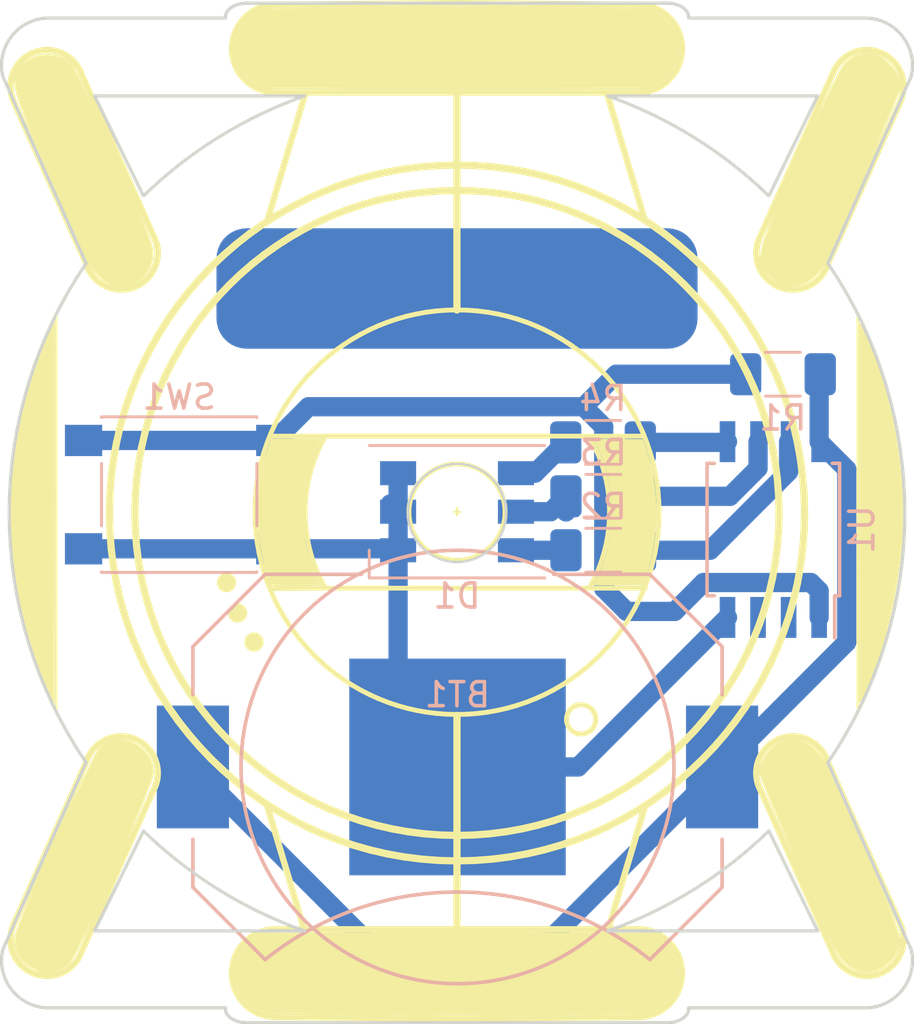
<source format=kicad_pcb>
(kicad_pcb (version 20211014) (generator pcbnew)
  (layers (0 "F.Cu" signal) (31 "B.Cu" signal) (34 "B.Paste" user) (35 "F.Paste" user) (36 "B.SilkS" user "B.Silkscreen") (37 "F.SilkS" user "F.Silkscreen") (38 "B.Mask" user) (39 "F.Mask" user) (44 "Edge.Cuts" user))
  (net 0 "")
  (net 1 "+3V3")
  (net 2 "GND")
  (net 3 "Net-(D1-Pad4)")
  (net 4 "Net-(D1-Pad5)")
  (net 5 "Net-(D1-Pad6)")
  (net 6 "Net-(R1-Pad1)")
  (net 7 "Net-(R2-Pad1)")
  (net 8 "Net-(R3-Pad1)")
  (net 9 "Net-(R4-Pad1)")
  (footprint "Package_SO:SOIC-8W_5.3x5.3mm_P1.27mm" (layer "B.Cu") (at 52.15 76.45 90)
    (fp_text reference "U1")
    (fp_text value "ATtiny85-20S")
  )
  (footprint "LED_SMD:LED_WS2812_PLCC6_5.0x5.0mm_P1.6mm" (layer "B.Cu") (at 39 75.71)
    (fp_text reference "D1")
    (fp_text value "LED_RGB")
  )
  (footprint "Resistor_SMD:R_1206_3216Metric_Pad1.30x1.75mm_HandSolder" (layer "B.Cu") (at 45.08 77.31 180)
    (fp_text reference "R2")
    (fp_text value "330")
  )
  (footprint "Resistor_SMD:R_1206_3216Metric_Pad1.30x1.75mm_HandSolder" (layer "B.Cu") (at 52.55 70)
    (fp_text reference "R1")
    (fp_text value "100k")
  )
  (footprint "Button_Switch_SMD:SW_Push_1P1T_NO_6x6mm_H9.5mm" (layer "B.Cu") (at 27.45 75 180)
    (fp_text reference "SW1")
    (fp_text value "Reset")
  )
  (footprint "Resistor_SMD:R_1206_3216Metric_Pad1.30x1.75mm_HandSolder" (layer "B.Cu") (at 45.08 75.07 180)
    (fp_text reference "R3")
    (fp_text value "330")
  )
  (footprint "Badges:BroochPin" (layer "B.Cu") (at 39 66.44 180)
    (fp_text reference "REF**" hide)
    (fp_text value "BroochPin")
  )
  (footprint "Resistor_SMD:R_1206_3216Metric_Pad1.30x1.75mm_HandSolder" (layer "B.Cu") (at 45.07 72.83 180)
    (fp_text reference "R4")
    (fp_text value "330")
  )
  (footprint "Footprints_priv:LINX CR2032 Holder" (layer "B.Cu") (at 39.02 86.31 180)
    (fp_text reference "BT1")
    (fp_text value "Battery_Cell")
  )
  (gr_line (start 26.660021 70.549222) (end 26.928193 69.95604) (layer "F.SilkS") (width 0.3))
  (gr_line (start 52.570773 80.729285) (end 52.312049 81.385465) (layer "F.SilkS") (width 0.3))
  (gr_line (start 57.610147 76.301699) (end 57.617989 75.761398) (layer "F.SilkS") (width 0.1))
  (gr_line (start 33.529537 72.569832) (end 31.217062 72.57193) (layer "F.SilkS") (width 0.2))
  (gr_line (start 20.413361 76.840746) (end 20.389889 76.301699) (layer "F.SilkS") (width 0.1))
  (gr_line (start 20.389311 75.22006) (end 20.38147 75.760361) (layer "F.SilkS") (width 0.1))
  (gr_line (start 54.420509 65.394196) (end 54.799725 65.973603) (layer "F.SilkS") (width 0.129819))
  (gr_line (start 53.447571 75.761024) (end 53.447571 75.761024) (layer "F.SilkS") (width 0.3))
  (gr_line (start 20.432215 95.493149) (end 20.368706 95.398783) (layer "F.SilkS") (width 0.129819))
  (gr_line (start 45.069007 77.560906) (end 45.125587 77.362737) (layer "F.SilkS") (width 0.2))
  (gr_line (start 29.744029 57.058458) (end 29.709552 56.943819) (layer "F.SilkS") (width 0.264583))
  (gr_line (start 56.144418 96.307006) (end 56.256812 96.293681) (layer "F.SilkS") (width 0.129819))
  (gr_line (start 31.482643 58.29726) (end 46.517433 58.297256) (layer "F.SilkS") (width 0.264583))
  (gr_line (start 39.688057 89.13556) (end 38.998943 89.152985) (layer "F.SilkS") (width 0.3))
  (gr_line (start 30.370026 96.32514) (end 30.418009 96.360073) (layer "F.SilkS") (width 0.264583))
  (gr_line (start 29.478345 54.891516) (end 29.467083 54.905401) (layer "F.SilkS") (width 0.129819))
  (gr_line (start 40.936104 75.227899) (end 40.958436 75.32466) (layer "F.SilkS") (width 0.2))
  (gr_line (start 48.351254 56.473714) (end 48.347172 56.355251) (layer "F.SilkS") (width 0.264583))
  (gr_line (start 37.039702 76.130799) (end 37.022114 76.03231) (layer "F.SilkS") (width 0.2))
  (gr_line (start 48.102715 93.959419) (end 48.102715 93.959419) (layer "F.SilkS") (width 0.264583))
  (gr_line (start 44.664662 84.672509) (end 44.647709 84.696349) (layer "F.SilkS") (width 0.2))
  (gr_line (start 45.965574 71.032254) (end 46.184092 71.373089) (layer "F.SilkS") (width 0.2))
  (gr_line (start 44.629659 83.945782) (end 44.647709 83.968752) (layer "F.SilkS") (width 0.2))
  (gr_line (start 57.491745 58.516226) (end 57.457144 58.613939) (layer "F.SilkS") (width 0.264583))
  (gr_line (start 51.603217 62.254254) (end 51.965134 62.596378) (layer "F.SilkS") (width 0.129819))
  (gr_line (start 26.928193 69.95604) (end 27.223922 69.378634) (layer "F.SilkS") (width 0.3))
  (gr_line (start 55.824207 94.969162) (end 55.928119 94.980602) (layer "F.SilkS") (width 0.264583))
  (gr_line (start 57.411307 78.512031) (end 57.501398 77.829853) (layer "F.SilkS") (width 0.129819))
  (gr_line (start 30.785241 54.790346) (end 30.840655 54.768926) (layer "F.SilkS") (width 0.264583))
  (gr_line (start 47.673298 55.06003) (end 47.626434 55.023516) (layer "F.SilkS") (width 0.264583))
  (gr_line (start 29.515872 54.851005) (end 29.502744 54.864309) (layer "F.SilkS") (width 0.129819))
  (gr_line (start 29.788886 55.776804) (end 29.839213 55.666615) (layer "F.SilkS") (width 0.264583))
  (gr_line (start 50.773966 69.378634) (end 51.069695 69.95604) (layer "F.SilkS") (width 0.3))
  (gr_line (start 47.102472 59.204567) (end 47.546778 59.425127) (layer "F.SilkS") (width 0.129819))
  (gr_line (start 29.94436 59.657453) (end 29.512961 59.901401) (layer "F.SilkS") (width 0.129819))
  (gr_line (start 57.42327 94.100032) (end 57.462895 94.005633) (layer "F.SilkS") (width 0.264583))
  (gr_line (start 26.556966 64.934468) (end 26.551319 64.829261) (layer "F.SilkS") (width 0.264583))
  (gr_line (start 48.286909 94.404805) (end 48.313672 94.520988) (layer "F.SilkS") (width 0.264583))
  (gr_line (start 21.207244 96.133996) (end 21.107043 96.084264) (layer "F.SilkS") (width 0.129819))
  (gr_line (start 29.962331 55.455845) (end 29.99721 55.406182) (layer "F.SilkS") (width 0.264583))
  (gr_line (start 53.207741 66.463638) (end 53.099756 66.477336) (layer "F.SilkS") (width 0.264583))
  (gr_line (start 52.779003 66.4724) (end 52.674359 66.455921) (layer "F.SilkS") (width 0.264583))
  (gr_line (start 43.555565 84.270382) (end 43.559431 84.239952) (layer "F.SilkS") (width 0.2))
  (gr_line (start 44.647975 81.947283) (end 44.343149 82.211315) (layer "F.SilkS") (width 0.2))
  (gr_line (start 30.727045 96.535119) (end 30.781678 96.558311) (layer "F.SilkS") (width 0.264583))
  (gr_line (start 23.703463 85.830333) (end 23.757752 85.738804) (layer "F.SilkS") (width 0.264583))
  (gr_line (start 33.018592 77.756699) (end 32.955559 77.560431) (layer "F.SilkS") (width 0.2))
  (gr_line (start 48.599892 55.022132) (end 48.605292 55.037301) (layer "F.SilkS") (width 0.129819))
  (gr_line (start 56.031724 56.538136) (end 56.13463 56.540897) (layer "F.SilkS") (width 0.264583))
  (gr_line (start 26.928193 81.567383) (end 26.660021 80.9742) (layer "F.SilkS") (width 0.3))
  (gr_line (start 57.930944 57.301882) (end 57.920332 57.414565) (layer "F.SilkS") (width 0.129819))
  (gr_line (start 56.586149 81.837577) (end 56.800432 81.186147) (layer "F.SilkS") (width 0.129819))
  (gr_line (start 29.478317 96.631503) (end 29.467055 96.617618) (layer "F.SilkS") (width 0.129819))
  (gr_line (start 52.095715 66.211969) (end 52.010858 66.148556) (layer "F.SilkS") (width 0.264583))
  (gr_line (start 21.652314 82.480797) (end 21.413831 81.837587) (layer "F.SilkS") (width 0.129819))
  (gr_line (start 33.350689 81.947283) (end 33.058928 81.66913) (layer "F.SilkS") (width 0.2))
  (gr_line (start 32.78076 70.080744) (end 33.058928 69.789) (layer "F.SilkS") (width 0.2))
  (gr_line (start 21.310139 55.345059) (end 21.207273 55.389014) (layer "F.SilkS") (width 0.129819))
  (gr_line (start 43.796665 84.819793) (end 43.773695 84.801742) (layer "F.SilkS") (width 0.2))
  (gr_line (start 53.617004 66.335571) (end 53.519402 66.377983) (layer "F.SilkS") (width 0.264583))
  (gr_line (start 45.731352 70.702899) (end 45.965574 71.032254) (layer "F.SilkS") (width 0.2))
  (gr_line (start 25.003267 72.149841) (end 25.197981 71.464152) (layer "F.SilkS") (width 0.3))
  (gr_line (start 57.555261 93.611101) (end 57.561652 93.509975) (layer "F.SilkS") (width 0.264583))
  (gr_line (start 53.616968 85.187442) (end 53.519366 85.145031) (layer "F.SilkS") (width 0.264583))
  (gr_line (start 26.660021 80.9742) (end 26.420247 80.366081) (layer "F.SilkS") (width 0.3))
  (gr_line (start 21.413858 69.685416) (end 21.199575 70.336845) (layer "F.SilkS") (width 0.129819))
  (gr_line (start 33.529537 72.569832) (end 44.495026 72.570358) (layer "F.SilkS") (width 0.2))
  (gr_line (start 47.721909 54.587987) (end 47.772605 54.589145) (layer "F.SilkS") (width 0.129819))
  (gr_line (start 36.501132 67.706215) (end 36.899792 67.593015) (layer "F.SilkS") (width 0.2))
  (gr_line (start 54.748476 57.260142) (end 54.80513 57.174868) (layer "F.SilkS") (width 0.264583))
  (gr_line (start 50.45152 68.817848) (end 50.773966 69.378634) (layer "F.SilkS") (width 0.3))
  (gr_line (start 30.623853 54.865147) (end 30.676798 54.83848) (layer "F.SilkS") (width 0.264583))
  (gr_line (start 29.642519 54.75288) (end 29.642519 54.75288) (layer "F.SilkS") (width 0.129819))
  (gr_line (start 48.484163 54.851005) (end 48.49729 54.864309) (layer "F.SilkS") (width 0.129819))
  (gr_line (start 34.394574 88.340406) (end 33.786454 88.100632) (layer "F.SilkS") (width 0.3))
  (gr_line (start 36.999069 75.72773) (end 36.999069 75.72773) (layer "F.SilkS") (width 0.2))
  (gr_line (start 29.378709 55.193089) (end 29.38101 55.208889) (layer "F.SilkS") (width 0.129819))
  (gr_line (start 20.662012 78.977826) (end 20.57679 78.44708) (layer "F.SilkS") (width 0.1))
  (gr_line (start 43.751633 83.882469) (end 43.773695 83.863358) (layer "F.SilkS") (width 0.2))
  (gr_line (start 40.841899 76.50622) (end 40.801847 76.594812) (layer "F.SilkS") (width 0.2))
  (gr_line (start 55.620801 94.925327) (end 55.721324 94.950633) (layer "F.SilkS") (width 0.264583))
  (gr_line (start 29.467083 54.905401) (end 29.456453 54.919463) (layer "F.SilkS") (width 0.129819))
  (gr_line (start 20.452387 77.378211) (end 20.413361 76.840746) (layer "F.SilkS") (width 0.1))
  (gr_line (start 45.481953 81.072577) (end 45.217905 81.377386) (layer "F.SilkS") (width 0.2))
  (gr_line (start 29.456453 54.919463) (end 29.44646 54.933694) (layer "F.SilkS") (width 0.129819))
  (gr_line (start 43.691272 83.945782) (end 43.710383 83.923719) (layer "F.SilkS") (width 0.2))
  (gr_line (start 32.714372 76.348518) (end 32.69741 76.142311) (layer "F.SilkS") (width 0.2))
  (gr_line (start 33.058928 81.66913) (end 32.78076 81.377386) (layer "F.SilkS") (width 0.2))
  (gr_line (start 56.114549 68.429876) (end 56.319553 68.92824) (layer "F.SilkS") (width 0.1))
  (gr_line (start 39.303649 77.704685) (end 39.203557 77.717404) (layer "F.SilkS") (width 0.2))
  (gr_line (start 52.470654 66.401626) (end 52.372317 66.364117) (layer "F.SilkS") (width 0.264583))
  (gr_line (start 20.87811 80.030297) (end 20.762478 79.505674) (layer "F.SilkS") (width 0.1))
  (gr_line (start 51.355653 68.268376) (end 51.703582 68.873482) (layer "F.SilkS") (width 0.3))
  (gr_line (start 32.033091 80.425876) (end 31.814573 80.085041) (layer "F.SilkS") (width 0.2))
  (gr_line (start 57.262054 55.693096) (end 57.345136 55.769956) (layer "F.SilkS") (width 0.129819))
  (gr_line (start 51.586906 87.205637) (end 51.636688 87.302437) (layer "F.SilkS") (width 0.264583))
  (gr_line (start 30.76901 77.422063) (end 30.69513 77.008382) (layer "F.SilkS") (width 0.2))
  (gr_line (start 44.708546 84.596159) (end 44.695118 84.622376) (layer "F.SilkS") (width 0.2))
  (gr_line (start 29.515843 96.672013) (end 29.502716 96.65871) (layer "F.SilkS") (width 0.129819))
  (gr_line (start 45.219569 74.494855) (end 45.256533 74.697764) (layer "F.SilkS") (width 0.2))
  (gr_line (start 20.45976 93.206189) (end 20.480562 93.105946) (layer "F.SilkS") (width 0.264583))
  (gr_line (start 40.542366 76.999915) (end 40.479505 77.072484) (layer "F.SilkS") (width 0.2))
  (gr_line (start 56.236551 56.550556) (end 56.337164 56.56698) (layer "F.SilkS") (width 0.264583))
  (gr_line (start 29.376674 96.392898) (end 29.376106 96.377207) (layer "F.SilkS") (width 0.129819))
  (gr_poly (pts (xy 21.414406 94.657867) (xy 21.369767 94.636698) (xy 21.326266 94.614246) (xy 21.283921 94.59054) (xy 21.24275 94.565609) (xy 21.202772 94.539481) (xy 21.164006 94.512184) (xy 21.12647 94.483747) (xy 21.090183 94.454198) (xy 21.055165 94.423565) (xy 21.021433 94.391877) (xy 20.989005 94.359163) (xy 20.957902 94.325449) (xy 20.928141 94.290766) (xy 20.899742 94.255141) (xy 20.872722 94.218602) (xy 20.847101 94.181178) (xy 20.822897 94.142898) (xy 20.800128 94.103789) (xy 20.778814 94.06388) (xy 20.758974 94.023199) (xy 20.740625 93.981776) (xy 20.723787 93.939637) (xy 20.708477 93.896812) (xy 20.694716 93.853328) (xy 20.682521 93.809215) (xy 20.671912 93.7645) (xy 20.662906 93.719212) (xy 20.655522 93.673379) (xy 20.64978 93.62703) (xy 20.645698 93.580193) (xy 20.643294 93.532897) (xy 20.642588 93.485168) (xy 20.647576 93.423779) (xy 20.662625 93.34422) (xy 20.688354 93.244975) (xy 20.72538 93.124524) (xy 20.77432 92.981351) (xy 20.835793 92.813936) (xy 20.910417 92.620761) (xy 20.99881 92.400309) (xy 21.219374 91.871497) (xy 21.502428 91.215357) (xy 21.852916 90.419741) (xy 22.275782 89.472504) (xy 22.925593 88.042585) (xy 23.488427 86.83893) (xy 23.90403 85.988065) (xy 24.037789 85.734468) (xy 24.112144 85.616516) (xy 24.187748 85.542258) (xy 24.266844 85.476336) (xy 24.349045 85.418587) (xy 24.433965 85.368846) (xy 24.521218 85.326951) (xy 24.610418 85.292737) (xy 24.701177 85.266041) (xy 24.79311 85.246699) (xy 24.88583 85.234548) (xy 24.978951 85.229423) (xy 25.072087 85.231162) (xy 25.16485 85.2396) (xy 25.256855 85.254573) (xy 25.347715 85.275919) (xy 25.437044 85.303473) (xy 25.524456 85.337072) (xy 25.609563 85.376552) (xy 25.69198 85.42175) (xy 25.77132 85.472501) (xy 25.847197 85.528642) (xy 25.919224 85.590009) (xy 25.987015 85.656439) (xy 26.050184 85.727769) (xy 26.108344 85.803833) (xy 26.161109 85.884469) (xy 26.208092 85.969513) (xy 26.248907 86.058802) (xy 26.283167 86.15217) (xy 26.310487 86.249456) (xy 26.330479 86.350496) (xy 26.342758 86.455124) (xy 26.346937 86.563179) (xy 26.312296 86.711127) (xy 26.214028 86.994596) (xy 25.860546 87.8909) (xy 25.354358 89.097707) (xy 24.76333 90.460631) (xy 24.15533 91.825287) (xy 23.598224 93.03729) (xy 23.159879 93.942255) (xy 23.00645 94.231352) (xy 22.908161 94.385796) (xy 22.868711 94.428349) (xy 22.82251 94.470647) (xy 22.770337 94.512338) (xy 22.712974 94.55307) (xy 22.651199 94.592492) (xy 22.585792 94.630251) (xy 22.517534 94.665996) (xy 22.447205 94.699374) (xy 22.375583 94.730035) (xy 22.30345 94.757625) (xy 22.231586 94.781794) (xy 22.160769 94.802189) (xy 22.09178 94.818459) (xy 22.0254 94.830251) (xy 21.962407 94.837215) (xy 21.903582 94.838997) (xy 21.892 94.837917) (xy 21.876716 94.835038) (xy 21.85798 94.830451) (xy 21.836043 94.824251) (xy 21.783568 94.807383) (xy 21.7213 94.785177) (xy 21.651243 94.758379) (xy 21.575404 94.727732) (xy 21.495789 94.693983) (xy 21.414406 94.657875) (xy 21.414406 94.657867)) (layer "F.SilkS") (width 0.106066) (fill solid))
  (gr_line (start 37.520574 61.386018) (end 38.254388 61.330218) (layer "F.SilkS") (width 0.3))
  (gr_line (start 56.99033 70.99582) (end 57.155574 71.661619) (layer "F.SilkS") (width 0.129819))
  (gr_line (start 52.010819 85.374454) (end 51.930237 85.443962) (layer "F.SilkS") (width 0.264583))
  (gr_line (start 36.085863 89.917068) (end 35.386781 89.755721) (layer "F.SilkS") (width 0.3))
  (gr_line (start 47.885773 96.083148) (end 47.845143 96.127207) (layer "F.SilkS") (width 0.264583))
  (gr_line (start 29.684141 56.119932) (end 29.711349 56.003852) (layer "F.SilkS") (width 0.264583))
  (gr_line (start 26.420247 80.366081) (end 26.209713 79.743867) (layer "F.SilkS") (width 0.3))
  (gr_line (start 44.160465 84.94059) (end 44.129176 84.939799) (layer "F.SilkS") (width 0.2))
  (gr_line (start 44.129176 84.939799) (end 44.098297 84.937451) (layer "F.SilkS") (width 0.2))
  (gr_line (start 22.339863 84.071701) (end 22.339863 67.508141) (layer "F.SilkS") (width 0.1))
  (gr_line (start 37.196291 74.860648) (end 37.240459 74.774411) (layer "F.SilkS") (width 0.2))
  (gr_line (start 30.480848 86.095069) (end 29.994952 85.674175) (layer "F.SilkS") (width 0.3))
  (gr_line (start 32.033091 71.032254) (end 32.267313 70.702899) (layer "F.SilkS") (width 0.2))
  (gr_line (start 44.768505 84.33255) (end 44.767714 84.363839) (layer "F.SilkS") (width 0.2))
  (gr_line (start 39.101989 73.730332) (end 39.203557 73.738056) (layer "F.SilkS") (width 0.2))
  (gr_line (start 44.861074 73.312829) (end 44.936883 73.504813) (layer "F.SilkS") (width 0.2))
  (gr_line (start 56.236519 94.972454) (end 56.337133 94.956031) (layer "F.SilkS") (width 0.264583))
  (gr_line (start 55.155987 84.957641) (end 55.489143 84.354206) (layer "F.SilkS") (width 0.129819))
  (gr_line (start 46.927195 96.647162) (end 46.868515 96.659355) (layer "F.SilkS") (width 0.264583))
  (gr_line (start 37.880851 74.069299) (end 37.961997 74.017277) (layer "F.SilkS") (width 0.2))
  (gr_line (start 30.666967 93.235777) (end 30.562197 93.291214) (layer "F.SilkS") (width 0.264583))
  (gr_line (start 30.837092 96.57973) (end 30.893243 96.599351) (layer "F.SilkS") (width 0.264583))
  (gr_line (start 46.571637 54.657547) (end 46.510437 54.657219) (layer "F.SilkS") (width 0.264583))
  (gr_line (start 53.710936 85.23635) (end 53.616968 85.187442) (layer "F.SilkS") (width 0.264583))
  (gr_line (start 37.802438 74.125059) (end 37.880851 74.069299) (layer "F.SilkS") (width 0.2))
  (gr_line (start 33.529537 72.569832) (end 33.428691 72.751328) (layer "F.SilkS") (width 0.2))
  (gr_line (start 57.377099 94.192042) (end 57.42327 94.100032) (layer "F.SilkS") (width 0.264583))
  (gr_line (start 27.016121 67.68211) (end 27.41898 67.115592) (layer "F.SilkS") (width 0.3))
  (gr_line (start 26.640273 68.268376) (end 27.016121 67.68211) (layer "F.SilkS") (width 0.3))
  (gr_line (start 27.546368 82.705574) (end 27.223922 82.144788) (layer "F.SilkS") (width 0.3))
  (gr_line (start 43.571568 84.180593) (end 43.579762 84.151739) (layer "F.SilkS") (width 0.2))
  (gr_line (start 20.943738 94.597326) (end 20.869419 94.526092) (layer "F.SilkS") (width 0.264583))
  (gr_line (start 23.579529 65.39418) (end 23.200312 65.973588) (layer "F.SilkS") (width 0.129819))
  (gr_line (start 55.336152 56.712053) (end 55.427964 56.667742) (layer "F.SilkS") (width 0.264583))
  (gr_line (start 47.400333 75.729065) (end 47.400333 75.729065) (layer "F.SilkS") (width 0.2))
  (gr_line (start 41.497533 67.706215) (end 41.887878 67.838286) (layer "F.SilkS") (width 0.2))
  (gr_line (start 30.568252 96.455143) (end 30.62029 96.483511) (layer "F.SilkS") (width 0.264583))
  (gr_line (start 30.077998 96.920103) (end 30.029457 96.912168) (layer "F.SilkS") (width 0.129819))
  (gr_line (start 47.517039 86.095069) (end 47.011158 86.492613) (layer "F.SilkS") (width 0.3))
  (gr_line (start 23.132902 57.093942) (end 23.065831 57.017585) (layer "F.SilkS") (width 0.264583))
  (gr_line (start 23.703497 65.692681) (end 23.757785 65.784211) (layer "F.SilkS") (width 0.264583))
  (gr_line (start 28.780547 65.543608) (end 29.282373 65.065162) (layer "F.SilkS") (width 0.3))
  (gr_line (start 23.884042 65.953757) (end 23.95542 66.031253) (layer "F.SilkS") (width 0.264583))
  (gr_line (start 31.360542 58.294094) (end 31.239924 58.282884) (layer "F.SilkS") (width 0.264583))
  (gr_line (start 33.97288 68.99743) (end 34.302253 68.763221) (layer "F.SilkS") (width 0.2))
  (gr_line (start 37.455772 74.455544) (end 37.518633 74.382975) (layer "F.SilkS") (width 0.2))
  (gr_line (start 26.292345 68.873482) (end 26.640273 68.268376) (layer "F.SilkS") (width 0.3))
  (gr_line (start 47.221238 58.16143) (end 47.329496 58.112881) (layer "F.SilkS") (width 0.264583))
  (gr_line (start 45.006326 73.69902) (end 45.069358 73.895288) (layer "F.SilkS") (width 0.2))
  (gr_line (start 30.110686 55.265478) (end 30.151315 55.221419) (layer "F.SilkS") (width 0.264583))
  (gr_line (start 29.83565 95.682044) (end 29.893682 95.78949) (layer "F.SilkS") (width 0.264583))
  (gr_line (start 51.23266 61.922466) (end 51.603217 62.254254) (layer "F.SilkS") (width 0.129819))
  (gr_line (start 51.469734 86.274323) (end 51.453579 86.378436) (layer "F.SilkS") (width 0.264583))
  (gr_line (start 24.581571 66.413638) (end 24.685557 66.442277) (layer "F.SilkS") (width 0.264583))
  (gr_line (start 22.663847 94.810974) (end 22.572035 94.855285) (layer "F.SilkS") (width 0.264583))
  (gr_line (start 44.708546 84.068941) (end 44.720722 84.095875) (layer "F.SilkS") (width 0.2))
  (gr_line (start 47.872766 54.596628) (end 47.922011 54.602906) (layer "F.SilkS") (width 0.129819))
  (gr_line (start 28.260482 90.859455) (end 27.857662 90.570446) (layer "F.SilkS") (width 0.129819))
  (gr_line (start 56.030877 96.313854) (end 56.144418 96.307006) (layer "F.SilkS") (width 0.129819))
  (gr_line (start 54.181967 65.871323) (end 54.115991 65.953757) (layer "F.SilkS") (width 0.264583))
  (gr_line (start 34.029703 62.188215) (end 34.701091 61.961042) (layer "F.SilkS") (width 0.3))
  (gr_line (start 25.815517 85.253883) (end 25.904288 85.311049) (layer "F.SilkS") (width 0.264583))
  (gr_line (start 39.952388 77.48634) (end 39.866151 77.530508) (layer "F.SilkS") (width 0.2))
  (gr_line (start 53.994431 58.442822) (end 51.965141 62.596371) (layer "F.SilkS") (width 0.129819))
  (gr_line (start 48.713554 86.456887) (end 48.189257 86.911045) (layer "F.SilkS") (width 0.3))
  (gr_line (start 45.286522 76.554259) (end 45.310195 76.348991) (layer "F.SilkS") (width 0.2))
  (gr_line (start 40.87771 76.415396) (end 40.841899 76.50622) (layer "F.SilkS") (width 0.2))
  (gr_line (start 48.59987 96.50088) (end 48.605271 96.48571) (layer "F.SilkS") (width 0.129819))
  (gr_line (start 20.213472 95.09864) (end 20.173695 94.993818) (layer "F.SilkS") (width 0.129819))
  (gr_line (start 40.278722 67.425337) (end 40.692427 67.499213) (layer "F.SilkS") (width 0.2))
  (gr_line (start 44.765366 84.270382) (end 44.767714 84.301261) (layer "F.SilkS") (width 0.2))
  (gr_line (start 29.99721 55.406182) (end 30.033591 55.357883) (layer "F.SilkS") (width 0.264583))
  (gr_line (start 20.734741 57.15551) (end 20.675579 57.241697) (layer "F.SilkS") (width 0.264583))
  (gr_line (start 48.102715 93.959419) (end 48.160336 94.067084) (layer "F.SilkS") (width 0.264583))
  (gr_line (start 52.118157 78.46052) (end 51.968628 79.1084) (layer "F.SilkS") (width 0.3))
  (gr_line (start 47.022641 78.227123) (end 46.890563 78.617446) (layer "F.SilkS") (width 0.2))
  (gr_line (start 46.836807 78.885887) (end 44.494678 78.885887) (layer "F.SilkS") (width 0.2))
  (gr_line (start 22.510864 67.168789) (end 22.201056 67.783202) (layer "F.SilkS") (width 0.129819))
  (gr_line (start 22.278668 56.572378) (end 22.175785 56.553848) (layer "F.SilkS") (width 0.264583))
  (gr_line (start 30.919049 63.779182) (end 31.505315 63.403334) (layer "F.SilkS") (width 0.3))
  (gr_line (start 21.190711 56.745837) (end 21.104723 56.800013) (layer "F.SilkS") (width 0.264583))
  (gr_line (start 52.37228 85.158895) (end 52.276769 85.203109) (layer "F.SilkS") (width 0.264583))
  (gr_line (start 48.240795 96.831094) (end 48.281316 96.812231) (layer "F.SilkS") (width 0.129819))
  (gr_line (start 29.378683 96.329926) (end 29.380985 96.314125) (layer "F.SilkS") (width 0.129819))
  (gr_line (start 57.631271 95.398783) (end 57.688939 95.301395) (layer "F.SilkS") (width 0.129819))
  (gr_line (start 20.537067 94.005641) (end 20.504022 93.9092) (layer "F.SilkS") (width 0.264583))
  (gr_line (start 20.498583 77.829863) (end 20.433969 77.143604) (layer "F.SilkS") (width 0.129819))
  (gr_line (start 26.546384 86.378444) (end 26.555292 86.483315) (layer "F.SilkS") (width 0.264583))
  (gr_line (start 45.005975 77.757174) (end 45.069007 77.560906) (layer "F.SilkS") (width 0.2))
  (gr_line (start 37.396399 76.924361) (end 37.340638 76.845948) (layer "F.SilkS") (width 0.2))
  (gr_line (start 36.501132 83.751915) (end 36.110787 83.619844) (layer "F.SilkS") (width 0.2))
  (gr_line (start 21.008832 80.551365) (end 20.87811 80.030297) (layer "F.SilkS") (width 0.1))
  (gr_line (start 44.936883 73.504813) (end 45.006326 73.69902) (layer "F.SilkS") (width 0.2))
  (gr_line (start 57.121925 80.030297) (end 57.237557 79.505674) (layer "F.SilkS") (width 0.1))
  (gr_line (start 37.001672 75.62481) (end 37.009395 75.523242) (layer "F.SilkS") (width 0.2))
  (gr_line (start 44.424076 83.78447) (end 44.450293 83.797898) (layer "F.SilkS") (width 0.2))
  (gr_line (start 31.482616 58.297256) (end 31.360542 58.294094) (layer "F.SilkS") (width 0.264583))
  (gr_line (start 50.853691 61.60116) (end 51.23266 61.922466) (layer "F.SilkS") (width 0.129819))
  (gr_line (start 48.189257 86.911045) (end 47.643395 87.340008) (layer "F.SilkS") (width 0.3))
  (gr_line (start 44.037924 83.736864) (end 44.067867 83.731516) (layer "F.SilkS") (width 0.2))
  (gr_line (start 44.36953 83.761406) (end 44.397142 83.772293) (layer "F.SilkS") (width 0.2))
  (gr_line (start 20.069085 57.301878) (end 20.079697 57.414561) (layer "F.SilkS") (width 0.129819))
  (gr_line (start 24.622957 77.238413) (end 24.567157 76.5046) (layer "F.SilkS") (width 0.3))
  (gr_line (start 48.521665 96.631498) (end 48.532927 96.617612) (layer "F.SilkS") (width 0.129819))
  (gr_line (start 25.904322 66.211969) (end 25.98918 66.148556) (layer "F.SilkS") (width 0.264583))
  (gr_line (start 51.561487 85.970451) (end 51.523708 86.069938) (layer "F.SilkS") (width 0.264583))
  (gr_line (start 49.668622 60.701548) (end 50.071442 60.990558) (layer "F.SilkS") (width 0.129819))
  (gr_line (start 20.542881 58.613939) (end 20.584433 58.709866) (layer "F.SilkS") (width 0.264583))
  (gr_line (start 26.393529 85.873299) (end 26.438477 85.970459) (layer "F.SilkS") (width 0.264583))
  (gr_line (start 51.788175 79.743867) (end 51.577641 80.366081) (layer "F.SilkS") (width 0.3))
  (gr_line (start 48.605271 96.48571) (end 48.609995 96.470441) (layer "F.SilkS") (width 0.129819))
  (gr_line (start 48.605292 55.037301) (end 48.610017 55.052571) (layer "F.SilkS") (width 0.129819))
  (gr_line (start 44.160465 84.94059) (end 44.160465 84.94059) (layer "F.SilkS") (width 0.2))
  (gr_line (start 43.553217 84.301261) (end 43.555565 84.270382) (layer "F.SilkS") (width 0.2))
  (gr_line (start 22.836863 94.704895) (end 22.752213 94.760771) (layer "F.SilkS") (width 0.264583))
  (gr_line (start 48.45605 96.697976) (end 48.484137 96.672009) (layer "F.SilkS") (width 0.129819))
  (gr_line (start 47.400333 75.729065) (end 47.400333 75.729065) (layer "F.SilkS") (width 0.2))
  (gr_line (start 31.127945 54.68927) (end 31.187151 54.678995) (layer "F.SilkS") (width 0.264583))
  (gr_line (start 29.428374 96.560394) (end 29.42032 96.54571) (layer "F.SilkS") (width 0.129819))
  (gr_line (start 31.73334 92.761692) (end 31.277048 92.56509) (layer "F.SilkS") (width 0.129819))
  (gr_line (start 31.356979 93.054562) (end 31.236361 93.065773) (layer "F.SilkS") (width 0.264583))
  (gr_line (start 57.566012 77.143594) (end 57.604936 76.453946) (layer "F.SilkS") (width 0.129819))
  (gr_line (start 48.62206 55.114478) (end 48.623333 55.130119) (layer "F.SilkS") (width 0.129819))
  (gr_line (start 39.4989 77.664764) (end 39.402139 77.687097) (layer "F.SilkS") (width 0.2))
  (gr_line (start 37.156239 74.94924) (end 37.196291 74.860648) (layer "F.SilkS") (width 0.2))
  (gr_line (start 48.343609 94.993367) (end 48.331818 95.111426) (layer "F.SilkS") (width 0.264583))
  (gr_line (start 57.457144 58.613939) (end 57.415592 58.709866) (layer "F.SilkS") (width 0.264583))
  (gr_line (start 32.05508 87.214285) (end 31.511754 86.865966) (layer "F.SilkS") (width 0.3))
  (gr_line (start 29.785323 95.571856) (end 29.83565 95.682044) (layer "F.SilkS") (width 0.264583))
  (gr_line (start 57.859975 94.88706) (end 57.887521 94.778641) (layer "F.SilkS") (width 0.129819))
  (gr_line (start 24.581536 85.109385) (end 24.685521 85.080748) (layer "F.SilkS") (width 0.264583))
  (gr_line (start 51.658569 65.744159) (end 51.606472 65.649719) (layer "F.SilkS") (width 0.264583))
  (gr_line (start 43.600208 84.095875) (end 43.612385 84.068941) (layer "F.SilkS") (width 0.2))
  (gr_line (start 20.675547 94.281322) (end 20.622863 94.19205) (layer "F.SilkS") (width 0.264583))
  (gr_line (start 21.968304 56.538136) (end 21.865397 56.540897) (layer "F.SilkS") (width 0.264583))
  (gr_line (start 31.486031 96.691406) (end 38.996449 96.757706) (layer "F.SilkS") (width 0.264583))
  (gr_line (start 20.501505 95.584221) (end 20.501505 95.584221) (layer "F.SilkS") (width 0.129819))
  (gr_line (start 26.216655 65.922362) (end 26.28224 65.835487) (layer "F.SilkS") (width 0.264583))
  (gr_line (start 26.341432 85.778859) (end 26.393529 85.873299) (layer "F.SilkS") (width 0.264583))
  (gr_line (start 38.596 73.768363) (end 38.694489 73.750774) (layer "F.SilkS") (width 0.2))
  (gr_line (start 47.772605 54.589145) (end 47.822927 54.592033) (layer "F.SilkS") (width 0.129819))
  (gr_line (start 20.064985 57.189226) (end 20.069085 57.301878) (layer "F.SilkS") (width 0.129819))
  (gr_line (start 55.163097 94.70488) (end 55.247746 94.760756) (layer "F.SilkS") (width 0.264583))
  (gr_line (start 45.219218 76.961337) (end 45.256182 76.758428) (layer "F.SilkS") (width 0.2))
  (gr_line (start 40.368124 62.439575) (end 41.038303 62.524735) (layer "F.SilkS") (width 0.3))
  (gr_line (start 50.147984 66.569731) (end 50.576946 67.115592) (layer "F.SilkS") (width 0.3))
  (gr_line (start 48.002936 65.849247) (end 48.468006 66.29265) (layer "F.SilkS") (width 0.3))
  (gr_line (start 34.302253 68.763221) (end 34.643108 68.544716) (layer "F.SilkS") (width 0.2))
  (gr_line (start 37.062035 75.227899) (end 37.088985 75.132991) (layer "F.SilkS") (width 0.2))
  (gr_line (start 50.071442 60.990558) (end 50.466542 61.290476) (layer "F.SilkS") (width 0.129819))
  (gr_line (start 41.198496 61.477909) (end 41.910064 61.604981) (layer "F.SilkS") (width 0.3))
  (gr_line (start 43.773695 84.801742) (end 43.751633 84.782631) (layer "F.SilkS") (width 0.2))
  (gr_line (start 31.108102 72.840684) (end 31.258524 72.459203) (layer "F.SilkS") (width 0.2))
  (gr_line (start 29.801207 54.674543) (end 29.75921 54.691919) (layer "F.SilkS") (width 0.129819))
  (gr_line (start 20.508248 93.006794) (end 20.542849 92.909082) (layer "F.SilkS") (width 0.264583))
  (gr_line (start 21.680478 68.92824) (end 21.490176 69.431802) (layer "F.SilkS") (width 0.1))
  (gr_line (start 44.547235 84.801742) (end 44.524265 84.819793) (layer "F.SilkS") (width 0.2))
  (gr_line (start 45.125938 74.093456) (end 45.176023 74.293366) (layer "F.SilkS") (width 0.2))
  (gr_line (start 48.617419 55.083375) (end 48.620087 55.098894) (layer "F.SilkS") (width 0.129819))
  (gr_line (start 43.896855 84.88063) (end 43.870637 84.867202) (layer "F.SilkS") (width 0.2))
  (gr_line (start 41.497533 83.751915) (end 41.098873 83.865115) (layer "F.SilkS") (width 0.2))
  (gr_line (start 40.036142 74.017277) (end 40.117288 74.069299) (layer "F.SilkS") (width 0.2))
  (gr_line (start 25.904288 85.311049) (end 25.989145 85.374462) (layer "F.SilkS") (width 0.264583))
  (gr_line (start 26.455469 64.416556) (end 26.413092 64.317373) (layer "F.SilkS") (width 0.264583))
  (gr_line (start 47.669733 96.288594) (end 47.62287 96.325108) (layer "F.SilkS") (width 0.264583))
  (gr_line (start 44.283007 83.736864) (end 44.312424 83.743653) (layer "F.SilkS") (width 0.2))
  (gr_line (start 32.73346 88.785745) (end 32.110421 88.466643) (layer "F.SilkS") (width 0.3))
  (gr_line (start 26.145708 66.0036) (end 26.216655 65.922362) (layer "F.SilkS") (width 0.264583))
  (gr_line (start 23.579502 86.128822) (end 20.12067 93.884071) (layer "F.SilkS") (width 0.129819))
  (gr_line (start 30.364471 93.421977) (end 30.272193 93.496916) (layer "F.SilkS") (width 0.264583))
  (gr_line (start 47.97052 96.912168) (end 48.018246 96.902599) (layer "F.SilkS") (width 0.129819))
  (gr_line (start 44.312424 83.743653) (end 44.341278 83.751847) (layer "F.SilkS") (width 0.2))
  (gr_line (start 29.645205 94.874942) (end 29.649287 94.993405) (layer "F.SilkS") (width 0.264583))
  (gr_line (start 21.009678 80.527198) (end 20.844434 79.861399) (layer "F.SilkS") (width 0.129819))
  (gr_line (start 44.191755 84.939799) (end 44.160465 84.94059) (layer "F.SilkS") (width 0.2))
  (gr_line (start 57.586675 76.840746) (end 57.610147 76.301699) (layer "F.SilkS") (width 0.1))
  (gr_line (start 47.135848 73.629644) (end 47.229655 74.036067) (layer "F.SilkS") (width 0.2))
  (gr_line (start 51.788175 71.779555) (end 51.968628 72.415023) (layer "F.SilkS") (width 0.3))
  (gr_line (start 21.199575 70.336845) (end 21.009705 70.995805) (layer "F.SilkS") (width 0.129819))
  (gr_line (start 25.879731 78.46052) (end 25.761966 77.80107) (layer "F.SilkS") (width 0.3))
  (gr_line (start 25.11501 66.481565) (end 25.221033 66.4724) (layer "F.SilkS") (width 0.264583))
  (gr_line (start 48.211135 55.7768) (end 48.160808 55.666611) (layer "F.SilkS") (width 0.264583))
  (gr_line (start 57.826283 94.993818) (end 57.859975 94.88706) (layer "F.SilkS") (width 0.129819))
  (gr_line (start 44.397142 84.892807) (end 44.36953 84.903694) (layer "F.SilkS") (width 0.2))
  (gr_line (start 56.085224 68.407919) (end 56.347694 69.042221) (layer "F.SilkS") (width 0.129819))
  (gr_line (start 27.41898 84.406457) (end 27.016121 83.839939) (layer "F.SilkS") (width 0.3))
  (gr_line (start 53.519402 66.377983) (end 53.418461 66.413638) (layer "F.SilkS") (width 0.264583))
  (gr_line (start 47.076877 63.779182) (end 47.643395 64.182041) (layer "F.SilkS") (width 0.3))
  (gr_line (start 51.509538 87.005282) (end 51.544529 87.106454) (layer "F.SilkS") (width 0.264583))
  (gr_line (start 31.306971 54.664292) (end 31.3675 54.659913) (layer "F.SilkS") (width 0.264583))
  (gr_line (start 30.184756 93.577968) (end 30.102498 93.664942) (layer "F.SilkS") (width 0.264583))
  (gr_line (start 31.000849 93.111565) (end 30.886632 93.145759) (layer "F.SilkS") (width 0.264583))
  (gr_line (start 52.235923 73.722352) (end 52.321083 74.392531) (layer "F.SilkS") (width 0.3))
  (gr_line (start 29.897245 55.55917) (end 29.928995 55.506849) (layer "F.SilkS") (width 0.264583))
  (gr_line (start 29.649287 94.993405) (end 29.661078 95.111463) (layer "F.SilkS") (width 0.264583))
  (gr_line (start 47.076877 87.742867) (end 46.490612 88.118715) (layer "F.SilkS") (width 0.3))
  (gr_line (start 25.607668 75.761711) (end 25.607668 75.761711) (layer "F.SilkS") (width 0.3))
  (gr_line (start 44.680477 84.017261) (end 44.695118 84.042724) (layer "F.SilkS") (width 0.2))
  (gr_line (start 28.302101 85.476616) (end 27.847943 84.952318) (layer "F.SilkS") (width 0.3))
  (gr_line (start 32.110421 88.466643) (end 31.505315 88.118715) (layer "F.SilkS") (width 0.3))
  (gr_line (start 33.163493 73.312352) (end 33.087684 73.504338) (layer "F.SilkS") (width 0.2))
  (gr_line (start 35.652255 88.731392) (end 35.016787 88.55094) (layer "F.SilkS") (width 0.3))
  (gr_line (start 44.610548 84.741381) (end 44.590415 84.762498) (layer "F.SilkS") (width 0.2))
  (gr_line (start 30.461252 93.353345) (end 30.364471 93.421977) (layer "F.SilkS") (width 0.264583))
  (gr_line (start 52.235923 77.80107) (end 52.118157 78.46052) (layer "F.SilkS") (width 0.3))
  (gr_line (start 45.069358 73.895288) (end 45.125938 74.093456) (layer "F.SilkS") (width 0.2))
  (gr_line (start 45.286873 74.901933) (end 45.310546 75.107201) (layer "F.SilkS") (width 0.2))
  (gr_line (start 45.217905 81.377386) (end 44.939737 81.66913) (layer "F.SilkS") (width 0.2))
  (gr_line (start 20.259273 95.201257) (end 20.213472 95.09864) (layer "F.SilkS") (width 0.129819))
  (gr_line (start 34.302253 82.694909) (end 33.97288 82.4607) (layer "F.SilkS") (width 0.2))
  (gr_line (start 48.49729 54.864309) (end 48.509801 54.877816) (layer "F.SilkS") (width 0.129819))
  (gr_poly (pts (xy 31.258978 93.203804) (xy 31.136474 93.224232) (xy 31.016731 93.253525) (xy 30.900151 93.291338) (xy 30.787138 93.33733) (xy 30.678092 93.391156) (xy 30.573416 93.452473) (xy 30.473512 93.520938) (xy 30.378783 93.596208) (xy 30.28963 93.677939) (xy 30.206455 93.765788) (xy 30.129662 93.859412) (xy 30.05965 93.958467) (xy 29.996824 94.062611) (xy 29.941585 94.171499) (xy 29.894335 94.284789) (xy 29.855476 94.402138) (xy 29.831984 94.492344) (xy 29.813644 94.582552) (xy 29.80036 94.672608) (xy 29.792037 94.762357) (xy 29.788577 94.851645) (xy 29.789885 94.940319) (xy 29.795864 95.028224) (xy 29.806418 95.115206) (xy 29.82145 95.20111) (xy 29.840864 95.285783) (xy 29.864565 95.369071) (xy 29.892455 95.450818) (xy 29.924438 95.530871) (xy 29.960418 95.609076) (xy 30.000298 95.685279) (xy 30.043983 95.759325) (xy 30.091376 95.83106) (xy 30.14238 95.900331) (xy 30.196899 95.966982) (xy 30.254838 96.03086) (xy 30.316099 96.09181) (xy 30.380586 96.149679) (xy 30.448203 96.204312) (xy 30.518854 96.255555) (xy 30.592442 96.303254) (xy 30.668871 96.347254) (xy 30.748045 96.387402) (xy 30.829867 96.423543) (xy 30.914241 96.455523) (xy 31.00107 96.483188) (xy 31.090259 96.506384) (xy 31.181711 96.524956) (xy 31.210205 96.528581) (xy 31.254865 96.532022) (xy 31.403741 96.538517) (xy 31.650456 96.544768) (xy 32.017124 96.551104) (xy 33.198787 96.565341) (xy 35.125656 96.583855) (xy 38.64177 96.609518) (xy 41.040291 96.600151) (xy 45.874185 96.554289) (xy 46.599833 96.540428) (xy 46.813751 96.524551) (xy 46.879406 96.512123) (xy 46.94405 96.497194) (xy 47.007666 96.479776) (xy 47.070235 96.459877) (xy 47.131738 96.437507) (xy 47.192157 96.412676) (xy 47.251473 96.385394) (xy 47.309668 96.355671) (xy 47.366723 96.323516) (xy 47.422621 96.28894) (xy 47.477341 96.251952) (xy 47.530866 96.212561) (xy 47.583177 96.170778) (xy 47.634256 96.126613) (xy 47.684084 96.080075) (xy 47.732643 96.031174) (xy 47.770611 95.990374) (xy 47.806949 95.94903) (xy 47.84167 95.90712) (xy 47.874786 95.864623) (xy 47.90631 95.821516) (xy 47.936254 95.777778) (xy 47.96463 95.733388) (xy 47.991452 95.688322) (xy 48.016731 95.64256) (xy 48.04048 95.59608) (xy 48.062712 95.548859) (xy 48.083439 95.500877) (xy 48.102673 95.452112) (xy 48.120428 95.402541) (xy 48.136715 95.352143) (xy 48.151546 95.300896) (xy 48.160714 95.263702) (xy 48.168945 95.223003) (xy 48.176223 95.179295) (xy 48.18253 95.133076) (xy 48.187851 95.084841) (xy 48.192168 95.035089) (xy 48.197724 94.933019) (xy 48.199064 94.83084) (xy 48.198111 94.780952) (xy 48.196054 94.732528) (xy 48.192875 94.686065) (xy 48.188559 94.642059) (xy 48.183088 94.601008) (xy 48.176445 94.563408) (xy 48.161528 94.495478) (xy 48.144665 94.429434) (xy 48.125806 94.365188) (xy 48.104904 94.302651) (xy 48.081911 94.241736) (xy 48.056778 94.182355) (xy 48.029457 94.124419) (xy 47.999899 94.067841) (xy 47.968057 94.012532) (xy 47.933881 93.958405) (xy 47.897324 93.905371) (xy 47.858338 93.853343) (xy 47.816874 93.802233) (xy 47.772884 93.751952) (xy 47.726319 93.702412) (xy 47.677132 93.653526) (xy 47.638679 93.617676) (xy 47.599341 93.583249) (xy 47.559097 93.550235) (xy 47.517927 93.518622) (xy 47.475809 93.488398) (xy 47.432723 93.459552) (xy 47.388647 93.432071) (xy 47.343561 93.405945) (xy 47.297444 93.381161) (xy 47.250275 93.357708) (xy 47.202033 93.335574) (xy 47.152697 93.314748) (xy 47.102247 93.295218) (xy 47.050661 93.276972) (xy 46.997919 93.259998) (xy 46.944 93.244286) (xy 46.786713 93.200783) (xy 42.970924 93.196785) (xy 39.155136 93.192787) (xy 39.155136 93.283989) (xy 39.155136 93.375191) (xy 38.998039 93.375191) (xy 38.840942 93.375191) (xy 38.840942 93.284187) (xy 38.840942 93.193291) (xy 35.074764 93.19529) (xy 31.258976 93.204292) (xy 31.258978 93.203804)) (layer "F.SilkS") (width 0.01875) (fill solid))
  (gr_line (start 29.661078 95.111463) (end 29.680578 95.228728) (layer "F.SilkS") (width 0.264583))
  (gr_line (start 44.211433 88.100632) (end 43.603313 88.340406) (layer "F.SilkS") (width 0.3))
  (gr_line (start 52.321083 74.392531) (end 52.372796 75.072598) (layer "F.SilkS") (width 0.3))
  (gr_line (start 43.951401 83.761406) (end 43.979653 83.751847) (layer "F.SilkS") (width 0.2))
  (gr_line (start 47.109832 58.202898) (end 47.221238 58.16143) (layer "F.SilkS") (width 0.264583))
  (gr_line (start 47.376171 54.865145) (end 47.323226 54.838478) (layer "F.SilkS") (width 0.264583))
  (gr_line (start 30.177109 54.592033) (end 30.12727 54.596628) (layer "F.SilkS") (width 0.129819))
  (gr_line (start 43.710383 83.923719) (end 43.730516 83.902602) (layer "F.SilkS") (width 0.2))
  (gr_line (start 50.466542 90.270534) (end 50.853691 89.95985) (layer "F.SilkS") (width 0.129819))
  (gr_line (start 38.131987 77.530508) (end 38.045751 77.48634) (layer "F.SilkS") (width 0.2))
  (gr_line (start 54.652282 57.442849) (end 54.697436 57.349542) (layer "F.SilkS") (width 0.264583))
  (gr_line (start 48.281316 96.812231) (end 48.32025 96.791902) (layer "F.SilkS") (width 0.129819))
  (gr_line (start 53.800975 85.291496) (end 53.710936 85.23635) (layer "F.SilkS") (width 0.264583))
  (gr_line (start 44.622404 62.446938) (end 45.262467 62.736304) (layer "F.SilkS") (width 0.3))
  (gr_line (start 48.253757 55.889342) (end 48.211135 55.7768) (layer "F.SilkS") (width 0.264583))
  (gr_line (start 52.992659 72.149841) (end 53.154006 72.848924) (layer "F.SilkS") (width 0.3))
  (gr_line (start 48.038026 93.855845) (end 48.102715 93.959419) (layer "F.SilkS") (width 0.264583))
  (gr_line (start 25.529383 66.401626) (end 25.62772 66.364117) (layer "F.SilkS") (width 0.264583))
  (gr_line (start 40.60174 74.531098) (end 40.6575 74.609511) (layer "F.SilkS") (width 0.2))
  (gr_line (start 36.899792 83.865115) (end 36.501132 83.751915) (layer "F.SilkS") (width 0.2))
  (gr_line (start 31.115187 87.942429) (end 32.66264 93.118172) (layer "F.SilkS") (width 0.264583))
  (gr_line (start 48.288673 56.003848) (end 48.253757 55.889342) (layer "F.SilkS") (width 0.264583))
  (gr_line (start 40.271255 74.184433) (end 40.343824 74.247294) (layer "F.SilkS") (width 0.2))
  (gr_line (start 54.697436 57.349542) (end 54.748476 57.260142) (layer "F.SilkS") (width 0.264583))
  (gr_line (start 22.379191 56.597684) (end 22.278668 56.572378) (layer "F.SilkS") (width 0.264583))
  (gr_line (start 47.011158 65.030809) (end 47.517039 65.428353) (layer "F.SilkS") (width 0.3))
  (gr_line (start 55.824245 56.553848) (end 55.928155 56.542408) (layer "F.SilkS") (width 0.264583))
  (gr_line (start 47.042806 96.617121) (end 46.985306 96.633076) (layer "F.SilkS") (width 0.264583))
  (gr_line (start 40.368124 89.083847) (end 39.688057 89.13556) (layer "F.SilkS") (width 0.3))
  (gr_line (start 54.420506 65.39418) (end 54.38596 65.497406) (layer "F.SilkS") (width 0.264583))
  (gr_line (start 47.643395 87.340008) (end 47.076877 87.742867) (layer "F.SilkS") (width 0.3))
  (gr_line (start 43.564779 84.45509) (end 43.559431 84.425148) (layer "F.SilkS") (width 0.2))
  (gr_line (start 21.107043 96.084264) (end 21.009759 96.028873) (layer "F.SilkS") (width 0.129819))
  (gr_line (start 44.098297 84.937451) (end 44.067867 84.933584) (layer "F.SilkS") (width 0.2))
  (gr_line (start 31.183588 96.66966) (end 31.243277 96.677994) (layer "F.SilkS") (width 0.264583))
  (gr_line (start 39.866151 73.924952) (end 39.952388 73.969119) (layer "F.SilkS") (width 0.2))
  (gr_line (start 24.113205 66.170393) (end 24.199021 66.231516) (layer "F.SilkS") (width 0.264583))
  (gr_line (start 21.522853 55.274943) (end 21.415417 55.306996) (layer "F.SilkS") (width 0.129819))
  (gr_line (start 33.655516 82.211315) (end 33.350689 81.947283) (layer "F.SilkS") (width 0.2))
  (gr_line (start 57.498497 55.938786) (end 57.498497 55.938786) (layer "F.SilkS") (width 0.129819))
  (gr_line (start 51.493117 86.17136) (end 51.469734 86.274323) (layer "F.SilkS") (width 0.264583))
  (gr_line (start 52.992659 79.372208) (end 52.797945 80.057897) (layer "F.SilkS") (width 0.3))
  (gr_line (start 30.029484 54.610841) (end 29.981758 54.620411) (layer "F.SilkS") (width 0.129819))
  (gr_line (start 47.626434 55.023516) (end 47.578451 54.988584) (layer "F.SilkS") (width 0.264583))
  (gr_line (start 21.314653 69.940234) (end 21.153986 70.453207) (layer "F.SilkS") (width 0.1))
  (gr_line (start 22.339863 84.071693) (end 22.105688 83.584714) (layer "F.SilkS") (width 0.1))
  (gr_line (start 54.934162 94.505426) (end 55.006033 94.576995) (layer "F.SilkS") (width 0.264583))
  (gr_line (start 22.08353 96.31411) (end 29.380985 96.31411) (layer "F.SilkS") (width 0.129819))
  (gr_line (start 40.195701 74.125059) (end 40.271255 74.184433) (layer "F.SilkS") (width 0.2))
  (gr_line (start 30.278099 96.935019) (end 30.227404 96.933862) (layer "F.SilkS") (width 0.129819))
  (gr_line (start 32.697059 75.312935) (end 32.68685 75.51992) (layer "F.SilkS") (width 0.2))
  (gr_line (start 43.589321 84.123487) (end 43.600208 84.095875) (layer "F.SilkS") (width 0.2))
  (gr_line (start 48.614039 96.45508) (end 48.617398 96.439635) (layer "F.SilkS") (width 0.129819))
  (gr_line (start 20.588674 78.512042) (end 20.498583 77.829863) (layer "F.SilkS") (width 0.129819))
  (gr_line (start 29.502744 54.864309) (end 29.490234 54.877816) (layer "F.SilkS") (width 0.129819))
  (gr_line (start 48.579663 96.545703) (end 48.587062 96.530885) (layer "F.SilkS") (width 0.129819))
  (gr_line (start 26.538331 86.798545) (end 26.518052 86.90252) (layer "F.SilkS") (width 0.264583))
  (gr_line (start 48.207573 95.571818) (end 48.157245 95.682006) (layer "F.SilkS") (width 0.264583))
  (gr_line (start 27.462562 61.290479) (end 27.075413 61.601163) (layer "F.SilkS") (width 0.129819))
  (gr_line (start 24.714847 73.560491) (end 24.84192 72.848924) (layer "F.SilkS") (width 0.3))
  (gr_line (start 47.718999 55.098101) (end 47.673298 55.06003) (layer "F.SilkS") (width 0.264583))
  (gr_line (start 29.42032 96.54571) (end 29.412922 96.530892) (layer "F.SilkS") (width 0.129819))
  (gr_line (start 48.392686 96.747107) (end 48.425553 96.723031) (layer "F.SilkS") (width 0.129819))
  (gr_line (start 30.323163 96.288627) (end 30.370026 96.32514) (layer "F.SilkS") (width 0.264583))
  (gr_line (start 56.144444 55.216007) (end 56.256839 55.229332) (layer "F.SilkS") (width 0.129819))
  (gr_line (start 20.395045 76.453954) (end 20.382023 75.761604) (layer "F.SilkS") (width 0.129819))
  (gr_line (start 57.49597 57.61382) (end 57.522402 57.711954) (layer "F.SilkS") (width 0.264583))
  (gr_line (start 20.480594 58.417074) (end 20.50828 58.516226) (layer "F.SilkS") (width 0.264583))
  (gr_line (start 31.24684 54.670661) (end 31.306971 54.664292) (layer "F.SilkS") (width 0.264583))
  (gr_line (start 41.697753 62.642501) (end 42.345632 62.79203) (layer "F.SilkS") (width 0.3))
  (gr_line (start 57.93267 94.446127) (end 57.935021 94.333777) (layer "F.SilkS") (width 0.129819))
  (gr_line (start 46.62896 96.688712) (end 46.568074 96.691078) (layer "F.SilkS") (width 0.264583))
  (gr_line (start 43.294835 61.961042) (end 43.966224 62.188215) (layer "F.SilkS") (width 0.3))
  (gr_line (start 51.069695 81.567383) (end 50.773966 82.144788) (layer "F.SilkS") (width 0.3))
  (gr_line (start 46.195764 92.761692) (end 46.652057 92.565091) (layer "F.SilkS") (width 0.129819))
  (gr_line (start 47.772574 96.933862) (end 47.822896 96.930974) (layer "F.SilkS") (width 0.129819))
  (gr_line (start 30.919049 87.742867) (end 30.352532 87.340008) (layer "F.SilkS") (width 0.3))
  (gr_line (start 30.380198 54.590961) (end 39.000015 54.590961) (layer "F.SilkS") (width 0.129819))
  (gr_line (start 46.809309 96.66963) (end 46.74962 96.677964) (layer "F.SilkS") (width 0.264583))
  (gr_line (start 29.642519 54.75288) (end 29.607321 54.775907) (layer "F.SilkS") (width 0.129819))
  (gr_line (start 33.088034 77.950906) (end 33.018592 77.756699) (layer "F.SilkS") (width 0.2))
  (gr_line (start 20.069058 94.221125) (end 20.07967 94.108442) (layer "F.SilkS") (width 0.129819))
  (gr_line (start 29.389989 96.470448) (end 29.385945 96.455087) (layer "F.SilkS") (width 0.129819))
  (gr_line (start 24.685557 66.442277) (end 24.792292 66.463638) (layer "F.SilkS") (width 0.264583))
  (gr_line (start 20.799668 57.073578) (end 20.734741 57.15551) (layer "F.SilkS") (width 0.264583))
  (gr_line (start 52.372796 76.450824) (end 52.321083 77.130891) (layer "F.SilkS") (width 0.3))
  (gr_line (start 48.497265 96.658705) (end 48.509776 96.645198) (layer "F.SilkS") (width 0.129819))
  (gr_line (start 46.195764 58.799313) (end 46.652057 58.995915) (layer "F.SilkS") (width 0.129819))
  (gr_line (start 55.916443 96.31411) (end 56.030877 96.313854) (layer "F.SilkS") (width 0.129819))
  (gr_line (start 53.994431 93.118172) (end 51.965141 88.96463) (layer "F.SilkS") (width 0.129819))
  (gr_line (start 26.209713 79.743867) (end 26.029261 79.1084) (layer "F.SilkS") (width 0.3))
  (gr_line (start 47.803182 96.169806) (end 47.759932 96.210919) (layer "F.SilkS") (width 0.264583))
  (gr_line (start 22.572067 56.667742) (end 22.477081 56.629546) (layer "F.SilkS") (width 0.264583))
  (gr_line (start 33.529888 78.885406) (end 44.494675 78.885933) (layer "F.SilkS") (width 0.2))
  (gr_line (start 23.579527 65.39418) (end 23.614073 65.497406) (layer "F.SilkS") (width 0.264583))
  (gr_line (start 26.28224 65.835487) (end 26.28224 65.835487) (layer "F.SilkS") (width 0.264583))
  (gr_line (start 44.547235 83.863358) (end 44.569298 83.882469) (layer "F.SilkS") (width 0.2))
  (gr_line (start 37.088985 76.322468) (end 37.062035 76.227561) (layer "F.SilkS") (width 0.2))
  (gr_line (start 43.896855 83.78447) (end 43.923788 83.772293) (layer "F.SilkS") (width 0.2))
  (gr_line (start 38.694489 73.750774) (end 38.794581 73.738056) (layer "F.SilkS") (width 0.2))
  (gr_line (start 42.609146 61.766328) (end 43.294835 61.961042) (layer "F.SilkS") (width 0.3))
  (gr_line (start 30.976024 78.227123) (end 30.862817 77.828486) (layer "F.SilkS") (width 0.2))
  (gr_line (start 47.269415 54.813537) (end 47.214782 54.790344) (layer "F.SilkS") (width 0.264583))
  (gr_line (start 38.999069 73.72773) (end 38.999069 73.72773) (layer "F.SilkS") (width 0.2))
  (gr_line (start 29.502716 96.65871) (end 29.490205 96.645203) (layer "F.SilkS") (width 0.129819))
  (gr_line (start 25.98918 66.148556) (end 26.069762 66.079049) (layer "F.SilkS") (width 0.264583))
  (gr_line (start 29.41295 54.992128) (end 29.406213 55.007071) (layer "F.SilkS") (width 0.129819))
  (gr_line (start 45.310546 75.107201) (end 45.327508 75.313408) (layer "F.SilkS") (width 0.2))
  (gr_line (start 44.450293 84.867202) (end 44.424076 84.88063) (layer "F.SilkS") (width 0.2))
  (gr_line (start 20.575994 55.851891) (end 20.501532 55.938786) (layer "F.SilkS") (width 0.129819))
  (gr_line (start 48.106277 57.38921) (end 48.163899 57.281542) (layer "F.SilkS") (width 0.264583))
  (gr_line (start 48.425581 54.799983) (end 48.456077 54.825038) (layer "F.SilkS") (width 0.129819))
  (gr_line (start 21.74319 55.229332) (end 21.632195 55.249016) (layer "F.SilkS") (width 0.129819))
  (gr_line (start 52.778966 85.050613) (end 52.674322 85.067092) (layer "F.SilkS") (width 0.264583))
  (gr_line (start 20.57679 78.44708) (end 20.506889 77.913765) (layer "F.SilkS") (width 0.1))
  (gr_line (start 25.197981 80.057897) (end 25.003267 79.372208) (layer "F.SilkS") (width 0.3))
  (gr_line (start 21.413831 81.837587) (end 21.199548 81.186157) (layer "F.SilkS") (width 0.129819))
  (gr_line (start 53.099756 66.477336) (end 52.992063 66.483261) (layer "F.SilkS") (width 0.264583))
  (gr_line (start 20.575967 95.671116) (end 20.501505 95.584221) (layer "F.SilkS") (width 0.129819))
  (gr_line (start 24.548355 75.761024) (end 24.567157 75.017449) (layer "F.SilkS") (width 0.3))
  (gr_line (start 39.952388 73.969119) (end 40.036142 74.017277) (layer "F.SilkS") (width 0.2))
  (gr_line (start 44.749362 84.180593) (end 44.756152 84.21001) (layer "F.SilkS") (width 0.2))
  (gr_line (start 38.998943 62.370438) (end 38.998943 62.370438) (layer "F.SilkS") (width 0.3))
  (gr_line (start 22.84402 66.565354) (end 22.510864 67.168789) (layer "F.SilkS") (width 0.129819))
  (gr_line (start 30.236527 55.137708) (end 30.281024 55.098103) (layer "F.SilkS") (width 0.264583))
  (gr_line (start 38.999069 73.72773) (end 39.101989 73.730332) (layer "F.SilkS") (width 0.2))
  (gr_line (start 37.240459 76.681048) (end 37.196291 76.594812) (layer "F.SilkS") (width 0.2))
  (gr_line (start 51.453614 65.144574) (end 51.444707 65.039703) (layer "F.SilkS") (width 0.264583))
  (gr_line (start 38.140379 67.371916) (end 38.567018 67.339475) (layer "F.SilkS") (width 0.2))
  (gr_line (start 53.372969 74.283636) (end 53.428769 75.017449) (layer "F.SilkS") (width 0.3))
  (gr_line (start 47.822896 96.930974) (end 47.872735 96.92638) (layer "F.SilkS") (width 0.129819))
  (gr_poly (pts (xy 44.698734 78.756142) (xy 44.699217 78.753912) (xy 44.700632 78.749863) (xy 44.706071 78.736709) (xy 44.714669 78.717491) (xy 44.726045 78.693018) (xy 44.739818 78.6641) (xy 44.755606 78.631546) (xy 44.773028 78.596166) (xy 44.791702 78.558769) (xy 44.903496 78.323073) (xy 45.00502 78.081385) (xy 45.096206 77.834274) (xy 45.176982 77.582308) (xy 45.247278 77.326055) (xy 45.307023 77.066084) (xy 45.356148 76.802962) (xy 45.394582 76.537258) (xy 45.422254 76.269541) (xy 45.439094 76.000377) (xy 45.445031 75.730337) (xy 45.439995 75.459987) (xy 45.423917 75.189897) (xy 45.396724 74.920634) (xy 45.358347 74.652767) (xy 45.308716 74.386864) (xy 45.266491 74.201521) (xy 45.216521 74.011747) (xy 45.159645 73.819972) (xy 45.096701 73.628628) (xy 45.02853 73.440146) (xy 44.95597 73.256958) (xy 44.879862 73.081496) (xy 44.801044 72.916191) (xy 44.761319 72.835944) (xy 44.728786 72.768362) (xy 44.706804 72.720553) (xy 44.700819 72.706284) (xy 44.69873 72.699623) (xy 44.703969 72.69839) (xy 44.719338 72.697254) (xy 44.7784 72.695285) (xy 44.995322 72.69265) (xy 45.316367 72.69192) (xy 45.708405 72.693298) (xy 46.718075 72.699387) (xy 46.786392 72.886475) (xy 46.886266 73.175879) (xy 46.974337 73.465285) (xy 47.050959 73.756453) (xy 47.116489 74.051146) (xy 47.171285 74.351123) (xy 47.215701 74.658147) (xy 47.250095 74.973978) (xy 47.274822 75.300377) (xy 47.283933 75.501163) (xy 47.287351 75.70518) (xy 47.285163 75.911855) (xy 47.277454 76.120619) (xy 47.264307 76.330901) (xy 47.24581 76.54213) (xy 47.222046 76.753736) (xy 47.193102 76.965148) (xy 47.159061 77.175795) (xy 47.12001 77.385107) (xy 47.076034 77.592513) (xy 47.027217 77.797442) (xy 46.973645 77.999323) (xy 46.915402 78.197587) (xy 46.852575 78.391662) (xy 46.785248 78.580978) (xy 46.719925 78.756371) (xy 45.709324 78.762459) (xy 45.316927 78.763851) (xy 44.995588 78.763124) (xy 44.778466 78.760478) (xy 44.719349 78.758497) (xy 44.698723 78.756111) (xy 44.698724 78.756114) (xy 44.698726 78.756117) (xy 44.698727 78.75612) (xy 44.698729 78.756124) (xy 44.698729 78.756125) (xy 44.69873 78.756127) (xy 44.698731 78.756129) (xy 44.698731 78.756132) (xy 44.698732 78.756134) (xy 44.698733 78.756136) (xy 44.698734 78.756139) (xy 44.698734 78.756142)) (layer "F.SilkS") (width 0.017677) (fill solid))
  (gr_line (start 57.604966 75.069063) (end 57.617989 75.761414) (layer "F.SilkS") (width 0.129819))
  (gr_line (start 51.717796 65.835487) (end 51.717796 65.835487) (layer "F.SilkS") (width 0.264583))
  (gr_line (start 20.5371 57.517379) (end 20.504054 57.61382) (layer "F.SilkS") (width 0.264583))
  (gr_line (start 21.190678 94.777183) (end 21.10469 94.723007) (layer "F.SilkS") (width 0.264583))
  (gr_line (start 52.184448 85.253875) (end 52.095677 85.311041) (layer "F.SilkS") (width 0.264583))
  (gr_line (start 57.462895 94.005633) (end 57.49594 93.909192) (layer "F.SilkS") (width 0.264583))
  (gr_line (start 44.160465 83.72451) (end 44.160465 83.72451) (layer "F.SilkS") (width 0.2))
  (gr_line (start 33.373523 62.446938) (end 34.029703 62.188215) (layer "F.SilkS") (width 0.3))
  (gr_line (start 57.175043 55.621428) (end 57.262054 55.693096) (layer "F.SilkS") (width 0.129819))
  (gr_line (start 57.610719 75.22006) (end 57.618561 75.760361) (layer "F.SilkS") (width 0.1))
  (gr_line (start 26.506881 65.351651) (end 26.530264 65.248687) (layer "F.SilkS") (width 0.264583))
  (gr_line (start 21.969096 96.313854) (end 21.855556 96.307006) (layer "F.SilkS") (width 0.129819))
  (gr_line (start 22.379158 94.925342) (end 22.278636 94.950648) (layer "F.SilkS") (width 0.264583))
  (gr_line (start 53.994431 93.118172) (end 53.994431 93.118172) (layer "F.SilkS") (width 0.129819))
  (gr_line (start 43.773695 83.863358) (end 43.796665 83.845307) (layer "F.SilkS") (width 0.2))
  (gr_line (start 57.887521 94.778641) (end 57.908859 94.668831) (layer "F.SilkS") (width 0.129819))
  (gr_line (start 46.985306 96.633076) (end 46.927195 96.647162) (layer "F.SilkS") (width 0.264583))
  (gr_poly (pts (xy 30.22823 79.918846) (xy 30.227774 79.936857) (xy 30.226423 79.954631) (xy 30.224197 79.972147) (xy 30.221119 79.989383) (xy 30.217211 80.006316) (xy 30.212494 80.022925) (xy 30.206992 80.039187) (xy 30.200725 80.055081) (xy 30.193716 80.070585) (xy 30.185986 80.085676) (xy 30.177559 80.100333) (xy 30.168455 80.114533) (xy 30.158697 80.128256) (xy 30.148307 80.141477) (xy 30.137306 80.154177) (xy 30.125717 80.166332) (xy 30.113562 80.177921) (xy 30.100862 80.188922) (xy 30.08764 80.199312) (xy 30.073918 80.20907) (xy 30.059717 80.218174) (xy 30.04506 80.226602) (xy 30.029969 80.234331) (xy 30.014465 80.24134) (xy 29.998571 80.247607) (xy 29.982309 80.253109) (xy 29.9657 80.257826) (xy 29.948767 80.261734) (xy 29.931531 80.264812) (xy 29.914015 80.267038) (xy 29.89624 80.268389) (xy 29.878229 80.268845) (xy 29.860218 80.268389) (xy 29.842444 80.267038) (xy 29.824927 80.264812) (xy 29.807692 80.261734) (xy 29.790758 80.257826) (xy 29.77415 80.253109) (xy 29.757887 80.247607) (xy 29.741993 80.24134) (xy 29.726489 80.234331) (xy 29.711398 80.226602) (xy 29.696741 80.218174) (xy 29.68254 80.20907) (xy 29.668818 80.199312) (xy 29.655596 80.188922) (xy 29.642897 80.177921) (xy 29.630741 80.166332) (xy 29.619152 80.154177) (xy 29.608152 80.141477) (xy 29.597761 80.128256) (xy 29.588003 80.114533) (xy 29.578899 80.100333) (xy 29.570472 80.085676) (xy 29.562743 80.070585) (xy 29.555733 80.055081) (xy 29.549467 80.039187) (xy 29.543964 80.022925) (xy 29.539248 80.006316) (xy 29.53534 79.989383) (xy 29.532262 79.972147) (xy 29.530036 79.954631) (xy 29.528684 79.936857) (xy 29.528229 79.918846) (xy 29.528684 79.900835) (xy 29.530036 79.883061) (xy 29.532262 79.865545) (xy 29.53534 79.848309) (xy 29.539248 79.831376) (xy 29.543964 79.814767) (xy 29.549467 79.798505) (xy 29.555733 79.782611) (xy 29.562743 79.767108) (xy 29.570472 79.752016) (xy 29.578899 79.737359) (xy 29.588003 79.723159) (xy 29.597761 79.709437) (xy 29.608152 79.696215) (xy 29.619152 79.683515) (xy 29.630741 79.67136) (xy 29.642897 79.659771) (xy 29.655596 79.64877) (xy 29.668818 79.63838) (xy 29.68254 79.628622) (xy 29.696741 79.619518) (xy 29.711398 79.611091) (xy 29.726489 79.603361) (xy 29.741993 79.596352) (xy 29.757887 79.590086) (xy 29.77415 79.584583) (xy 29.790758 79.579867) (xy 29.807692 79.575958) (xy 29.824927 79.57288) (xy 29.842444 79.570655) (xy 29.860218 79.569303) (xy 29.878229 79.568848) (xy 29.89624 79.569303) (xy 29.914015 79.570655) (xy 29.931531 79.57288) (xy 29.948767 79.575958) (xy 29.9657 79.579867) (xy 29.982309 79.584583) (xy 29.998571 79.590086) (xy 30.014465 79.596352) (xy 30.029969 79.603361) (xy 30.04506 79.611091) (xy 30.059717 79.619518) (xy 30.073918 79.628622) (xy 30.08764 79.63838) (xy 30.100862 79.64877) (xy 30.113562 79.659771) (xy 30.125717 79.67136) (xy 30.137306 79.683515) (xy 30.148307 79.696215) (xy 30.158697 79.709437) (xy 30.168455 79.723159) (xy 30.177559 79.737359) (xy 30.185986 79.752016) (xy 30.193716 79.767108) (xy 30.200725 79.782611) (xy 30.206992 79.798505) (xy 30.212494 79.814767) (xy 30.217211 79.831376) (xy 30.221119 79.848309) (xy 30.224197 79.865545) (xy 30.226423 79.883061) (xy 30.227774 79.900835) (xy 30.22823 79.918846)) (layer "F.SilkS") (width 0.1) (fill solid))
  (gr_line (start 22.20103 83.739801) (end 21.914784 83.115099) (layer "F.SilkS") (width 0.129819))
  (gr_line (start 38.499238 77.664764) (end 38.404331 77.637814) (layer "F.SilkS") (width 0.2))
  (gr_line (start 54.296536 65.692681) (end 54.242247 65.784211) (layer "F.SilkS") (width 0.264583))
  (gr_line (start 48.018246 96.902599) (end 48.065047 96.891421) (layer "F.SilkS") (width 0.129819))
  (gr_line (start 31.47908 93.051323) (end 46.51387 93.051331) (layer "F.SilkS") (width 0.264583))
  (gr_line (start 22.201056 67.783202) (end 21.914811 68.407904) (layer "F.SilkS") (width 0.129819))
  (gr_line (start 53.207741 66.463638) (end 53.207741 66.463638) (layer "F.SilkS") (width 0.264583))
  (gr_line (start 47.811708 57.770691) (end 47.893966 57.683718) (layer "F.SilkS") (width 0.264583))
  (gr_line (start 21.315231 81.581522) (end 21.154564 81.06855) (layer "F.SilkS") (width 0.1))
  (gr_line (start 31.363937 96.688742) (end 31.424823 96.691108) (layer "F.SilkS") (width 0.264583))
  (gr_line (start 39.686736 77.60637) (end 39.593808 77.637814) (layer "F.SilkS") (width 0.2))
  (gr_line (start 57.493719 73.607994) (end 57.548221 74.143548) (layer "F.SilkS") (width 0.1))
  (gr_line (start 28.670792 91.137414) (end 28.260482 90.859455) (layer "F.SilkS") (width 0.129819))
  (gr_line (start 48.065047 96.891421) (end 48.110813 96.878657) (layer "F.SilkS") (width 0.129819))
  (gr_line (start 36.79743 61.477909) (end 37.520574 61.386018) (layer "F.SilkS") (width 0.3))
  (gr_line (start 30.76901 74.036067) (end 30.862817 73.629644) (layer "F.SilkS") (width 0.2))
  (gr_line (start 32.805349 76.960864) (end 32.768384 76.757955) (layer "F.SilkS") (width 0.2))
  (gr_line (start 27.847943 84.952318) (end 27.41898 84.406457) (layer "F.SilkS") (width 0.3))
  (gr_line (start 30.641705 76.58797) (end 30.609263 76.161355) (layer "F.SilkS") (width 0.2))
  (gr_line (start 30.673235 96.510177) (end 30.727045 96.535119) (layer "F.SilkS") (width 0.264583))
  (gr_line (start 51.523744 65.453072) (end 51.493152 65.351651) (layer "F.SilkS") (width 0.264583))
  (gr_line (start 48.213804 57.171161) (end 48.255995 57.058456) (layer "F.SilkS") (width 0.264583))
  (gr_line (start 33.97288 82.4607) (end 33.655516 82.211315) (layer "F.SilkS") (width 0.2))
  (gr_line (start 57.688964 56.221613) (end 57.740729 56.321751) (layer "F.SilkS") (width 0.129819))
  (gr_line (start 47.303535 74.449748) (end 47.35696 74.87016) (layer "F.SilkS") (width 0.2))
  (gr_line (start 29.652397 56.592195) (end 29.648768 56.473718) (layer "F.SilkS") (width 0.264583))
  (gr_line (start 20.438341 58.013037) (end 20.438699 58.114465) (layer "F.SilkS") (width 0.264583))
  (gr_line (start 47.720708 93.496885) (end 47.808145 93.577938) (layer "F.SilkS") (width 0.264583))
  (gr_line (start 30.609263 76.161355) (end 30.598331 75.729065) (layer "F.SilkS") (width 0.2))
  (gr_line (start 39.101989 77.725127) (end 38.999069 77.72773) (layer "F.SilkS") (width 0.2))
  (gr_line (start 56.085196 83.115089) (end 56.347666 82.480788) (layer "F.SilkS") (width 0.129819))
  (gr_line (start 38.998943 89.152985) (end 38.30983 89.13556) (layer "F.SilkS") (width 0.3))
  (gr_line (start 55.156017 66.565369) (end 55.489172 67.168804) (layer "F.SilkS") (width 0.129819))
  (gr_line (start 50.979805 83.839939) (end 50.576946 84.406457) (layer "F.SilkS") (width 0.3))
  (gr_line (start 54.181932 85.651685) (end 54.115956 85.569252) (layer "F.SilkS") (width 0.264583))
  (gr_line (start 46.812872 54.678994) (end 46.753183 54.67066) (layer "F.SilkS") (width 0.264583))
  (gr_line (start 44.36953 84.903694) (end 44.341278 84.913253) (layer "F.SilkS") (width 0.2))
  (gr_line (start 47.62287 96.325108) (end 47.574887 96.360041) (layer "F.SilkS") (width 0.264583))
  (gr_line (start 56.990302 80.527187) (end 57.155547 79.861388) (layer "F.SilkS") (width 0.129819))
  (gr_line (start 24.031872 85.419466) (end 24.113171 85.352626) (layer "F.SilkS") (width 0.264583))
  (gr_line (start 44.253064 83.731516) (end 44.283007 83.736864) (layer "F.SilkS") (width 0.2))
  (gr_line (start 44.222634 83.727649) (end 44.253064 83.731516) (layer "F.SilkS") (width 0.2))
  (gr_line (start 48.347172 56.355251) (end 48.335381 56.237193) (layer "F.SilkS") (width 0.264583))
  (gr_line (start 56.990214 96.028873) (end 57.084327 95.96794) (layer "F.SilkS") (width 0.129819))
  (gr_line (start 23.934677 93.118172) (end 25.963968 88.96463) (layer "F.SilkS") (width 0.129819))
  (gr_line (start 56.792756 55.389014) (end 56.892957 55.438746) (layer "F.SilkS") (width 0.129819))
  (gr_line (start 32.78076 81.377386) (end 32.516712 81.072577) (layer "F.SilkS") (width 0.2))
  (gr_line (start 52.797945 71.464152) (end 52.992659 72.149841) (layer "F.SilkS") (width 0.3))
  (gr_line (start 30.62029 96.483511) (end 30.673235 96.510177) (layer "F.SilkS") (width 0.264583))
  (gr_line (start 21.865397 56.540897) (end 21.763475 56.550556) (layer "F.SilkS") (width 0.264583))
  (gr_line (start 38.794581 77.717404) (end 38.694489 77.704685) (layer "F.SilkS") (width 0.2))
  (gr_line (start 45.327157 76.142784) (end 45.337366 75.935799) (layer "F.SilkS") (width 0.2))
  (gr_line (start 20.49861 73.69314) (end 20.433996 74.379399) (layer "F.SilkS") (width 0.129819))
  (gr_line (start 51.461667 64.724473) (end 51.481946 64.620498) (layer "F.SilkS") (width 0.264583))
  (gr_line (start 37.719943 67.425337) (end 38.140379 67.371916) (layer "F.SilkS") (width 0.2))
  (gr_line (start 22.105688 83.584714) (end 21.88606 83.091878) (layer "F.SilkS") (width 0.1))
  (gr_line (start 30.67053 58.112882) (end 30.565759 58.057445) (layer "F.SilkS") (width 0.264583))
  (gr_line (start 30.520728 54.92356) (end 30.571815 54.893515) (layer "F.SilkS") (width 0.264583))
  (gr_line (start 48.110845 54.644355) (end 48.155465 54.658681) (layer "F.SilkS") (width 0.129819))
  (gr_line (start 57.493146 77.913765) (end 57.547649 77.378211) (layer "F.SilkS") (width 0.1))
  (gr_line (start 47.984745 91.903555) (end 48.416143 91.659608) (layer "F.SilkS") (width 0.129819))
  (gr_line (start 33.655516 69.246815) (end 33.97288 68.99743) (layer "F.SilkS") (width 0.2))
  (gr_line (start 43.555565 84.394718) (end 43.553217 84.363839) (layer "F.SilkS") (width 0.2))
  (gr_line (start 40.996467 75.62481) (end 40.999069 75.72773) (layer "F.SilkS") (width 0.2))
  (gr_line (start 32.615866 87.536731) (end 32.05508 87.214285) (layer "F.SilkS") (width 0.3))
  (gr_line (start 28.670792 60.423593) (end 28.260482 60.701551) (layer "F.SilkS") (width 0.129819))
  (gr_line (start 44.647709 83.968752) (end 44.664662 83.992591) (layer "F.SilkS") (width 0.2))
  (gr_line (start 48.357517 54.75288) (end 48.357517 54.75288) (layer "F.SilkS") (width 0.129819))
  (gr_line (start 48.252432 94.290167) (end 48.286909 94.404805) (layer "F.SilkS") (width 0.264583))
  (gr_line (start 20.844434 79.861399) (end 20.704028 79.18945) (layer "F.SilkS") (width 0.129819))
  (gr_line (start 48.617398 96.439635) (end 48.620066 96.424117) (layer "F.SilkS") (width 0.129819))
  (gr_line (start 33.193271 87.83246) (end 32.615866 87.536731) (layer "F.SilkS") (width 0.3))
  (gr_line (start 52.571455 66.432279) (end 52.470654 66.401626) (layer "F.SilkS") (width 0.264583))
  (gr_line (start 57.935021 94.333777) (end 57.930921 94.221125) (layer "F.SilkS") (width 0.129819))
  (gr_line (start 57.688939 95.301395) (end 57.740704 95.201257) (layer "F.SilkS") (width 0.129819))
  (gr_line (start 56.584612 55.306996) (end 56.68989 55.345059) (layer "F.SilkS") (width 0.129819))
  (gr_line (start 29.428402 54.962626) (end 29.420348 54.97731) (layer "F.SilkS") (width 0.129819))
  (gr_line (start 44.495029 72.570313) (end 44.595876 72.751807) (layer "F.SilkS") (width 0.2))
  (gr_line (start 25.815551 66.269135) (end 25.904322 66.211969) (layer "F.SilkS") (width 0.264583))
  (gr_line (start 31.424823 96.691108) (end 31.486023 96.691437) (layer "F.SilkS") (width 0.264583))
  (gr_line (start 29.679755 54.731112) (end 29.642519 54.75288) (layer "F.SilkS") (width 0.129819))
  (gr_line (start 40.87771 75.040063) (end 40.909153 75.132991) (layer "F.SilkS") (width 0.2))
  (gr_line (start 47.04637 54.731503) (end 46.988869 54.715548) (layer "F.SilkS") (width 0.264583))
  (gr_line (start 21.743161 96.293681) (end 21.632167 96.273996) (layer "F.SilkS") (width 0.129819))
  (gr_line (start 37.518633 74.382975) (end 37.584856 74.313517) (layer "F.SilkS") (width 0.2))
  (gr_line (start 20.576725 57.42298) (end 20.5371 57.517379) (layer "F.SilkS") (width 0.264583))
  (gr_line (start 21.022302 56.86001) (end 20.943771 56.925693) (layer "F.SilkS") (width 0.264583))
  (gr_line (start 32.768384 76.757955) (end 32.738044 76.553786) (layer "F.SilkS") (width 0.2))
  (gr_line (start 45.733823 92.9461) (end 46.195764 92.761692) (layer "F.SilkS") (width 0.129819))
  (gr_line (start 46.635922 93.054532) (end 46.75654 93.065742) (layer "F.SilkS") (width 0.264583))
  (gr_line (start 57.859999 56.635948) (end 57.887544 56.744367) (layer "F.SilkS") (width 0.129819))
  (gr_line (start 20.877532 71.491461) (end 20.7619 72.016084) (layer "F.SilkS") (width 0.1))
  (gr_line (start 34.701091 89.561007) (end 34.029703 89.333834) (layer "F.SilkS") (width 0.3))
  (gr_line (start 48.157245 95.682006) (end 48.099213 95.789452) (layer "F.SilkS") (width 0.264583))
  (gr_line (start 33.087684 73.504338) (end 33.018241 73.698545) (layer "F.SilkS") (width 0.2))
  (gr_line (start 21.914784 83.115099) (end 21.652314 82.480797) (layer "F.SilkS") (width 0.129819))
  (gr_line (start 40.976025 76.03231) (end 40.958436 76.130799) (layer "F.SilkS") (width 0.2))
  (gr_line (start 27.075413 61.601163) (end 26.696444 61.92247) (layer "F.SilkS") (width 0.129819))
  (gr_line (start 56.68989 55.345059) (end 56.792756 55.389014) (layer "F.SilkS") (width 0.129819))
  (gr_line (start 47.323226 54.838478) (end 47.269415 54.813537) (layer "F.SilkS") (width 0.264583))
  (gr_line (start 56.319553 68.92824) (end 56.509855 69.431802) (layer "F.SilkS") (width 0.1))
  (gr_line (start 20.07605 94.557902) (end 20.067309 94.446127) (layer "F.SilkS") (width 0.129819))
  (gr_line (start 22.10511 67.937039) (end 21.885482 68.429876) (layer "F.SilkS") (width 0.1))
  (gr_line (start 51.453579 86.378436) (end 51.444672 86.483307) (layer "F.SilkS") (width 0.264583))
  (gr_line (start 45.885505 88.466643) (end 45.262467 88.785745) (layer "F.SilkS") (width 0.3))
  (gr_line (start 21.490754 82.089954) (end 21.315231 81.581522) (layer "F.SilkS") (width 0.1))
  (gr_line (start 28.665584 67.243617) (end 29.086478 66.757721) (layer "F.SilkS") (width 0.3))
  (gr_line (start 55.163136 56.818132) (end 55.247786 56.762256) (layer "F.SilkS") (width 0.264583))
  (gr_line (start 20.869452 56.996927) (end 20.799668 57.073578) (layer "F.SilkS") (width 0.264583))
  (gr_line (start 53.418426 85.109377) (end 53.314441 85.08074) (layer "F.SilkS") (width 0.264583))
  (gr_line (start 26.538366 64.724473) (end 26.518086 64.620498) (layer "F.SilkS") (width 0.264583))
  (gr_line (start 47.962867 95.990741) (end 47.925028 96.037651) (layer "F.SilkS") (width 0.264583))
  (gr_line (start 37.306238 67.499213) (end 37.719943 67.425337) (layer "F.SilkS") (width 0.2))
  (gr_line (start 25.197981 71.464152) (end 25.425153 70.792764) (layer "F.SilkS") (width 0.3))
  (gr_line (start 39.686736 73.849089) (end 39.777559 73.8849) (layer "F.SilkS") (width 0.2))
  (gr_line (start 41.910064 61.604981) (end 42.609146 61.766328) (layer "F.SilkS") (width 0.3))
  (gr_line (start 29.78622 57.171163) (end 29.744029 57.058458) (layer "F.SilkS") (width 0.264583))
  (gr_line (start 56.720052 94.825396) (end 56.809284 94.777175) (layer "F.SilkS") (width 0.264583))
  (gr_line (start 46.878925 58.263817) (end 46.995614 58.237091) (layer "F.SilkS") (width 0.264583))
  (gr_line (start 29.75921 54.691919) (end 29.718689 54.710783) (layer "F.SilkS") (width 0.129819))
  (gr_line (start 38.131987 73.924952) (end 38.220579 73.8849) (layer "F.SilkS") (width 0.2))
  (gr_line (start 54.420479 86.128815) (end 54.799695 85.549407) (layer "F.SilkS") (width 0.129819))
  (gr_line (start 57.175016 95.901581) (end 57.262028 95.829912) (layer "F.SilkS") (width 0.129819))
  (gr_line (start 55.082475 56.879459) (end 55.163136 56.818132) (layer "F.SilkS") (width 0.264583))
  (gr_line (start 20.067309 94.446127) (end 20.064958 94.333777) (layer "F.SilkS") (width 0.129819))
  (gr_line (start 29.718689 54.710783) (end 29.679755 54.731112) (layer "F.SilkS") (width 0.129819))
  (gr_line (start 55.006072 56.946017) (end 55.082475 56.879459) (layer "F.SilkS") (width 0.264583))
  (gr_line (start 20.459791 58.316831) (end 20.480594 58.417074) (layer "F.SilkS") (width 0.264583))
  (gr_line (start 51.444707 65.039703) (end 51.443067 64.934468) (layer "F.SilkS") (width 0.264583))
  (gr_line (start 51.606435 85.873292) (end 51.561487 85.970451) (layer "F.SilkS") (width 0.264583))
  (gr_line (start 30.862817 73.629644) (end 30.976024 73.231007) (layer "F.SilkS") (width 0.2))
  (gr_line (start 30.227432 54.589145) (end 30.177109 54.592033) (layer "F.SilkS") (width 0.129819))
  (gr_line (start 43.589321 84.541613) (end 43.579762 84.513361) (layer "F.SilkS") (width 0.2))
  (gr_line (start 25.221033 66.4724) (end 25.325678 66.455921) (layer "F.SilkS") (width 0.264583))
  (gr_line (start 33.529888 78.885406) (end 33.429042 78.703912) (layer "F.SilkS") (width 0.2))
  (gr_line (start 51.461632 86.798537) (end 51.481912 86.902512) (layer "F.SilkS") (width 0.264583))
  (gr_line (start 56.792729 96.133996) (end 56.892931 96.084264) (layer "F.SilkS") (width 0.129819))
  (gr_line (start 32.714021 75.106728) (end 32.697059 75.312935) (layer "F.SilkS") (width 0.2))
  (gr_line (start 44.569298 84.782631) (end 44.547235 84.801742) (layer "F.SilkS") (width 0.2))
  (gr_poly (pts (xy 30.909763 81.123062) (xy 30.909308 81.141073) (xy 30.907956 81.158847) (xy 30.905731 81.176363) (xy 30.902653 81.193599) (xy 30.898744 81.210532) (xy 30.894028 81.227141) (xy 30.888525 81.243403) (xy 30.882259 81.259297) (xy 30.87525 81.274801) (xy 30.86752 81.289892) (xy 30.859093 81.304549) (xy 30.849989 81.318749) (xy 30.840231 81.332472) (xy 30.82984 81.345693) (xy 30.81884 81.358393) (xy 30.807251 81.370548) (xy 30.795095 81.382137) (xy 30.782396 81.393138) (xy 30.769174 81.403528) (xy 30.755452 81.413286) (xy 30.741251 81.42239) (xy 30.726594 81.430818) (xy 30.711503 81.438547) (xy 30.695999 81.445556) (xy 30.680105 81.451823) (xy 30.663843 81.457325) (xy 30.647234 81.462042) (xy 30.6303 81.46595) (xy 30.613065 81.469028) (xy 30.595549 81.471254) (xy 30.577774 81.472605) (xy 30.559763 81.473061) (xy 30.541752 81.472605) (xy 30.523977 81.471254) (xy 30.506461 81.469028) (xy 30.489226 81.46595) (xy 30.472292 81.462042) (xy 30.455683 81.457325) (xy 30.439421 81.451823) (xy 30.423527 81.445556) (xy 30.408023 81.438547) (xy 30.392932 81.430818) (xy 30.378275 81.42239) (xy 30.364074 81.413286) (xy 30.350352 81.403528) (xy 30.33713 81.393138) (xy 30.32443 81.382137) (xy 30.312275 81.370548) (xy 30.300686 81.358393) (xy 30.289686 81.345693) (xy 30.279295 81.332472) (xy 30.269537 81.318749) (xy 30.260433 81.304549) (xy 30.252006 81.289892) (xy 30.244276 81.274801) (xy 30.237267 81.259297) (xy 30.231 81.243403) (xy 30.225498 81.227141) (xy 30.220781 81.210532) (xy 30.216873 81.193599) (xy 30.213795 81.176363) (xy 30.21157 81.158847) (xy 30.210218 81.141073) (xy 30.209763 81.123062) (xy 30.210218 81.105051) (xy 30.21157 81.087277) (xy 30.213795 81.069761) (xy 30.216873 81.052525) (xy 30.220781 81.035592) (xy 30.225498 81.018983) (xy 30.231 81.002721) (xy 30.237267 80.986827) (xy 30.244276 80.971324) (xy 30.252006 80.956232) (xy 30.260433 80.941575) (xy 30.269537 80.927375) (xy 30.279295 80.913653) (xy 30.289686 80.900431) (xy 30.300686 80.887731) (xy 30.312275 80.875576) (xy 30.32443 80.863987) (xy 30.33713 80.852986) (xy 30.350352 80.842596) (xy 30.364074 80.832838) (xy 30.378275 80.823734) (xy 30.392932 80.815307) (xy 30.408023 80.807577) (xy 30.423527 80.800568) (xy 30.439421 80.794302) (xy 30.455683 80.788799) (xy 30.472292 80.784083) (xy 30.489226 80.780174) (xy 30.506461 80.777096) (xy 30.523977 80.774871) (xy 30.541752 80.773519) (xy 30.559763 80.773064) (xy 30.577774 80.773519) (xy 30.595549 80.774871) (xy 30.613065 80.777096) (xy 30.6303 80.780174) (xy 30.647234 80.784083) (xy 30.663843 80.788799) (xy 30.680105 80.794302) (xy 30.695999 80.800568) (xy 30.711503 80.807577) (xy 30.726594 80.815307) (xy 30.741251 80.823734) (xy 30.755452 80.832838) (xy 30.769174 80.842596) (xy 30.782396 80.852986) (xy 30.795095 80.863987) (xy 30.807251 80.875576) (xy 30.81884 80.887731) (xy 30.82984 80.900431) (xy 30.840231 80.913653) (xy 30.849989 80.927375) (xy 30.859093 80.941575) (xy 30.86752 80.956232) (xy 30.87525 80.971324) (xy 30.882259 80.986827) (xy 30.888525 81.002721) (xy 30.894028 81.018983) (xy 30.898744 81.035592) (xy 30.902653 81.052525) (xy 30.905731 81.069761) (xy 30.907956 81.087277) (xy 30.909308 81.105051) (xy 30.909763 81.123062)) (layer "F.SilkS") (width 0.1) (fill solid))
  (gr_line (start 57.932693 57.07688) (end 57.935044 57.18923) (layer "F.SilkS") (width 0.129819))
  (gr_line (start 48.071026 55.506845) (end 48.037691 55.455841) (layer "F.SilkS") (width 0.264583))
  (gr_line (start 32.267313 70.702899) (end 32.516712 70.385553) (layer "F.SilkS") (width 0.2))
  (gr_line (start 30.886632 93.145759) (end 30.775225 93.187228) (layer "F.SilkS") (width 0.264583))
  (gr_line (start 45.176023 74.293366) (end 45.219569 74.494855) (layer "F.SilkS") (width 0.2))
  (gr_line (start 48.593799 96.515941) (end 48.59987 96.50088) (layer "F.SilkS") (width 0.129819))
  (gr_line (start 51.717758 85.687523) (end 51.717758 85.687523) (layer "F.SilkS") (width 0.264583))
  (gr_line (start 40.958436 76.130799) (end 40.936104 76.227561) (layer "F.SilkS") (width 0.2))
  (gr_line (start 48.840743 91.404181) (end 49.258312 91.137418) (layer "F.SilkS") (width 0.129819))
  (gr_line (start 56.800432 81.186147) (end 56.990302 80.527187) (layer "F.SilkS") (width 0.129819))
  (gr_line (start 43.696412 82.694909) (end 43.355557 82.913414) (layer "F.SilkS") (width 0.2))
  (gr_line (start 31.239924 58.282884) (end 31.121101 58.263819) (layer "F.SilkS") (width 0.264583))
  (gr_line (start 39.402139 77.687097) (end 39.303649 77.704685) (layer "F.SilkS") (width 0.2))
  (gr_line (start 51.337868 80.9742) (end 51.069695 81.567383) (layer "F.SilkS") (width 0.3))
  (gr_line (start 40.999069 75.72773) (end 40.999069 75.72773) (layer "F.SilkS") (width 0.2))
  (gr_line (start 55.489172 67.168804) (end 55.798979 67.783217) (layer "F.SilkS") (width 0.129819))
  (gr_line (start 45.731352 80.755231) (end 45.481953 81.072577) (layer "F.SilkS") (width 0.2))
  (gr_line (start 21.466816 94.903442) (end 21.372064 94.867536) (layer "F.SilkS") (width 0.264583))
  (gr_line (start 43.656269 84.672509) (end 43.640453 84.647839) (layer "F.SilkS") (width 0.2))
  (gr_line (start 30.193276 55.178821) (end 30.236527 55.137708) (layer "F.SilkS") (width 0.264583))
  (gr_line (start 57.740729 56.321751) (end 57.78653 56.424368) (layer "F.SilkS") (width 0.129819))
  (gr_line (start 52.276807 66.319902) (end 52.184486 66.269135) (layer "F.SilkS") (width 0.264583))
  (gr_line (start 47.211218 96.55828) (end 47.155805 96.579699) (layer "F.SilkS") (width 0.264583))
  (gr_line (start 20.622896 57.330969) (end 20.576725 57.42298) (layer "F.SilkS") (width 0.264583))
  (gr_line (start 20.445805 93.307174) (end 20.45976 93.206189) (layer "F.SilkS") (width 0.264583))
  (gr_line (start 55.247786 56.762256) (end 55.336152 56.712053) (layer "F.SilkS") (width 0.264583))
  (gr_line (start 23.194868 94.348155) (end 23.13287 94.429081) (layer "F.SilkS") (width 0.264583))
  (gr_line (start 38.045751 73.969119) (end 38.131987 73.924952) (layer "F.SilkS") (width 0.2))
  (gr_line (start 47.578451 54.988584) (end 47.529391 54.955256) (layer "F.SilkS") (width 0.264583))
  (gr_line (start 30.896806 54.749304) (end 30.953654 54.731504) (layer "F.SilkS") (width 0.264583))
  (gr_line (start 29.088362 60.156828) (end 28.670792 60.423593) (layer "F.SilkS") (width 0.129819))
  (gr_line (start 56.509855 69.431802) (end 56.685378 69.940234) (layer "F.SilkS") (width 0.1))
  (gr_line (start 42.345632 62.79203) (end 42.981099 62.972483) (layer "F.SilkS") (width 0.3))
  (gr_line (start 45.262467 88.785745) (end 44.622404 89.075111) (layer "F.SilkS") (width 0.3))
  (gr_line (start 20.762478 79.505674) (end 20.662012 78.977826) (layer "F.SilkS") (width 0.1))
  (gr_line (start 20.311038 95.301395) (end 20.259273 95.201257) (layer "F.SilkS") (width 0.129819))
  (gr_line (start 56.256839 55.229332) (end 56.367833 55.249016) (layer "F.SilkS") (width 0.129819))
  (gr_line (start 50.576946 84.406457) (end 50.147984 84.952318) (layer "F.SilkS") (width 0.3))
  (gr_line (start 42.269381 67.988699) (end 42.641513 68.156927) (layer "F.SilkS") (width 0.2))
  (gr_line (start 21.207273 55.389014) (end 21.107071 55.438746) (layer "F.SilkS") (width 0.129819))
  (gr_line (start 45.965574 80.425876) (end 45.731352 80.755231) (layer "F.SilkS") (width 0.2))
  (gr_line (start 48.099213 95.789452) (end 48.067463 95.841774) (layer "F.SilkS") (width 0.264583))
  (gr_line (start 20.50828 58.516226) (end 20.542881 58.613939) (layer "F.SilkS") (width 0.264583))
  (gr_line (start 44.778941 73.123226) (end 44.861074 73.312829) (layer "F.SilkS") (width 0.2))
  (gr_line (start 29.897245 55.55917) (end 29.897245 55.55917) (layer "F.SilkS") (width 0.264583))
  (gr_line (start 52.022683 82.025528) (end 51.703582 82.648567) (layer "F.SilkS") (width 0.3))
  (gr_line (start 51.46977 65.248687) (end 51.453614 65.144574) (layer "F.SilkS") (width 0.264583))
  (gr_line (start 30.078025 54.602906) (end 30.029484 54.610841) (layer "F.SilkS") (width 0.129819))
  (gr_line (start 20.368733 56.124223) (end 20.311065 56.221611) (layer "F.SilkS") (width 0.129819))
  (gr_line (start 22.663879 56.712053) (end 22.572067 56.667742) (layer "F.SilkS") (width 0.264583))
  (gr_line (start 46.740141 72.459203) (end 46.890563 72.840684) (layer "F.SilkS") (width 0.2))
  (gr_line (start 21.763442 94.972465) (end 21.662828 94.956041) (layer "F.SilkS") (width 0.264583))
  (gr_line (start 22.836895 56.818132) (end 22.752245 56.762256) (layer "F.SilkS") (width 0.264583))
  (gr_line (start 47.970705 57.591018) (end 48.041589 57.492784) (layer "F.SilkS") (width 0.264583))
  (gr_line (start 45.256533 74.697764) (end 45.286873 74.901933) (layer "F.SilkS") (width 0.2))
  (gr_line (start 47.099653 96.59932) (end 47.042806 96.617121) (layer "F.SilkS") (width 0.264583))
  (gr_line (start 37.062035 76.227561) (end 37.039702 76.130799) (layer "F.SilkS") (width 0.2))
  (gr_line (start 43.559431 84.425148) (end 43.555565 84.394718) (layer "F.SilkS") (width 0.2))
  (gr_line (start 25.220998 85.050621) (end 25.325643 85.067099) (layer "F.SilkS") (width 0.264583))
  (gr_line (start 48.623311 96.39289) (end 48.623878 96.377199) (layer "F.SilkS") (width 0.129819))
  (gr_line (start 25.676806 74.392531) (end 25.761966 73.722352) (layer "F.SilkS") (width 0.3))
  (gr_line (start 38.140379 84.086214) (end 37.719943 84.032792) (layer "F.SilkS") (width 0.2))
  (gr_line (start 21.009705 70.995805) (end 20.844461 71.661603) (layer "F.SilkS") (width 0.129819))
  (gr_line (start 52.321083 77.130891) (end 52.235923 77.80107) (layer "F.SilkS") (width 0.3))
  (gr_line (start 40.413282 74.313517) (end 40.479505 74.382975) (layer "F.SilkS") (width 0.2))
  (gr_line (start 33.529888 78.885406) (end 31.235844 78.904167) (layer "F.SilkS") (width 0.2))
  (gr_line (start 55.91647 55.208904) (end 56.030904 55.209159) (layer "F.SilkS") (width 0.129819))
  (gr_line (start 55.082436 94.643553) (end 55.163097 94.70488) (layer "F.SilkS") (width 0.264583))
  (gr_line (start 31.489594 54.657219) (end 39.000011 54.590958) (layer "F.SilkS") (width 0.264583))
  (gr_line (start 38.998135 84.173195) (end 38.998135 93.424141) (layer "F.SilkS") (width 0.3))
  (gr_line (start 43.673221 83.968752) (end 43.691272 83.945782) (layer "F.SilkS") (width 0.2))
  (gr_line (start 37.340638 74.609511) (end 37.396399 74.531098) (layer "F.SilkS") (width 0.2))
  (gr_line (start 24.900277 66.477336) (end 25.007971 66.483261) (layer "F.SilkS") (width 0.264583))
  (gr_line (start 31.011154 54.715549) (end 31.069265 54.701463) (layer "F.SilkS") (width 0.264583))
  (gr_line (start 50.576946 67.115592) (end 50.979805 67.68211) (layer "F.SilkS") (width 0.3))
  (gr_line (start 44.765366 84.394718) (end 44.761499 84.425148) (layer "F.SilkS") (width 0.2))
  (gr_line (start 51.481912 86.902512) (end 51.509538 87.005282) (layer "F.SilkS") (width 0.264583))
  (gr_line (start 21.10469 94.723007) (end 21.022269 94.66301) (layer "F.SilkS") (width 0.264583))
  (gr_line (start 29.746264 55.889346) (end 29.788886 55.776804) (layer "F.SilkS") (width 0.264583))
  (gr_line (start 48.416143 91.659608) (end 48.840743 91.404181) (layer "F.SilkS") (width 0.129819))
  (gr_line (start 57.51943 58.417074) (end 57.491745 58.516226) (layer "F.SilkS") (width 0.264583))
  (gr_line (start 30.329086 54.588585) (end 30.278127 54.587987) (layer "F.SilkS") (width 0.129819))
  (gr_line (start 43.294835 89.561007) (end 42.609146 89.755721) (layer "F.SilkS") (width 0.3))
  (gr_line (start 40.479505 74.382975) (end 40.542366 74.455544) (layer "F.SilkS") (width 0.2))
  (gr_line (start 21.662861 56.56698) (end 21.563879 56.590032) (layer "F.SilkS") (width 0.264583))
  (gr_line (start 52.276769 85.203109) (end 52.184448 85.253875) (layer "F.SilkS") (width 0.264583))
  (gr_line (start 27.847943 66.569731) (end 28.302101 66.045433) (layer "F.SilkS") (width 0.3))
  (gr_line (start 30.177081 96.930974) (end 30.127243 96.92638) (layer "F.SilkS") (width 0.129819))
  (gr_line (start 52.885025 66.481565) (end 52.779003 66.4724) (layer "F.SilkS") (width 0.264583))
  (gr_line (start 29.490205 96.645203) (end 29.478317 96.631503) (layer "F.SilkS") (width 0.129819))
  (gr_line (start 45.942808 87.214285) (end 45.382021 87.536731) (layer "F.SilkS") (width 0.3))
  (gr_line (start 54.613285 57.539841) (end 54.652282 57.442849) (layer "F.SilkS") (width 0.264583))
  (gr_line (start 43.691272 84.719318) (end 43.673221 84.696349) (layer "F.SilkS") (width 0.2))
  (gr_line (start 57.903125 93.996) (end 57.879307 93.884071) (layer "F.SilkS") (width 0.129819))
  (gr_line (start 39.431647 84.118655) (end 38.999332 84.129585) (layer "F.SilkS") (width 0.2))
  (gr_line (start 32.516712 81.072577) (end 32.267313 80.755231) (layer "F.SilkS") (width 0.2))
  (gr_line (start 29.893682 95.78949) (end 29.925432 95.841811) (layer "F.SilkS") (width 0.264583))
  (gr_line (start 56.367807 96.273996) (end 56.477149 96.248068) (layer "F.SilkS") (width 0.129819))
  (gr_line (start 41.098873 83.865115) (end 40.692427 83.958917) (layer "F.SilkS") (width 0.2))
  (gr_line (start 46.689489 96.684332) (end 46.62896 96.688712) (layer "F.SilkS") (width 0.264583))
  (gr_line (start 29.993647 95.942479) (end 30.030028 95.990777) (layer "F.SilkS") (width 0.264583))
  (gr_line (start 23.579502 86.128822) (end 23.200286 85.549415) (layer "F.SilkS") (width 0.129819))
  (gr_line (start 48.620066 96.424117) (end 48.622038 96.408532) (layer "F.SilkS") (width 0.129819))
  (gr_line (start 20.506312 73.607994) (end 20.451809 74.143548) (layer "F.SilkS") (width 0.1))
  (gr_line (start 29.376249 96.361476) (end 29.377106 96.345713) (layer "F.SilkS") (width 0.129819))
  (gr_line (start 44.191755 83.725301) (end 44.222634 83.727649) (layer "F.SilkS") (width 0.2))
  (gr_line (start 29.928995 55.506849) (end 29.962331 55.455845) (layer "F.SilkS") (width 0.264583))
  (gr_line (start 39.858286 67.371916) (end 40.278722 67.425337) (layer "F.SilkS") (width 0.2))
  (gr_line (start 57.542157 93.711578) (end 57.555261 93.611101) (layer "F.SilkS") (width 0.264583))
  (gr_line (start 53.968091 85.419458) (end 53.886792 85.352618) (layer "F.SilkS") (width 0.264583))
  (gr_line (start 38.311403 77.60637) (end 38.220579 77.57056) (layer "F.SilkS") (width 0.2))
  (gr_line (start 20.4447 93.611109) (end 20.438309 93.509983) (layer "F.SilkS") (width 0.264583))
  (gr_line (start 44.610548 83.923719) (end 44.629659 83.945782) (layer "F.SilkS") (width 0.2))
  (gr_line (start 20.501532 55.938786) (end 20.501532 55.938786) (layer "F.SilkS") (width 0.129819))
  (gr_line (start 36.300134 62.642501) (end 36.959584 62.524735) (layer "F.SilkS") (width 0.3))
  (gr_line (start 26.292345 82.648567) (end 25.973243 82.025528) (layer "F.SilkS") (width 0.3))
  (gr_line (start 44.647709 84.696349) (end 44.629659 84.719318) (layer "F.SilkS") (width 0.2))
  (gr_line (start 47.106269 93.145729) (end 47.217675 93.187197) (layer "F.SilkS") (width 0.264583))
  (gr_line (start 43.966224 62.188215) (end 44.622404 62.446938) (layer "F.SilkS") (width 0.3))
  (gr_line (start 40.841899 74.94924) (end 40.87771 75.040063) (layer "F.SilkS") (width 0.2))
  (gr_line (start 23.347715 94.080171) (end 23.302562 94.173478) (layer "F.SilkS") (width 0.264583))
  (gr_line (start 29.377106 96.345713) (end 29.378683 96.329926) (layer "F.SilkS") (width 0.129819))
  (gr_line (start 26.28224 65.835487) (end 26.341466 65.744159) (layer "F.SilkS") (width 0.264583))
  (gr_line (start 55.928155 56.542408) (end 56.031724 56.538136) (layer "F.SilkS") (width 0.264583))
  (gr_line (start 35.016787 62.972483) (end 35.652255 62.79203) (layer "F.SilkS") (width 0.3))
  (gr_line (start 43.603313 63.183016) (end 44.211433 63.42279) (layer "F.SilkS") (width 0.3))
  (gr_line (start 38.567018 84.118655) (end 38.140379 84.086214) (layer "F.SilkS") (width 0.2))
  (gr_line (start 30.986729 86.492613) (end 30.480848 86.095069) (layer "F.SilkS") (width 0.3))
  (gr_line (start 26.325887 89.306748) (end 25.96397 88.964622) (layer "F.SilkS") (width 0.129819))
  (gr_line (start 57.786506 95.09864) (end 57.826283 94.993818) (layer "F.SilkS") (width 0.129819))
  (gr_line (start 47.531649 93.353314) (end 47.62843 93.421946) (layer "F.SilkS") (width 0.264583))
  (gr_line (start 24.199021 66.231516) (end 24.289061 66.286662) (layer "F.SilkS") (width 0.264583))
  (gr_line (start 48.392715 54.775907) (end 48.425581 54.799983) (layer "F.SilkS") (width 0.129819))
  (gr_line (start 23.200312 65.973588) (end 22.84402 66.565354) (layer "F.SilkS") (width 0.129819))
  (gr_line (start 20.076077 56.965102) (end 20.067336 57.076877) (layer "F.SilkS") (width 0.129819))
  (gr_line (start 48.347626 56.592192) (end 48.351254 56.473714) (layer "F.SilkS") (width 0.264583))
  (gr_line (start 43.564779 84.21001) (end 43.571568 84.180593) (layer "F.SilkS") (width 0.2))
  (gr_line (start 23.065831 57.017585) (end 22.993959 56.946017) (layer "F.SilkS") (width 0.264583))
  (gr_line (start 56.256812 96.293681) (end 56.367807 96.273996) (layer "F.SilkS") (width 0.129819))
  (gr_line (start 56.80046 70.336861) (end 56.99033 70.99582) (layer "F.SilkS") (width 0.129819))
  (gr_line (start 51.561523 65.552559) (end 51.523744 65.453072) (layer "F.SilkS") (width 0.264583))
  (gr_line (start 21.104723 56.800013) (end 21.022302 56.86001) (layer "F.SilkS") (width 0.264583))
  (gr_line (start 53.372969 77.238413) (end 53.281079 77.961558) (layer "F.SilkS") (width 0.3))
  (gr_line (start 30.826633 92.356438) (end 30.382327 92.135878) (layer "F.SilkS") (width 0.129819))
  (gr_line (start 26.069762 66.079049) (end 26.145708 66.0036) (layer "F.SilkS") (width 0.264583))
  (gr_line (start 47.619808 96.932045) (end 47.670919 96.934422) (layer "F.SilkS") (width 0.129819))
  (gr_line (start 55.522911 94.893466) (end 55.620801 94.925327) (layer "F.SilkS") (width 0.264583))
  (gr_line (start 57.567761 95.493149) (end 57.631271 95.398783) (layer "F.SilkS") (width 0.129819))
  (gr_line (start 51.717796 65.835487) (end 51.658569 65.744159) (layer "F.SilkS") (width 0.264583))
  (gr_line (start 29.420348 54.97731) (end 29.41295 54.992128) (layer "F.SilkS") (width 0.129819))
  (gr_line (start 29.94436 91.903553) (end 29.512961 91.659605) (layer "F.SilkS") (width 0.129819))
  (gr_line (start 47.389402 76.161355) (end 47.35696 76.58797) (layer "F.SilkS") (width 0.2))
  (gr_line (start 46.632523 54.659913) (end 46.571637 54.657547) (layer "F.SilkS") (width 0.264583))
  (gr_line (start 39.203557 73.738056) (end 39.303649 73.750774) (layer "F.SilkS") (width 0.2))
  (gr_line (start 40.475352 90.136031) (end 39.741538 90.191831) (layer "F.SilkS") (width 0.3))
  (gr_line (start 31.065702 96.647193) (end 31.124382 96.659385) (layer "F.SilkS") (width 0.264583))
  (gr_line (start 49.693826 66.045433) (end 50.147984 66.569731) (layer "F.SilkS") (width 0.3))
  (gr_line (start 49.668622 90.85946) (end 50.071442 90.570451) (layer "F.SilkS") (width 0.129819))
  (gr_line (start 20.506889 77.913765) (end 20.452387 77.378211) (layer "F.SilkS") (width 0.1))
  (gr_line (start 38.999332 67.328545) (end 39.431647 67.339475) (layer "F.SilkS") (width 0.2))
  (gr_line (start 51.636696 87.302429) (end 54.613258 93.983162) (layer "F.SilkS") (width 0.264583))
  (gr_line (start 57.923952 56.965105) (end 57.932693 57.07688) (layer "F.SilkS") (width 0.129819))
  (gr_line (start 30.025758 93.757642) (end 29.954875 93.855876) (layer "F.SilkS") (width 0.264583))
  (gr_line (start 46.490612 63.403334) (end 47.076877 63.779182) (layer "F.SilkS") (width 0.3))
  (gr_line (start 51.443032 86.588542) (end 51.448679 86.69375) (layer "F.SilkS") (width 0.264583))
  (gr_line (start 47.67095 54.588585) (end 47.721909 54.587987) (layer "F.SilkS") (width 0.129819))
  (gr_line (start 52.390221 75.761711) (end 52.390221 75.761711) (layer "F.SilkS") (width 0.3))
  (gr_line (start 57.424035 55.851891) (end 57.498497 55.938786) (layer "F.SilkS") (width 0.129819))
  (gr_line (start 23.386711 93.983177) (end 23.347715 94.080171) (layer "F.SilkS") (width 0.264583))
  (gr_line (start 52.312049 81.385465) (end 52.022683 82.025528) (layer "F.SilkS") (width 0.3))
  (gr_line (start 29.679225 94.521023) (end 29.660174 94.638361) (layer "F.SilkS") (width 0.264583))
  (gr_line (start 20.451809 74.143548) (end 20.412783 74.681013) (layer "F.SilkS") (width 0.1))
  (gr_line (start 31.007591 96.633107) (end 31.065702 96.647193) (layer "F.SilkS") (width 0.264583))
  (gr_line (start 54.38596 65.497406) (end 54.344538 65.596993) (layer "F.SilkS") (width 0.264583))
  (gr_line (start 50.853691 89.95985) (end 51.23266 89.638543) (layer "F.SilkS") (width 0.129819))
  (gr_line (start 36.79743 90.04414) (end 36.085863 89.917068) (layer "F.SilkS") (width 0.3))
  (gr_line (start 43.553217 84.363839) (end 43.552425 84.33255) (layer "F.SilkS") (width 0.2))
  (gr_line (start 39.741538 90.191831) (end 38.997963 90.210632) (layer "F.SilkS") (width 0.3))
  (gr_line (start 57.554187 58.215845) (end 57.540233 58.316831) (layer "F.SilkS") (width 0.264583))
  (gr_line (start 33.245977 78.332493) (end 33.163844 78.14289) (layer "F.SilkS") (width 0.2))
  (gr_line (start 40.692427 67.499213) (end 41.098873 67.593015) (layer "F.SilkS") (width 0.2))
  (gr_line (start 21.563845 94.932989) (end 21.466816 94.903442) (layer "F.SilkS") (width 0.264583))
  (gr_line (start 25.973243 69.496521) (end 26.292345 68.873482) (layer "F.SilkS") (width 0.3))
  (gr_line (start 20.412783 74.681013) (end 20.389311 75.22006) (layer "F.SilkS") (width 0.1))
  (gr_line (start 55.660748 67.450058) (end 55.894922 67.937039) (layer "F.SilkS") (width 0.1))
  (gr_line (start 47.35696 74.87016) (end 47.389402 75.296775) (layer "F.SilkS") (width 0.2))
  (gr_line (start 20.501532 55.938786) (end 20.432242 56.029857) (layer "F.SilkS") (width 0.129819))
  (gr_line (start 23.251555 57.260142) (end 23.1949 57.174868) (layer "F.SilkS") (width 0.264583))
  (gr_line (start 46.639485 58.294091) (end 46.760103 58.282881) (layer "F.SilkS") (width 0.264583))
  (gr_line (start 46.184092 80.085041) (end 45.965574 80.425876) (layer "F.SilkS") (width 0.2))
  (gr_line (start 23.818031 85.651692) (end 23.884008 85.569259) (layer "F.SilkS") (width 0.264583))
  (gr_line (start 23.1949 57.174868) (end 23.132902 57.093942) (layer "F.SilkS") (width 0.264583))
  (gr_line (start 35.357151 83.301203) (end 34.994917 83.115688) (layer "F.SilkS") (width 0.2))
  (gr_line (start 24.714847 77.961558) (end 24.622957 77.238413) (layer "F.SilkS") (width 0.3))
  (gr_line (start 22.572035 94.855285) (end 22.477048 94.893481) (layer "F.SilkS") (width 0.264583))
  (gr_line (start 29.782658 94.177497) (end 29.740467 94.290201) (layer "F.SilkS") (width 0.264583))
  (gr_line (start 46.890563 72.840684) (end 47.022641 73.231007) (layer "F.SilkS") (width 0.2))
  (gr_line (start 41.697753 88.880922) (end 41.038303 88.998687) (layer "F.SilkS") (width 0.3))
  (gr_line (start 32.955208 73.894813) (end 32.898628 74.092982) (layer "F.SilkS") (width 0.2))
  (gr_line (start 29.377132 55.177303) (end 29.378709 55.193089) (layer "F.SilkS") (width 0.129819))
  (gr_line (start 43.640453 84.647839) (end 43.625812 84.622376) (layer "F.SilkS") (width 0.2))
  (gr_line (start 51.968628 79.1084) (end 51.788175 79.743867) (layer "F.SilkS") (width 0.3))
  (gr_line (start 44.622404 89.075111) (end 43.966224 89.333834) (layer "F.SilkS") (width 0.3))
  (gr_line (start 40.413282 77.141943) (end 40.343824 77.208166) (layer "F.SilkS") (width 0.2))
  (gr_line (start 47.303535 77.008382) (end 47.229655 77.422063) (layer "F.SilkS") (width 0.2))
  (gr_line (start 20.112485 56.744364) (end 20.091147 56.854174) (layer "F.SilkS") (width 0.129819))
  (gr_line (start 51.448713 64.829261) (end 51.461667 64.724473) (layer "F.SilkS") (width 0.264583))
  (gr_line (start 48.468006 66.29265) (end 48.911409 66.757721) (layer "F.SilkS") (width 0.3))
  (gr_line (start 53.886792 85.352618) (end 53.800975 85.291496) (layer "F.SilkS") (width 0.264583))
  (gr_line (start 27.546368 68.817848) (end 27.894687 68.274522) (layer "F.SilkS") (width 0.3))
  (gr_line (start 47.92198 96.920103) (end 47.97052 96.912168) (layer "F.SilkS") (width 0.129819))
  (gr_line (start 29.44646 54.933694) (end 29.437108 54.948084) (layer "F.SilkS") (width 0.129819))
  (gr_line (start 39.303649 73.750774) (end 39.402139 73.768363) (layer "F.SilkS") (width 0.2))
  (gr_line (start 26.413092 64.317373) (end 26.36331 64.220573) (layer "F.SilkS") (width 0.264583))
  (gr_line (start 44.569298 83.882469) (end 44.590415 83.902602) (layer "F.SilkS") (width 0.2))
  (gr_line (start 24.289026 85.236358) (end 24.382994 85.18745) (layer "F.SilkS") (width 0.264583))
  (gr_line (start 44.500426 83.828355) (end 44.524265 83.845307) (layer "F.SilkS") (width 0.2))
  (gr_line (start 54.115991 65.953757) (end 54.044612 66.031253) (layer "F.SilkS") (width 0.264583))
  (gr_line (start 51.717758 85.687523) (end 51.658532 85.778851) (layer "F.SilkS") (width 0.264583))
  (gr_line (start 40.75768 74.774411) (end 40.801847 74.860648) (layer "F.SilkS") (width 0.2))
  (gr_line (start 30.609263 75.296775) (end 30.641705 74.87016) (layer "F.SilkS") (width 0.2))
  (gr_line (start 21.652341 69.042205) (end 21.413858 69.685416) (layer "F.SilkS") (width 0.129819))
  (gr_line (start 48.532951 54.905401) (end 48.543581 54.919463) (layer "F.SilkS") (width 0.129819))
  (gr_line (start 22.917525 94.643567) (end 22.836863 94.704895) (layer "F.SilkS") (width 0.264583))
  (gr_line (start 53.447571 75.761024) (end 53.447571 75.761024) (layer "F.SilkS") (width 0.3))
  (gr_line (start 46.510433 54.657219) (end 39.000015 54.590958) (layer "F.SilkS") (width 0.264583))
  (gr_line (start 36.300134 88.880922) (end 35.652255 88.731392) (layer "F.SilkS") (width 0.3))
  (gr_line (start 53.154006 72.848924) (end 53.281079 73.560491) (layer "F.SilkS") (width 0.3))
  (gr_line (start 25.428547 85.090741) (end 25.529348 85.121393) (layer "F.SilkS") (width 0.264583))
  (gr_line (start 44.524265 83.845307) (end 44.547235 83.863358) (layer "F.SilkS") (width 0.2))
  (gr_line (start 32.110421 63.055406) (end 32.73346 62.736304) (layer "F.SilkS") (width 0.3))
  (gr_line (start 51.783382 65.922362) (end 51.717796 65.835487) (layer "F.SilkS") (width 0.264583))
  (gr_line (start 47.922011 54.602906) (end 47.970552 54.610841) (layer "F.SilkS") (width 0.129819))
  (gr_line (start 23.302595 57.349542) (end 23.251555 57.260142) (layer "F.SilkS") (width 0.264583))
  (gr_line (start 27.857662 60.990561) (end 27.462562 61.290479) (layer "F.SilkS") (width 0.129819))
  (gr_line (start 56.991776 70.970392) (end 57.122498 71.491461) (layer "F.SilkS") (width 0.1))
  (gr_line (start 24.84192 78.673125) (end 24.714847 77.961558) (layer "F.SilkS") (width 0.3))
  (gr_line (start 43.579762 84.151739) (end 43.589321 84.123487) (layer "F.SilkS") (width 0.2))
  (gr_line (start 57.295952 79.189439) (end 57.411307 78.512031) (layer "F.SilkS") (width 0.129819))
  (gr_line (start 52.372796 75.072598) (end 52.390221 75.761711) (layer "F.SilkS") (width 0.3))
  (gr_line (start 30.147752 96.127241) (end 30.189713 96.169839) (layer "F.SilkS") (width 0.264583))
  (gr_line (start 35.652255 62.79203) (end 36.300134 62.642501) (layer "F.SilkS") (width 0.3))
  (gr_line (start 31.426762 79.371038) (end 31.258524 78.998927) (layer "F.SilkS") (width 0.2))
  (gr_line (start 54.385925 86.025598) (end 54.344504 85.926013) (layer "F.SilkS") (width 0.264583))
  (gr_line (start 33.429042 78.703912) (end 33.33439 78.519554) (layer "F.SilkS") (width 0.2))
  (gr_line (start 30.352532 87.340008) (end 29.80667 86.911045) (layer "F.SilkS") (width 0.3))
  (gr_line (start 57.930921 94.221125) (end 57.92031 94.108442) (layer "F.SilkS") (width 0.129819))
  (gr_line (start 29.893682 95.78949) (end 29.893682 95.78949) (layer "F.SilkS") (width 0.264583))
  (gr_line (start 48.911409 84.765702) (end 48.468006 85.230772) (layer "F.SilkS") (width 0.3))
  (gr_line (start 48.532927 96.617612) (end 48.543557 96.60355) (layer "F.SilkS") (width 0.129819))
  (gr_line (start 51.930237 85.443962) (end 51.854291 85.519411) (layer "F.SilkS") (width 0.264583))
  (gr_line (start 47.970552 54.610841) (end 48.018278 54.620411) (layer "F.SilkS") (width 0.129819))
  (gr_line (start 45.481953 70.385553) (end 45.731352 70.702899) (layer "F.SilkS") (width 0.2))
  (gr_line (start 20.140004 94.88706) (end 20.112458 94.778641) (layer "F.SilkS") (width 0.129819))
  (gr_line (start 40.75768 76.681048) (end 40.709522 76.764802) (layer "F.SilkS") (width 0.2))
  (gr_line (start 39.688057 62.387862) (end 40.368124 62.439575) (layer "F.SilkS") (width 0.3))
  (gr_line (start 40.479505 77.072484) (end 40.413282 77.141943) (layer "F.SilkS") (width 0.2))
  (gr_line (start 47.424644 96.455112) (end 47.372607 96.483479) (layer "F.SilkS") (width 0.264583))
  (gr_line (start 21.681056 82.593515) (end 21.490754 82.089954) (layer "F.SilkS") (width 0.1))
  (gr_line (start 20.824958 95.901581) (end 20.737947 95.829912) (layer "F.SilkS") (width 0.129819))
  (gr_line (start 38.311403 73.849089) (end 38.404331 73.817646) (layer "F.SilkS") (width 0.2))
  (gr_line (start 24.792255 85.059387) (end 24.792255 85.059387) (layer "F.SilkS") (width 0.264583))
  (gr_line (start 26.518052 86.90252) (end 26.490426 87.00529) (layer "F.SilkS") (width 0.264583))
  (gr_line (start 20.501505 95.584221) (end 20.432215 95.493149) (layer "F.SilkS") (width 0.129819))
  (gr_line (start 23.655494 65.596993) (end 23.703497 65.692681) (layer "F.SilkS") (width 0.264583))
  (gr_line (start 57.411335 73.010976) (end 57.501427 73.693155) (layer "F.SilkS") (width 0.129819))
  (gr_line (start 45.337717 75.520393) (end 45.341129 75.727997) (layer "F.SilkS") (width 0.2))
  (gr_line (start 25.683877 70.136584) (end 25.973243 69.496521) (layer "F.SilkS") (width 0.3))
  (gr_line (start 20.675579 57.241697) (end 20.622896 57.330969) (layer "F.SilkS") (width 0.264583))
  (gr_line (start 32.73346 62.736304) (end 33.373523 62.446938) (layer "F.SilkS") (width 0.3))
  (gr_line (start 28.260482 60.701551) (end 27.857662 60.990561) (layer "F.SilkS") (width 0.129819))
  (gr_line (start 52.118157 73.062902) (end 52.235923 73.722352) (layer "F.SilkS") (width 0.3))
  (gr_line (start 40.117288 77.386161) (end 40.036142 77.438183) (layer "F.SilkS") (width 0.2))
  (gr_line (start 53.154006 78.673125) (end 52.992659 79.372208) (layer "F.SilkS") (width 0.3))
  (gr_line (start 49.258312 60.42359) (end 49.668622 60.701548) (layer "F.SilkS") (width 0.129819))
  (gr_line (start 55.824245 56.553848) (end 55.824245 56.553848) (layer "F.SilkS") (width 0.264583))
  (gr_line (start 33.334039 72.935687) (end 33.245626 73.122749) (layer "F.SilkS") (width 0.2))
  (gr_line (start 40.195701 77.3304) (end 40.117288 77.386161) (layer "F.SilkS") (width 0.2))
  (gr_line (start 45.266464 58.442833) (end 45.733823 58.614905) (layer "F.SilkS") (width 0.129819))
  (gr_line (start 48.290472 56.943817) (end 48.317235 56.827634) (layer "F.SilkS") (width 0.264583))
  (gr_line (start 37.340638 76.845948) (end 37.288616 76.764802) (layer "F.SilkS") (width 0.2))
  (gr_line (start 50.773966 82.144788) (end 50.45152 82.705574) (layer "F.SilkS") (width 0.3))
  (gr_line (start 42.641513 68.156927) (end 43.003748 68.342442) (layer "F.SilkS") (width 0.2))
  (gr_line (start 34.029703 89.333834) (end 33.373523 89.075111) (layer "F.SilkS") (width 0.3))
  (gr_line (start 56.533145 94.903433) (end 56.627898 94.867527) (layer "F.SilkS") (width 0.264583))
  (gr_line (start 47.214782 54.790344) (end 47.159369 54.768925) (layer "F.SilkS") (width 0.264583))
  (gr_line (start 56.991204 80.551365) (end 57.121925 80.030297) (layer "F.SilkS") (width 0.1))
  (gr_line (start 31.121101 58.263819) (end 31.004412 58.237093) (layer "F.SilkS") (width 0.264583))
  (gr_line (start 48.041589 57.492784) (end 48.106277 57.38921) (layer "F.SilkS") (width 0.264583))
  (gr_line (start 30.517165 96.425098) (end 30.568252 96.455143) (layer "F.SilkS") (width 0.264583))
  (gr_line (start 43.552425 84.33255) (end 43.552425 84.33255) (layer "F.SilkS") (width 0.2))
  (gr_line (start 20.737947 95.829912) (end 20.654865 95.753052) (layer "F.SilkS") (width 0.129819))
  (gr_line (start 30.151315 55.221419) (end 30.193276 55.178821) (layer "F.SilkS") (width 0.264583))
  (gr_line (start 38.89615 73.730332) (end 38.999069 73.72773) (layer "F.SilkS") (width 0.2))
  (gr_line (start 38.499238 73.790695) (end 38.596 73.768363) (layer "F.SilkS") (width 0.2))
  (gr_line (start 29.607321 54.775907) (end 29.574455 54.799983) (layer "F.SilkS") (width 0.129819))
  (gr_line (start 44.664662 83.992591) (end 44.680477 84.017261) (layer "F.SilkS") (width 0.2))
  (gr_line (start 20.07967 94.108442) (end 20.096854 93.996) (layer "F.SilkS") (width 0.129819))
  (gr_line (start 51.493152 65.351651) (end 51.46977 65.248687) (layer "F.SilkS") (width 0.264583))
  (gr_line (start 54.9342 57.017585) (end 55.006072 56.946017) (layer "F.SilkS") (width 0.264583))
  (gr_line (start 25.973243 82.025528) (end 25.683877 81.385465) (layer "F.SilkS") (width 0.3))
  (gr_line (start 51.854291 85.519411) (end 51.783344 85.600649) (layer "F.SilkS") (width 0.264583))
  (gr_line (start 51.481946 64.620498) (end 51.509572 64.517728) (layer "F.SilkS") (width 0.264583))
  (gr_line (start 47.643395 64.182041) (end 48.189257 64.611004) (layer "F.SilkS") (width 0.3))
  (gr_line (start 54.6974 94.173468) (end 54.748439 94.262869) (layer "F.SilkS") (width 0.264583))
  (gr_line (start 40.988743 75.523242) (end 40.996467 75.62481) (layer "F.SilkS") (width 0.2))
  (gr_line (start 57.295981 72.333567) (end 57.411335 73.010976) (layer "F.SilkS") (width 0.129819))
  (gr_line (start 57.122498 71.491461) (end 57.23813 72.016084) (layer "F.SilkS") (width 0.1))
  (gr_line (start 31.428386 54.657547) (end 31.489586 54.657219) (layer "F.SilkS") (width 0.264583))
  (gr_line (start 51.603217 89.306755) (end 51.965134 88.96463) (layer "F.SilkS") (width 0.129819))
  (gr_line (start 52.184486 66.269135) (end 52.095715 66.211969) (layer "F.SilkS") (width 0.264583))
  (gr_line (start 47.022641 73.231007) (end 47.135848 73.629644) (layer "F.SilkS") (width 0.2))
  (gr_line (start 30.029457 96.912168) (end 29.981731 96.902599) (layer "F.SilkS") (width 0.129819))
  (gr_line (start 20.438309 93.509983) (end 20.438667 93.408555) (layer "F.SilkS") (width 0.264583))
  (gr_line (start 20.2593 56.321749) (end 20.213499 56.424365) (layer "F.SilkS") (width 0.129819))
  (gr_line (start 57.23813 72.016084) (end 57.338596 72.543933) (layer "F.SilkS") (width 0.1))
  (gr_line (start 47.925028 96.037651) (end 47.885773 96.083148) (layer "F.SilkS") (width 0.264583))
  (gr_line (start 30.778788 58.161431) (end 30.67053 58.112882) (layer "F.SilkS") (width 0.264583))
  (gr_line (start 39.000004 75.560486) (end 39.000004 75.843643) (layer "F.SilkS") (width 0.1))
  (gr_line (start 55.522951 56.629546) (end 55.62084 56.597684) (layer "F.SilkS") (width 0.264583))
  (gr_line (start 44.397142 83.772293) (end 44.424076 83.78447) (layer "F.SilkS") (width 0.2))
  (gr_line (start 22.175753 94.969177) (end 22.175753 94.969177) (layer "F.SilkS") (width 0.264583))
  (gr_line (start 20.734709 94.367508) (end 20.734709 94.367508) (layer "F.SilkS") (width 0.264583))
  (gr_line (start 51.577641 80.366081) (end 51.337868 80.9742) (layer "F.SilkS") (width 0.3))
  (gr_line (start 47.525826 96.393368) (end 47.475731 96.425066) (layer "F.SilkS") (width 0.264583))
  (gr_line (start 48.610017 55.052571) (end 48.614061 55.067932) (layer "F.SilkS") (width 0.129819))
  (gr_line (start 54.799695 85.549407) (end 55.155987 84.957641) (layer "F.SilkS") (width 0.129819))
  (gr_line (start 42.345632 88.731392) (end 41.697753 88.880922) (layer "F.SilkS") (width 0.3))
  (gr_line (start 47.845143 96.127207) (end 47.803182 96.169806) (layer "F.SilkS") (width 0.264583))
  (gr_line (start 29.954875 93.855876) (end 29.890186 93.95945) (layer "F.SilkS") (width 0.264583))
  (gr_line (start 42.269381 83.469431) (end 41.887878 83.619844) (layer "F.SilkS") (width 0.2))
  (gr_line (start 38.220579 73.8849) (end 38.311403 73.849089) (layer "F.SilkS") (width 0.2))
  (gr_line (start 39.858286 84.086214) (end 39.431647 84.118655) (layer "F.SilkS") (width 0.2))
  (gr_line (start 32.687201 75.935326) (end 32.683788 75.727722) (layer "F.SilkS") (width 0.2))
  (gr_line (start 43.751633 84.782631) (end 43.730516 84.762498) (layer "F.SilkS") (width 0.2))
  (gr_line (start 23.302562 94.173478) (end 23.251522 94.26288) (layer "F.SilkS") (width 0.264583))
  (gr_line (start 48.357517 54.75288) (end 48.392715 54.775907) (layer "F.SilkS") (width 0.129819))
  (gr_line (start 46.890563 78.617446) (end 46.740141 78.998927) (layer "F.SilkS") (width 0.2))
  (gr_line (start 47.574887 96.360041) (end 47.525826 96.393368) (layer "F.SilkS") (width 0.264583))
  (gr_line (start 38.89615 77.725127) (end 38.794581 77.717404) (layer "F.SilkS") (width 0.2))
  (gr_line (start 53.428769 76.5046) (end 53.372969 77.238413) (layer "F.SilkS") (width 0.3))
  (gr_line (start 44.749362 84.484508) (end 44.741169 84.513361) (layer "F.SilkS") (width 0.2))
  (gr_line (start 57.237557 79.505674) (end 57.338023 78.977826) (layer "F.SilkS") (width 0.1))
  (gr_line (start 30.029319 57.591018) (end 29.958436 57.492784) (layer "F.SilkS") (width 0.264583))
  (gr_line (start 57.547649 77.378211) (end 57.586675 76.840746) (layer "F.SilkS") (width 0.1))
  (gr_line (start 55.336113 94.810959) (end 55.427925 94.855269) (layer "F.SilkS") (width 0.264583))
  (gr_line (start 52.674322 85.067092) (end 52.571418 85.090733) (layer "F.SilkS") (width 0.264583))
  (gr_line (start 53.099721 85.04568) (end 52.992028 85.039755) (layer "F.SilkS") (width 0.264583))
  (gr_line (start 46.51741 58.297253) (end 46.639485 58.294091) (layer "F.SilkS") (width 0.264583))
  (gr_line (start 44.647975 69.510847) (end 44.939737 69.789) (layer "F.SilkS") (width 0.2))
  (gr_line (start 37.009395 75.523242) (end 37.022114 75.42315) (layer "F.SilkS") (width 0.2))
  (gr_line (start 37.120429 76.415396) (end 37.088985 76.322468) (layer "F.SilkS") (width 0.2))
  (gr_line (start 44.500426 84.836745) (end 44.475756 84.852561) (layer "F.SilkS") (width 0.2))
  (gr_line (start 37.584856 74.313517) (end 37.654315 74.247294) (layer "F.SilkS") (width 0.2))
  (gr_line (start 24.480595 85.145039) (end 24.581536 85.109385) (layer "F.SilkS") (width 0.264583))
  (gr_line (start 30.69513 74.449748) (end 30.76901 74.036067) (layer "F.SilkS") (width 0.2))
  (gr_line (start 47.517039 65.428353) (end 48.002936 65.849247) (layer "F.SilkS") (width 0.3))
  (gr_line (start 39.777559 77.57056) (end 39.686736 77.60637) (layer "F.SilkS") (width 0.2))
  (gr_line (start 24.031906 66.103552) (end 24.113205 66.170393) (layer "F.SilkS") (width 0.264583))
  (gr_line (start 46.740141 78.998927) (end 46.571903 79.371038) (layer "F.SilkS") (width 0.2))
  (gr_line (start 24.685521 85.080748) (end 24.792255 85.059387) (layer "F.SilkS") (width 0.264583))
  (gr_line (start 52.884989 85.04145) (end 52.778966 85.050613) (layer "F.SilkS") (width 0.264583))
  (gr_line (start 48.622038 96.408532) (end 48.623311 96.39289) (layer "F.SilkS") (width 0.129819))
  (gr_line (start 22.175785 56.553848) (end 22.071874 56.542408) (layer "F.SilkS") (width 0.264583))
  (gr_line (start 56.13463 56.540897) (end 56.236551 56.550556) (layer "F.SilkS") (width 0.264583))
  (gr_line (start 38.998943 89.152985) (end 38.998943 89.152985) (layer "F.SilkS") (width 0.3))
  (gr_line (start 21.563879 56.590032) (end 21.46685 56.619579) (layer "F.SilkS") (width 0.264583))
  (gr_line (start 31.258524 78.998927) (end 31.108102 78.617446) (layer "F.SilkS") (width 0.2))
  (gr_line (start 25.62772 66.364117) (end 25.72323 66.319902) (layer "F.SilkS") (width 0.264583))
  (gr_line (start 45.266468 93.118172) (end 53.994431 93.118172) (layer "F.SilkS") (width 0.129819))
  (gr_line (start 22.993959 56.946017) (end 22.917557 56.879459) (layer "F.SilkS") (width 0.264583))
  (gr_line (start 23.13287 94.429081) (end 23.065799 94.50544) (layer "F.SilkS") (width 0.264583))
  (gr_line (start 43.870637 83.797898) (end 43.896855 83.78447) (layer "F.SilkS") (width 0.2))
  (gr_line (start 47.759932 96.210919) (end 47.715435 96.250523) (layer "F.SilkS") (width 0.264583))
  (gr_line (start 46.50687 96.691368) (end 38.996452 96.757668) (layer "F.SilkS") (width 0.264583))
  (gr_line (start 22.917557 56.879459) (end 22.836895 56.818132) (layer "F.SilkS") (width 0.264583))
  (gr_line (start 32.738044 76.553786) (end 32.714372 76.348518) (layer "F.SilkS") (width 0.2))
  (gr_line (start 54.805093 94.348143) (end 54.867091 94.429069) (layer "F.SilkS") (width 0.264583))
  (gr_line (start 56.337133 94.956031) (end 56.436116 94.932979) (layer "F.SilkS") (width 0.264583))
  (gr_line (start 31.258524 72.459203) (end 31.426762 72.087091) (layer "F.SilkS") (width 0.2))
  (gr_line (start 44.037924 84.928237) (end 44.008506 84.921447) (layer "F.SilkS") (width 0.2))
  (gr_line (start 48.034127 95.892779) (end 47.999248 95.942443) (layer "F.SilkS") (width 0.264583))
  (gr_line (start 57.540233 58.316831) (end 57.51943 58.417074) (layer "F.SilkS") (width 0.264583))
  (gr_line (start 37.455772 76.999915) (end 37.396399 76.924361) (layer "F.SilkS") (width 0.2))
  (gr_line (start 48.315881 56.119928) (end 48.288673 56.003848) (layer "F.SilkS") (width 0.264583))
  (gr_line (start 21.632195 55.249016) (end 21.522853 55.274943) (layer "F.SilkS") (width 0.129819))
  (gr_line (start 33.350689 69.510847) (end 33.655516 69.246815) (layer "F.SilkS") (width 0.2))
  (gr_line (start 29.574426 96.723034) (end 29.54393 96.697979) (layer "F.SilkS") (width 0.129819))
  (gr_line (start 51.606472 65.649719) (end 51.561523 65.552559) (layer "F.SilkS") (width 0.264583))
  (gr_line (start 45.125587 77.362737) (end 45.175672 77.162827) (layer "F.SilkS") (width 0.2))
  (gr_line (start 29.958436 57.492784) (end 29.893747 57.38921) (layer "F.SilkS") (width 0.264583))
  (gr_line (start 56.845471 81.06855) (end 56.991204 80.551365) (layer "F.SilkS") (width 0.1))
  (gr_line (start 26.029261 79.1084) (end 25.879731 78.46052) (layer "F.SilkS") (width 0.3))
  (gr_line (start 37.288616 76.764802) (end 37.240459 76.681048) (layer "F.SilkS") (width 0.2))
  (gr_line (start 57.903148 57.527007) (end 57.87933 57.638935) (layer "F.SilkS") (width 0.129819))
  (gr_line (start 21.279943 56.697616) (end 21.190711 56.745837) (layer "F.SilkS") (width 0.264583))
  (gr_line (start 25.625093 75.072598) (end 25.676806 74.392531) (layer "F.SilkS") (width 0.3))
  (gr_line (start 48.562926 54.948084) (end 48.571631 54.962626) (layer "F.SilkS") (width 0.129819))
  (gr_line (start 53.281079 73.560491) (end 53.372969 74.283636) (layer "F.SilkS") (width 0.3))
  (gr_line (start 37.629763 89.083847) (end 36.959584 88.998687) (layer "F.SilkS") (width 0.3))
  (gr_line (start 37.022114 76.03231) (end 37.009395 75.932218) (layer "F.SilkS") (width 0.2))
  (gr_line (start 48.623736 96.361468) (end 48.622878 96.345705) (layer "F.SilkS") (width 0.129819))
  (gr_line (start 31.612287 71.724878) (end 31.814573 71.373089) (layer "F.SilkS") (width 0.2))
  (gr_line (start 20.09112 94.668831) (end 20.07605 94.557902) (layer "F.SilkS") (width 0.129819))
  (gr_line (start 54.242247 65.784211) (end 54.181967 65.871323) (layer "F.SilkS") (width 0.264583))
  (gr_line (start 37.726884 77.271027) (end 37.654315 77.208166) (layer "F.SilkS") (width 0.2))
  (gr_line (start 21.415417 55.306996) (end 21.310139 55.345059) (layer "F.SilkS") (width 0.129819))
  (gr_line (start 44.804616 63.690962) (end 45.382021 63.986692) (layer "F.SilkS") (width 0.3))
  (gr_line (start 55.894922 67.937039) (end 56.114549 68.429876) (layer "F.SilkS") (width 0.1))
  (gr_line (start 37.156239 76.50622) (end 37.120429 76.415396) (layer "F.SilkS") (width 0.2))
  (gr_line (start 44.720722 84.095875) (end 44.731609 84.123487) (layer "F.SilkS") (width 0.2))
  (gr_line (start 23.579531 65.39418) (end 20.120701 57.638924) (layer "F.SilkS") (width 0.129819))
  (gr_line (start 48.347691 94.874905) (end 48.343609 94.993367) (layer "F.SilkS") (width 0.264583))
  (gr_line (start 20.477622 57.711954) (end 20.457837 57.811434) (layer "F.SilkS") (width 0.264583))
  (gr_line (start 39.4989 73.790695) (end 39.593808 73.817646) (layer "F.SilkS") (width 0.2))
  (gr_line (start 44.595525 78.704391) (end 44.690176 78.520032) (layer "F.SilkS") (width 0.2))
  (gr_line (start 31.277048 92.56509) (end 30.826633 92.356438) (layer "F.SilkS") (width 0.129819))
  (gr_line (start 20.734709 94.367508) (end 20.675547 94.281322) (layer "F.SilkS") (width 0.264583))
  (gr_line (start 43.730516 84.762498) (end 43.710383 84.741381) (layer "F.SilkS") (width 0.2))
  (gr_line (start 30.421572 54.988586) (end 30.470632 54.955258) (layer "F.SilkS") (width 0.264583))
  (gr_line (start 56.477149 96.248068) (end 56.584585 96.216015) (layer "F.SilkS") (width 0.129819))
  (gr_line (start 40.6575 76.845948) (end 40.60174 76.924361) (layer "F.SilkS") (width 0.2))
  (gr_line (start 55.894346 83.584714) (end 56.113975 83.091878) (layer "F.SilkS") (width 0.1))
  (gr_line (start 27.016121 83.839939) (end 26.640273 83.253673) (layer "F.SilkS") (width 0.3))
  (gr_line (start 48.065079 54.63159) (end 48.110845 54.644355) (layer "F.SilkS") (width 0.129819))
  (gr_line (start 48.543581 54.919463) (end 48.553574 54.933694) (layer "F.SilkS") (width 0.129819))
  (gr_line (start 47.848708 55.221415) (end 47.806746 55.178817) (layer "F.SilkS") (width 0.264583))
  (gr_line (start 20.542849 92.909082) (end 20.5844 92.813156) (layer "F.SilkS") (width 0.264583))
  (gr_line (start 48.553574 54.933694) (end 48.562926 54.948084) (layer "F.SilkS") (width 0.129819))
  (gr_line (start 31.124382 96.659385) (end 31.183588 96.66966) (layer "F.SilkS") (width 0.264583))
  (gr_line (start 57.265255 94.3675) (end 57.324416 94.281314) (layer "F.SilkS") (width 0.264583))
  (gr_line (start 20.704055 72.333552) (end 20.5887 73.010961) (layer "F.SilkS") (width 0.129819))
  (gr_line (start 37.240459 74.774411) (end 37.288616 74.690657) (layer "F.SilkS") (width 0.2))
  (gr_line (start 29.282373 86.456887) (end 28.780547 85.978441) (layer "F.SilkS") (width 0.3))
  (gr_line (start 21.154564 81.06855) (end 21.008832 80.551365) (layer "F.SilkS") (width 0.1))
  (gr_line (start 44.690176 78.520032) (end 44.77859 78.33297) (layer "F.SilkS") (width 0.2))
  (gr_line (start 44.939737 81.66913) (end 44.647975 81.947283) (layer "F.SilkS") (width 0.2))
  (gr_line (start 29.889164 96.878657) (end 29.844544 96.864332) (layer "F.SilkS") (width 0.129819))
  (gr_line (start 48.189257 64.611004) (end 48.713554 65.065162) (layer "F.SilkS") (width 0.3))
  (gr_line (start 47.999248 95.942443) (end 47.962867 95.990741) (layer "F.SilkS") (width 0.264583))
  (gr_line (start 30.272193 93.496916) (end 30.184756 93.577968) (layer "F.SilkS") (width 0.264583))
  (gr_line (start 46.568074 96.691078) (end 46.506874 96.691406) (layer "F.SilkS") (width 0.264583))
  (gr_line (start 43.003748 68.342442) (end 43.355557 68.544716) (layer "F.SilkS") (width 0.2))
  (gr_line (start 57.548221 74.143548) (end 57.587247 74.681013) (layer "F.SilkS") (width 0.1))
  (gr_line (start 47.872735 96.92638) (end 47.92198 96.920103) (layer "F.SilkS") (width 0.129819))
  (gr_line (start 24.382994 85.18745) (end 24.480595 85.145039) (layer "F.SilkS") (width 0.264583))
  (gr_line (start 44.524265 84.819793) (end 44.500426 84.836745) (layer "F.SilkS") (width 0.2))
  (gr_line (start 48.622878 96.345705) (end 48.621301 96.329919) (layer "F.SilkS") (width 0.129819))
  (gr_line (start 48.6239 55.14581) (end 48.623758 55.16154) (layer "F.SilkS") (width 0.129819))
  (gr_line (start 35.386781 89.755721) (end 34.701091 89.561007) (layer "F.SilkS") (width 0.3))
  (gr_line (start 48.621301 96.329919) (end 48.618999 96.314117) (layer "F.SilkS") (width 0.129819))
  (gr_line (start 43.820504 84.836745) (end 43.796665 84.819793) (layer "F.SilkS") (width 0.2))
  (gr_line (start 56.684804 81.581522) (end 56.845471 81.06855) (layer "F.SilkS") (width 0.1))
  (gr_line (start 30.281024 55.098103) (end 30.326725 55.060033) (layer "F.SilkS") (width 0.264583))
  (gr_line (start 31.236361 93.065773) (end 31.117539 93.084838) (layer "F.SilkS") (width 0.264583))
  (gr_line (start 25.676806 77.130891) (end 25.625093 76.450824) (layer "F.SilkS") (width 0.3))
  (gr_line (start 57.424008 95.671116) (end 57.49847 95.584221) (layer "F.SilkS") (width 0.129819))
  (gr_line (start 20.445837 58.215845) (end 20.459791 58.316831) (layer "F.SilkS") (width 0.264583))
  (gr_line (start 51.63673 64.220573) (end 54.613293 57.539841) (layer "F.SilkS") (width 0.264583))
  (gr_line (start 27.223922 69.378634) (end 27.546368 68.817848) (layer "F.SilkS") (width 0.3))
  (gr_line (start 44.690527 72.936165) (end 44.778941 73.123226) (layer "F.SilkS") (width 0.2))
  (gr_line (start 43.730516 83.902602) (end 43.751633 83.882469) (layer "F.SilkS") (width 0.2))
  (gr_line (start 22.477048 94.893481) (end 22.379158 94.925342) (layer "F.SilkS") (width 0.264583))
  (gr_poly (pts (xy 31.28878 78.771278) (xy 31.28161 78.757688) (xy 31.272269 78.736808) (xy 31.247977 78.675805) (xy 31.217711 78.593525) (xy 31.183275 78.495223) (xy 31.146476 78.386155) (xy 31.109119 78.271575) (xy 31.073008 78.15674) (xy 31.039949 78.046906) (xy 30.999946 77.903591) (xy 30.960586 77.74947) (xy 30.922419 77.587174) (xy 30.885992 77.419336) (xy 30.851854 77.248588) (xy 30.820554 77.077562) (xy 30.792641 76.908889) (xy 30.768663 76.745201) (xy 30.749345 76.551367) (xy 30.735547 76.305685) (xy 30.727268 76.025436) (xy 30.724508 75.727905) (xy 30.727268 75.430374) (xy 30.735547 75.150126) (xy 30.749345 74.904443) (xy 30.768663 74.710609) (xy 30.802465 74.480312) (xy 30.840124 74.258581) (xy 30.882106 74.043444) (xy 30.928878 73.832927) (xy 30.980905 73.625055) (xy 31.038653 73.417857) (xy 31.102589 73.209356) (xy 31.173178 72.997581) (xy 31.280394 72.687721) (xy 32.307007 72.687721) (xy 33.333622 72.687721) (xy 33.242592 72.868958) (xy 33.164109 73.034335) (xy 33.085764 73.216672) (xy 33.009246 73.411097) (xy 32.936246 73.612738) (xy 32.868457 73.816722) (xy 32.807568 74.018179) (xy 32.755271 74.212236) (xy 32.713257 74.39402) (xy 32.682104 74.55456) (xy 32.655102 74.717451) (xy 32.632252 74.882366) (xy 32.613553 75.048978) (xy 32.599006 75.216961) (xy 32.58861 75.385988) (xy 32.582366 75.555732) (xy 32.580274 75.725866) (xy 32.582333 75.896065) (xy 32.588543 76.066) (xy 32.598906 76.235346) (xy 32.61342 76.403776) (xy 32.632085 76.570962) (xy 32.654903 76.73658) (xy 32.681872 76.9003) (xy 32.712994 77.061798) (xy 32.754315 77.240365) (xy 32.806964 77.434414) (xy 32.868898 77.638072) (xy 32.938076 77.845466) (xy 33.012452 78.050724) (xy 33.089986 78.247973) (xy 33.168634 78.431341) (xy 33.246353 78.594955) (xy 33.330078 78.760918) (xy 32.977081 78.776184) (xy 32.499505 78.788089) (xy 31.946565 78.790911) (xy 31.486808 78.785141) (xy 31.344544 78.779187) (xy 31.304534 78.775471) (xy 31.288782 78.771271) (xy 31.28878 78.771278)) (layer "F.SilkS") (width 0.017677) (fill solid))
  (gr_line (start 44.067867 83.731516) (end 44.098297 83.727649) (layer "F.SilkS") (width 0.2))
  (gr_line (start 48.002812 55.406178) (end 47.966431 55.35788) (layer "F.SilkS") (width 0.264583))
  (gr_line (start 44.211433 63.42279) (end 44.804616 63.690962) (layer "F.SilkS") (width 0.3))
  (gr_line (start 54.613251 93.98317) (end 54.652247 94.080162) (layer "F.SilkS") (width 0.264583))
  (gr_line (start 40.343824 74.247294) (end 40.413282 74.313517) (layer "F.SilkS") (width 0.2))
  (gr_line (start 20.096854 93.996) (end 20.120672 93.884071) (layer "F.SilkS") (width 0.129819))
  (gr_line (start 43.923788 83.772293) (end 43.951401 83.761406) (layer "F.SilkS") (width 0.2))
  (gr_line (start 20.067336 57.076877) (end 20.064985 57.189226) (layer "F.SilkS") (width 0.129819))
  (gr_line (start 47.479296 54.923558) (end 47.428208 54.893513) (layer "F.SilkS") (width 0.264583))
  (gr_line (start 30.953654 54.731504) (end 31.011154 54.715549) (layer "F.SilkS") (width 0.264583))
  (gr_line (start 46.813919 63.61858) (end 45.266464 58.442833) (layer "F.SilkS") (width 0.264583))
  (gr_line (start 30.69513 77.008382) (end 30.641705 76.58797) (layer "F.SilkS") (width 0.2))
  (gr_line (start 38.997963 61.311417) (end 39.741538 61.330218) (layer "F.SilkS") (width 0.3))
  (gr_line (start 57.887544 56.744367) (end 57.908882 56.854177) (layer "F.SilkS") (width 0.129819))
  (gr_line (start 57.522372 93.811058) (end 57.542157 93.711578) (layer "F.SilkS") (width 0.264583))
  (gr_line (start 26.556932 86.58855) (end 26.551285 86.693757) (layer "F.SilkS") (width 0.264583))
  (gr_line (start 26.555326 65.039703) (end 26.556966 64.934468) (layer "F.SilkS") (width 0.264583))
  (gr_line (start 29.64249 96.770134) (end 29.64249 96.770134) (layer "F.SilkS") (width 0.129819))
  (gr_line (start 22.477081 56.629546) (end 22.379191 56.597684) (layer "F.SilkS") (width 0.264583))
  (gr_line (start 47.325933 93.235747) (end 47.430704 93.291183) (layer "F.SilkS") (width 0.264583))
  (gr_line (start 53.207706 85.05938) (end 53.207706 85.05938) (layer "F.SilkS") (width 0.264583))
  (gr_line (start 30.278127 54.587987) (end 30.227432 54.589145) (layer "F.SilkS") (width 0.129819))
  (gr_line (start 33.428691 72.751328) (end 33.334039 72.935687) (layer "F.SilkS") (width 0.2))
  (gr_line (start 23.614039 86.025606) (end 23.655461 85.92602) (layer "F.SilkS") (width 0.264583))
  (gr_line (start 29.376132 55.14581) (end 29.376275 55.16154) (layer "F.SilkS") (width 0.129819))
  (gr_line (start 47.372607 96.483479) (end 47.319662 96.510146) (layer "F.SilkS") (width 0.264583))
  (gr_line (start 20.576692 94.10004) (end 20.537067 94.005641) (layer "F.SilkS") (width 0.264583))
  (gr_line (start 30.352532 64.182041) (end 30.919049 63.779182) (layer "F.SilkS") (width 0.3))
  (gr_line (start 48.336286 56.710295) (end 48.347626 56.592192) (layer "F.SilkS") (width 0.264583))
  (gr_line (start 29.680578 95.228728) (end 29.707786 95.344808) (layer "F.SilkS") (width 0.264583))
  (gr_line (start 30.07143 55.310974) (end 30.110686 55.265478) (layer "F.SilkS") (width 0.264583))
  (gr_line (start 48.28511 95.344769) (end 48.250194 95.459275) (layer "F.SilkS") (width 0.264583))
  (gr_line (start 34.394574 63.183016) (end 35.016787 62.972483) (layer "F.SilkS") (width 0.3))
  (gr_line (start 38.999069 77.72773) (end 38.999069 77.72773) (layer "F.SilkS") (width 0.2))
  (gr_line (start 52.571418 85.090733) (end 52.470616 85.121385) (layer "F.SilkS") (width 0.264583))
  (gr_line (start 37.120429 75.040063) (end 37.156239 74.94924) (layer "F.SilkS") (width 0.2))
  (gr_line (start 35.357151 68.156927) (end 35.729284 67.988699) (layer "F.SilkS") (width 0.2))
  (gr_line (start 28.665584 84.279805) (end 28.26804 83.773924) (layer "F.SilkS") (width 0.3))
  (gr_line (start 29.893747 57.38921) (end 29.836126 57.281543) (layer "F.SilkS") (width 0.264583))
  (gr_line (start 26.455434 87.106462) (end 26.413058 87.205644) (layer "F.SilkS") (width 0.264583))
  (gr_line (start 47.103217 54.749304) (end 47.04637 54.731503) (layer "F.SilkS") (width 0.264583))
  (gr_line (start 22.083559 55.208893) (end 29.381014 55.208893) (layer "F.SilkS") (width 0.129819))
  (gr_line (start 52.470616 85.121385) (end 52.37228 85.158895) (layer "F.SilkS") (width 0.264583))
  (gr_line (start 56.627898 94.867527) (end 56.720052 94.825396) (layer "F.SilkS") (width 0.264583))
  (gr_line (start 41.038303 88.998687) (end 40.368124 89.083847) (layer "F.SilkS") (width 0.3))
  (gr_line (start 47.217675 93.187197) (end 47.325933 93.235747) (layer "F.SilkS") (width 0.264583))
  (gr_line (start 57.826307 56.529191) (end 57.859999 56.635948) (layer "F.SilkS") (width 0.129819))
  (gr_line (start 24.548355 75.761024) (end 24.548355 75.761024) (layer "F.SilkS") (width 0.3))
  (gr_line (start 44.804616 87.83246) (end 44.211433 88.100632) (layer "F.SilkS") (width 0.3))
  (gr_line (start 31.277048 58.995915) (end 30.826633 59.204567) (layer "F.SilkS") (width 0.129819))
  (gr_line (start 41.887878 67.838286) (end 42.269381 67.988699) (layer "F.SilkS") (width 0.2))
  (gr_line (start 49.21538 65.543608) (end 49.693826 66.045433) (layer "F.SilkS") (width 0.3))
  (gr_poly (pts (xy 29.768293 78.651245) (xy 29.767838 78.669256) (xy 29.766486 78.68703) (xy 29.764261 78.704546) (xy 29.761183 78.721782) (xy 29.757274 78.738715) (xy 29.752558 78.755324) (xy 29.747055 78.771586) (xy 29.740789 78.78748) (xy 29.73378 78.802984) (xy 29.72605 78.818075) (xy 29.717623 78.832732) (xy 29.708519 78.846932) (xy 29.698761 78.860655) (xy 29.68837 78.873876) (xy 29.67737 78.886576) (xy 29.665781 78.898731) (xy 29.653625 78.91032) (xy 29.640926 78.921321) (xy 29.627704 78.931711) (xy 29.613982 78.941469) (xy 29.599781 78.950573) (xy 29.585124 78.959001) (xy 29.570033 78.96673) (xy 29.554529 78.973739) (xy 29.538635 78.980006) (xy 29.522373 78.985508) (xy 29.505764 78.990225) (xy 29.48883 78.994133) (xy 29.471595 78.997211) (xy 29.454079 78.999437) (xy 29.436304 79.000788) (xy 29.418293 79.001244) (xy 29.400282 79.000788) (xy 29.382507 78.999437) (xy 29.364991 78.997211) (xy 29.347756 78.994133) (xy 29.330822 78.990225) (xy 29.314213 78.985508) (xy 29.297951 78.980006) (xy 29.282057 78.973739) (xy 29.266553 78.96673) (xy 29.251462 78.959001) (xy 29.236805 78.950573) (xy 29.222604 78.941469) (xy 29.208882 78.931711) (xy 29.19566 78.921321) (xy 29.18296 78.91032) (xy 29.170805 78.898731) (xy 29.159216 78.886576) (xy 29.148216 78.873876) (xy 29.137825 78.860655) (xy 29.128067 78.846932) (xy 29.118963 78.832732) (xy 29.110536 78.818075) (xy 29.102806 78.802984) (xy 29.095797 78.78748) (xy 29.089531 78.771586) (xy 29.084028 78.755324) (xy 29.079312 78.738715) (xy 29.075403 78.721782) (xy 29.072325 78.704546) (xy 29.0701 78.68703) (xy 29.068748 78.669256) (xy 29.068293 78.651245) (xy 29.068748 78.633234) (xy 29.0701 78.61546) (xy 29.072325 78.597944) (xy 29.075403 78.580708) (xy 29.079312 78.563775) (xy 29.084028 78.547166) (xy 29.089531 78.530904) (xy 29.095797 78.51501) (xy 29.102806 78.499507) (xy 29.110536 78.484415) (xy 29.118963 78.469758) (xy 29.128067 78.455558) (xy 29.137825 78.441836) (xy 29.148216 78.428614) (xy 29.159216 78.415914) (xy 29.170805 78.403759) (xy 29.18296 78.39217) (xy 29.19566 78.381169) (xy 29.208882 78.370779) (xy 29.222604 78.361021) (xy 29.236805 78.351917) (xy 29.251462 78.34349) (xy 29.266553 78.33576) (xy 29.282057 78.328751) (xy 29.297951 78.322485) (xy 29.314213 78.316982) (xy 29.330822 78.312266) (xy 29.347756 78.308357) (xy 29.364991 78.305279) (xy 29.382507 78.303054) (xy 29.400282 78.301702) (xy 29.418293 78.301247) (xy 29.436304 78.301702) (xy 29.454079 78.303054) (xy 29.471595 78.305279) (xy 29.48883 78.308357) (xy 29.505764 78.312266) (xy 29.522373 78.316982) (xy 29.538635 78.322485) (xy 29.554529 78.328751) (xy 29.570033 78.33576) (xy 29.585124 78.34349) (xy 29.599781 78.351917) (xy 29.613982 78.361021) (xy 29.627704 78.370779) (xy 29.640926 78.381169) (xy 29.653625 78.39217) (xy 29.665781 78.403759) (xy 29.67737 78.415914) (xy 29.68837 78.428614) (xy 29.698761 78.441836) (xy 29.708519 78.455558) (xy 29.717623 78.469758) (xy 29.72605 78.484415) (xy 29.73378 78.499507) (xy 29.740789 78.51501) (xy 29.747055 78.530904) (xy 29.752558 78.547166) (xy 29.757274 78.563775) (xy 29.761183 78.580708) (xy 29.764261 78.597944) (xy 29.766486 78.61546) (xy 29.767838 78.633234) (xy 29.768293 78.651245)) (layer "F.SilkS") (width 0.1) (fill solid))
  (gr_line (start 38.045751 77.48634) (end 37.961997 77.438183) (layer "F.SilkS") (width 0.2))
  (gr_line (start 31.115185 63.61858) (end 32.662636 58.442833) (layer "F.SilkS") (width 0.264583))
  (gr_line (start 51.854329 66.0036) (end 51.783382 65.922362) (layer "F.SilkS") (width 0.264583))
  (gr_line (start 48.553551 96.589319) (end 48.562903 96.574929) (layer "F.SilkS") (width 0.129819))
  (gr_line (start 41.887878 83.619844) (end 41.497533 83.751915) (layer "F.SilkS") (width 0.2))
  (gr_line (start 47.159369 54.768925) (end 47.103217 54.749304) (layer "F.SilkS") (width 0.264583))
  (gr_line (start 56.436116 94.932979) (end 56.533145 94.903433) (layer "F.SilkS") (width 0.264583))
  (gr_line (start 43.796665 83.845307) (end 43.820504 83.828355) (layer "F.SilkS") (width 0.2))
  (gr_line (start 37.306238 83.958917) (end 36.899792 83.865115) (layer "F.SilkS") (width 0.2))
  (gr_line (start 56.892931 96.084264) (end 56.990214 96.028873) (layer "F.SilkS") (width 0.129819))
  (gr_line (start 37.726884 74.184433) (end 37.802438 74.125059) (layer "F.SilkS") (width 0.2))
  (gr_line (start 44.767714 84.301261) (end 44.768505 84.33255) (layer "F.SilkS") (width 0.2))
  (gr_line (start 36.110787 67.838286) (end 36.501132 67.706215) (layer "F.SilkS") (width 0.2))
  (gr_line (start 23.934677 58.442822) (end 25.963968 62.596371) (layer "F.SilkS") (width 0.129819))
  (gr_line (start 23.757785 65.784211) (end 23.818065 65.871323) (layer "F.SilkS") (width 0.264583))
  (gr_line (start 27.462562 90.270527) (end 27.075413 89.959843) (layer "F.SilkS") (width 0.129819))
  (gr_line (start 38.997963 90.210632) (end 38.254388 90.191831) (layer "F.SilkS") (width 0.3))
  (gr_line (start 51.783344 85.600649) (end 51.717758 85.687523) (layer "F.SilkS") (width 0.264583))
  (gr_line (start 43.820504 83.828355) (end 43.845174 83.812539) (layer "F.SilkS") (width 0.2))
  (gr_line (start 29.981731 96.902599) (end 29.93493 96.891421) (layer "F.SilkS") (width 0.129819))
  (gr_line (start 56.627926 56.655485) (end 56.72008 56.697616) (layer "F.SilkS") (width 0.264583))
  (gr_line (start 26.47629 65.453072) (end 26.506881 65.351651) (layer "F.SilkS") (width 0.264583))
  (gr_line (start 24.289061 66.286662) (end 24.383029 66.335571) (layer "F.SilkS") (width 0.264583))
  (gr_line (start 25.114975 85.041457) (end 25.220998 85.050621) (layer "F.SilkS") (width 0.264583))
  (gr_line (start 48.002936 85.674175) (end 47.517039 86.095069) (layer "F.SilkS") (width 0.3))
  (gr_line (start 29.890186 93.95945) (end 29.832565 94.067116) (layer "F.SilkS") (width 0.264583))
  (gr_line (start 26.506847 86.171367) (end 26.53023 86.274331) (layer "F.SilkS") (width 0.264583))
  (gr_line (start 37.802438 77.3304) (end 37.726884 77.271027) (layer "F.SilkS") (width 0.2))
  (gr_line (start 32.516712 70.385553) (end 32.78076 70.080744) (layer "F.SilkS") (width 0.2))
  (gr_line (start 48.160336 94.067084) (end 48.210241 94.177464) (layer "F.SilkS") (width 0.264583))
  (gr_line (start 57.155574 71.661619) (end 57.295981 72.333567) (layer "F.SilkS") (width 0.129819))
  (gr_line (start 38.998943 62.370438) (end 39.688057 62.387862) (layer "F.SilkS") (width 0.3))
  (gr_line (start 25.879731 73.062902) (end 26.029261 72.415023) (layer "F.SilkS") (width 0.3))
  (gr_line (start 37.654315 74.247294) (end 37.726884 74.184433) (layer "F.SilkS") (width 0.2))
  (gr_line (start 40.117288 74.069299) (end 40.195701 74.125059) (layer "F.SilkS") (width 0.2))
  (gr_line (start 30.227404 96.933862) (end 30.177081 96.930974) (layer "F.SilkS") (width 0.129819))
  (gr_line (start 29.80118 96.848469) (end 29.759182 96.831094) (layer "F.SilkS") (width 0.129819))
  (gr_line (start 30.862817 77.828486) (end 30.76901 77.422063) (layer "F.SilkS") (width 0.2))
  (gr_line (start 57.377127 57.330969) (end 57.423299 57.42298) (layer "F.SilkS") (width 0.264583))
  (gr_line (start 56.347694 69.042221) (end 56.586177 69.685431) (layer "F.SilkS") (width 0.129819))
  (gr_line (start 48.357487 96.770134) (end 48.392686 96.747107) (layer "F.SilkS") (width 0.129819))
  (gr_line (start 38.596 77.687097) (end 38.499238 77.664764) (layer "F.SilkS") (width 0.2))
  (gr_line (start 26.476256 86.069946) (end 26.506847 86.171367) (layer "F.SilkS") (width 0.264583))
  (gr_line (start 45.266464 93.118172) (end 45.733823 92.9461) (layer "F.SilkS") (width 0.129819))
  (gr_line (start 44.695118 84.622376) (end 44.680477 84.647839) (layer "F.SilkS") (width 0.2))
  (gr_line (start 57.923929 94.557902) (end 57.93267 94.446127) (layer "F.SilkS") (width 0.129819))
  (gr_line (start 49.729848 83.773924) (end 49.332304 84.279805) (layer "F.SilkS") (width 0.3))
  (gr_line (start 57.338023 78.977826) (end 57.423246 78.44708) (layer "F.SilkS") (width 0.1))
  (gr_line (start 56.113975 83.091878) (end 56.318979 82.593515) (layer "F.SilkS") (width 0.1))
  (gr_line (start 22.278636 94.950648) (end 22.175753 94.969177) (layer "F.SilkS") (width 0.264583))
  (gr_line (start 21.199548 81.186157) (end 21.009678 80.527198) (layer "F.SilkS") (width 0.129819))
  (gr_line (start 54.867129 57.093942) (end 54.9342 57.017585) (layer "F.SilkS") (width 0.264583))
  (gr_line (start 46.513847 93.051369) (end 46.635922 93.054532) (layer "F.SilkS") (width 0.264583))
  (gr_line (start 30.107123 96.083182) (end 30.147752 96.127241) (layer "F.SilkS") (width 0.264583))
  (gr_line (start 56.436146 56.590032) (end 56.533174 56.619579) (layer "F.SilkS") (width 0.264583))
  (gr_line (start 20.368706 95.398783) (end 20.311038 95.301395) (layer "F.SilkS") (width 0.129819))
  (gr_line (start 26.490426 87.00529) (end 26.455434 87.106462) (layer "F.SilkS") (width 0.264583))
  (gr_line (start 47.135848 77.828486) (end 47.022641 78.227123) (layer "F.SilkS") (width 0.2))
  (gr_line (start 36.959584 88.998687) (end 36.300134 88.880922) (layer "F.SilkS") (width 0.3))
  (gr_line (start 44.025785 68.99743) (end 44.343149 69.246815) (layer "F.SilkS") (width 0.2))
  (gr_line (start 47.808145 93.577938) (end 47.890403 93.664911) (layer "F.SilkS") (width 0.264583))
  (gr_line (start 44.680477 84.647839) (end 44.664662 84.672509) (layer "F.SilkS") (width 0.2))
  (gr_line (start 30.030028 95.990777) (end 30.067867 96.037686) (layer "F.SilkS") (width 0.264583))
  (gr_line (start 48.562903 96.574929) (end 48.571609 96.560388) (layer "F.SilkS") (width 0.129819))
  (gr_line (start 20.480562 93.105946) (end 20.508248 93.006794) (layer "F.SilkS") (width 0.264583))
  (gr_line (start 51.703582 68.873482) (end 52.022683 69.496521) (layer "F.SilkS") (width 0.3))
  (gr_line (start 29.759182 96.831094) (end 29.718661 96.812231) (layer "F.SilkS") (width 0.129819))
  (gr_line (start 56.685378 69.940234) (end 56.846044 70.453207) (layer "F.SilkS") (width 0.1))
  (gr_line (start 54.420509 65.39418) (end 57.879341 57.63892) (layer "F.SilkS") (width 0.129819))
  (gr_line (start 23.386745 57.539841) (end 23.347749 57.442849) (layer "F.SilkS") (width 0.264583))
  (gr_line (start 47.619839 54.590961) (end 47.67095 54.588585) (layer "F.SilkS") (width 0.129819))
  (gr_line (start 37.022114 75.42315) (end 37.039702 75.32466) (layer "F.SilkS") (width 0.2))
  (gr_line (start 29.088362 91.404178) (end 28.670792 91.137414) (layer "F.SilkS") (width 0.129819))
  (gr_line (start 57.542188 57.811434) (end 57.555293 57.911911) (layer "F.SilkS") (width 0.264583))
  (gr_line (start 46.184092 71.373089) (end 46.386378 71.724878) (layer "F.SilkS") (width 0.2))
  (gr_line (start 47.619808 96.932045) (end 38.999989 96.932045) (layer "F.SilkS") (width 0.129819))
  (gr_line (start 40.936104 76.227561) (end 40.909153 76.322468) (layer "F.SilkS") (width 0.2))
  (gr_line (start 43.656269 83.992591) (end 43.673221 83.968752) (layer "F.SilkS") (width 0.2))
  (gr_line (start 46.995614 58.237091) (end 47.109832 58.202898) (layer "F.SilkS") (width 0.264583))
  (gr_line (start 41.910064 89.917068) (end 41.198496 90.04414) (layer "F.SilkS") (width 0.3))
  (gr_line (start 32.898628 74.092982) (end 32.848544 74.292892) (layer "F.SilkS") (width 0.2))
  (gr_line (start 20.7619 72.016084) (end 20.661434 72.543933) (layer "F.SilkS") (width 0.1))
  (gr_line (start 27.857662 90.570446) (end 27.462562 90.270527) (layer "F.SilkS") (width 0.129819))
  (gr_line (start 57.423246 78.44708) (end 57.493146 77.913765) (layer "F.SilkS") (width 0.1))
  (gr_line (start 57.555293 57.911911) (end 57.561683 58.013037) (layer "F.SilkS") (width 0.264583))
  (gr_line (start 33.245626 73.122749) (end 33.163493 73.312352) (layer "F.SilkS") (width 0.2))
  (gr_line (start 26.518086 64.620498) (end 26.49046 64.517728) (layer "F.SilkS") (width 0.264583))
  (gr_line (start 29.836126 57.281543) (end 29.78622 57.171163) (layer "F.SilkS") (width 0.264583))
  (gr_line (start 48.609995 96.470441) (end 48.614039 96.45508) (layer "F.SilkS") (width 0.129819))
  (gr_line (start 24.383029 66.335571) (end 24.480631 66.377983) (layer "F.SilkS") (width 0.264583))
  (gr_line (start 20.389889 76.301699) (end 20.382048 75.761398) (layer "F.SilkS") (width 0.1))
  (gr_line (start 29.958768 95.892815) (end 29.993647 95.942479) (layer "F.SilkS") (width 0.264583))
  (gr_line (start 35.016787 88.55094) (end 34.394574 88.340406) (layer "F.SilkS") (width 0.3))
  (gr_line (start 29.446431 96.589326) (end 29.43708 96.574936) (layer "F.SilkS") (width 0.129819))
  (gr_line (start 55.489143 84.354206) (end 55.79895 83.739792) (layer "F.SilkS") (width 0.129819))
  (gr_line (start 21.662828 94.956041) (end 21.563845 94.932989) (layer "F.SilkS") (width 0.264583))
  (gr_line (start 55.916477 55.208893) (end 48.619019 55.208893) (layer "F.SilkS") (width 0.129819))
  (gr_line (start 37.518633 77.072484) (end 37.455772 76.999915) (layer "F.SilkS") (width 0.2))
  (gr_line (start 33.018241 73.698545) (end 32.955208 73.894813) (layer "F.SilkS") (width 0.2))
  (gr_line (start 40.709522 74.690657) (end 40.75768 74.774411) (layer "F.SilkS") (width 0.2))
  (gr_line (start 57.631296 56.124224) (end 57.688964 56.221613) (layer "F.SilkS") (width 0.129819))
  (gr_line (start 32.737693 74.90146) (end 32.714021 75.106728) (layer "F.SilkS") (width 0.2))
  (gr_line (start 30.189713 96.169839) (end 30.232964 96.210952) (layer "F.SilkS") (width 0.264583))
  (gr_line (start 56.318979 82.593515) (end 56.509281 82.089954) (layer "F.SilkS") (width 0.1))
  (gr_line (start 57.056225 94.597319) (end 57.130544 94.526084) (layer "F.SilkS") (width 0.264583))
  (gr_line (start 22.843993 84.957649) (end 22.510837 84.354214) (layer "F.SilkS") (width 0.129819))
  (gr_line (start 30.277461 96.250556) (end 30.323163 96.288627) (layer "F.SilkS") (width 0.264583))
  (gr_line (start 51.968628 72.415023) (end 52.118157 73.062902) (layer "F.SilkS") (width 0.3))
  (gr_line (start 57.604936 76.453946) (end 57.617958 75.761597) (layer "F.SilkS") (width 0.129819))
  (gr_line (start 29.490234 54.877816) (end 29.478345 54.891516) (layer "F.SilkS") (width 0.129819))
  (gr_line (start 57.200355 57.073578) (end 57.265282 57.15551) (layer "F.SilkS") (width 0.264583))
  (gr_line (start 46.693052 54.664292) (end 46.632523 54.659913) (layer "F.SilkS") (width 0.264583))
  (gr_line (start 20.079697 57.414561) (end 20.096881 57.527003) (layer "F.SilkS") (width 0.129819))
  (gr_line (start 23.757752 85.738804) (end 23.818031 85.651692) (layer "F.SilkS") (width 0.264583))
  (gr_line (start 40.709522 76.764802) (end 40.6575 76.845948) (layer "F.SilkS") (width 0.2))
  (gr_line (start 34.643108 68.544716) (end 34.994917 68.342442) (layer "F.SilkS") (width 0.2))
  (gr_line (start 29.406213 55.007071) (end 29.400141 55.022132) (layer "F.SilkS") (width 0.129819))
  (gr_line (start 57.935044 57.18923) (end 57.930944 57.301882) (layer "F.SilkS") (width 0.129819))
  (gr_line (start 46.753183 54.67066) (end 46.693052 54.664292) (layer "F.SilkS") (width 0.264583))
  (gr_line (start 29.512961 59.901401) (end 29.088362 60.156828) (layer "F.SilkS") (width 0.129819))
  (gr_line (start 21.008254 70.970392) (end 20.877532 71.491461) (layer "F.SilkS") (width 0.1))
  (gr_line (start 30.565759 58.057445) (end 30.464814 57.995314) (layer "F.SilkS") (width 0.264583))
  (gr_line (start 56.030904 55.209159) (end 56.144444 55.216007) (layer "F.SilkS") (width 0.129819))
  (gr_line (start 29.377973 55.114478) (end 29.3767 55.130119) (layer "F.SilkS") (width 0.129819))
  (gr_line (start 30.730608 54.813538) (end 30.785241 54.790346) (layer "F.SilkS") (width 0.264583))
  (gr_line (start 20.844461 71.661603) (end 20.704055 72.333552) (layer "F.SilkS") (width 0.129819))
  (gr_line (start 31.612287 79.733252) (end 31.426762 79.371038) (layer "F.SilkS") (width 0.2))
  (gr_line (start 25.72323 66.319902) (end 25.815551 66.269135) (layer "F.SilkS") (width 0.264583))
  (gr_line (start 23.579496 86.12883) (end 20.584396 92.813148) (layer "F.SilkS") (width 0.264583))
  (gr_line (start 24.792255 85.059387) (end 24.900241 85.045688) (layer "F.SilkS") (width 0.264583))
  (gr_line (start 44.475756 83.812539) (end 44.500426 83.828355) (layer "F.SilkS") (width 0.2))
  (gr_line (start 44.494678 78.885887) (end 44.595525 78.704391) (layer "F.SilkS") (width 0.2))
  (gr_line (start 48.713554 65.065162) (end 49.21538 65.543608) (layer "F.SilkS") (width 0.3))
  (gr_line (start 20.915675 55.555069) (end 20.824986 55.621428) (layer "F.SilkS") (width 0.129819))
  (gr_line (start 23.884008 85.569259) (end 23.955386 85.491764) (layer "F.SilkS") (width 0.264583))
  (gr_line (start 48.509801 54.877816) (end 48.521689 54.891516) (layer "F.SilkS") (width 0.129819))
  (gr_line (start 57.084354 55.555069) (end 57.175043 55.621428) (layer "F.SilkS") (width 0.129819))
  (gr_line (start 40.475352 61.386018) (end 41.198496 61.477909) (layer "F.SilkS") (width 0.3))
  (gr_line (start 45.942808 64.309137) (end 46.486134 64.657456) (layer "F.SilkS") (width 0.3))
  (gr_line (start 51.448679 86.69375) (end 51.461632 86.798537) (layer "F.SilkS") (width 0.264583))
  (gr_line (start 30.598331 75.729065) (end 30.598331 75.729065) (layer "F.SilkS") (width 0.2))
  (gr_line (start 27.41898 67.115592) (end 27.847943 66.569731) (layer "F.SilkS") (width 0.3))
  (gr_line (start 29.382587 96.439643) (end 29.379919 96.424124) (layer "F.SilkS") (width 0.129819))
  (gr_line (start 54.420471 86.128822) (end 57.415569 92.813141) (layer "F.SilkS") (width 0.264583))
  (gr_line (start 51.586941 64.317373) (end 51.636723 64.220573) (layer "F.SilkS") (width 0.264583))
  (gr_line (start 30.12727 54.596628) (end 30.078025 54.602906) (layer "F.SilkS") (width 0.129819))
  (gr_line (start 48.579686 54.97731) (end 48.587084 54.992128) (layer "F.SilkS") (width 0.129819))
  (gr_line (start 38.404331 77.637814) (end 38.311403 77.60637) (layer "F.SilkS") (width 0.2))
  (gr_line (start 46.571903 72.087091) (end 46.740141 72.459203) (layer "F.SilkS") (width 0.2))
  (gr_line (start 24.198987 85.291503) (end 24.289026 85.236358) (layer "F.SilkS") (width 0.264583))
  (gr_line (start 48.571631 54.962626) (end 48.579686 54.97731) (layer "F.SilkS") (width 0.129819))
  (gr_line (start 42.981099 88.55094) (end 42.345632 88.731392) (layer "F.SilkS") (width 0.3))
  (gr_line (start 48.313672 94.520988) (end 48.332723 94.638325) (layer "F.SilkS") (width 0.264583))
  (gr_line (start 57.540201 93.206181) (end 57.519399 93.105938) (layer "F.SilkS") (width 0.264583))
  (gr_line (start 39.741538 61.330218) (end 40.475352 61.386018) (layer "F.SilkS") (width 0.3))
  (gr_line (start 28.26804 83.773924) (end 27.894687 83.2489) (layer "F.SilkS") (width 0.3))
  (gr_line (start 22.083559 55.208904) (end 21.969125 55.209159) (layer "F.SilkS") (width 0.129819))
  (gr_line (start 44.222634 84.937451) (end 44.191755 84.939799) (layer "F.SilkS") (width 0.2))
  (gr_line (start 48.623758 55.16154) (end 48.622901 55.177303) (layer "F.SilkS") (width 0.129819))
  (gr_line (start 23.934677 93.118172) (end 23.934677 93.118172) (layer "F.SilkS") (width 0.129819))
  (gr_line (start 23.614073 65.497406) (end 23.655494 65.596993) (layer "F.SilkS") (width 0.264583))
  (gr_line (start 43.845174 84.852561) (end 43.820504 84.836745) (layer "F.SilkS") (width 0.2))
  (gr_line (start 57.501398 77.829853) (end 57.566012 77.143594) (layer "F.SilkS") (width 0.129819))
  (gr_line (start 38.996292 67.332047) (end 38.996292 57.982033) (layer "F.SilkS") (width 0.3))
  (gr_line (start 48.357487 96.770134) (end 48.357487 96.770134) (layer "F.SilkS") (width 0.129819))
  (gr_line (start 44.160465 83.72451) (end 44.191755 83.725301) (layer "F.SilkS") (width 0.2))
  (gr_line (start 54.652247 94.080162) (end 54.6974 94.173468) (layer "F.SilkS") (width 0.264583))
  (gr_line (start 25.761966 77.80107) (end 25.676806 77.130891) (layer "F.SilkS") (width 0.3))
  (gr_line (start 48.240826 54.691919) (end 48.281347 54.710783) (layer "F.SilkS") (width 0.129819))
  (gr_line (start 30.106059 57.683718) (end 30.029319 57.591018) (layer "F.SilkS") (width 0.264583))
  (gr_line (start 39.431647 67.339475) (end 39.858286 67.371916) (layer "F.SilkS") (width 0.2))
  (gr_line (start 56.72008 56.697616) (end 56.809312 56.745837) (layer "F.SilkS") (width 0.264583))
  (gr_line (start 57.554155 93.307167) (end 57.540201 93.206181) (layer "F.SilkS") (width 0.264583))
  (gr_line (start 47.619835 54.590961) (end 39.000015 54.590961) (layer "F.SilkS") (width 0.129819))
  (gr_line (start 45.262467 62.736304) (end 45.885505 63.055406) (layer "F.SilkS") (width 0.3))
  (gr_line (start 48.509776 96.645198) (end 48.521665 96.631498) (layer "F.SilkS") (width 0.129819))
  (gr_line (start 30.380198 54.590961) (end 30.329086 54.588585) (layer "F.SilkS") (width 0.129819))
  (gr_line (start 51.930275 66.079049) (end 51.854329 66.0036) (layer "F.SilkS") (width 0.264583))
  (gr_poly (pts (xy 55.478859 94.65596) (xy 55.435537 94.632996) (xy 55.392496 94.607924) (xy 55.349887 94.580887) (xy 55.307861 94.552025) (xy 55.266567 94.521481) (xy 55.226157 94.489395) (xy 55.186779 94.45591) (xy 55.148585 94.421165) (xy 55.111725 94.385304) (xy 55.076349 94.348467) (xy 55.042608 94.310795) (xy 55.010651 94.27243) (xy 54.98063 94.233513) (xy 54.952694 94.194187) (xy 54.926993 94.154591) (xy 54.903679 94.114868) (xy 54.627585 93.556807) (xy 54.190772 92.607655) (xy 53.078608 90.095837) (xy 52.054421 87.698934) (xy 51.72758 86.893427) (xy 51.605446 86.536469) (xy 51.606679 86.508682) (xy 51.610005 86.477965) (xy 51.615318 86.444634) (xy 51.622509 86.409007) (xy 51.63147 86.371401) (xy 51.642092 86.332133) (xy 51.654268 86.29152) (xy 51.66789 86.24988) (xy 51.682848 86.207529) (xy 51.699036 86.164785) (xy 51.716345 86.121965) (xy 51.734666 86.079386) (xy 51.753892 86.037365) (xy 51.773915 85.99622) (xy 51.794626 85.956267) (xy 51.815918 85.917824) (xy 51.871188 85.828366) (xy 51.930628 85.745174) (xy 51.993945 85.66823) (xy 52.060846 85.597516) (xy 52.131038 85.533011) (xy 52.204227 85.474698) (xy 52.280121 85.422558) (xy 52.358426 85.376572) (xy 52.438849 85.336721) (xy 52.521097 85.302987) (xy 52.604877 85.275351) (xy 52.689895 85.253793) (xy 52.775859 85.238296) (xy 52.862475 85.22884) (xy 52.94945 85.225406) (xy 53.03649 85.227977) (xy 53.123304 85.236533) (xy 53.209597 85.251055) (xy 53.295076 85.271524) (xy 53.379449 85.297923) (xy 53.462422 85.330232) (xy 53.543701 85.368432) (xy 53.622994 85.412504) (xy 53.700008 85.462431) (xy 53.774449 85.518192) (xy 53.846024 85.57977) (xy 53.91444 85.647145) (xy 53.979404 85.720299) (xy 54.040623 85.799213) (xy 54.097803 85.883869) (xy 54.150652 85.974246) (xy 54.198875 86.070328) (xy 54.776117 87.350842) (xy 55.904461 89.869202) (xy 56.699883 91.662977) (xy 56.963855 92.277562) (xy 57.152793 92.739989) (xy 57.277295 93.077292) (xy 57.347953 93.316504) (xy 57.366403 93.407774) (xy 57.375365 93.484658) (xy 57.376164 93.550536) (xy 57.370125 93.608788) (xy 57.353842 93.693642) (xy 57.333027 93.776114) (xy 57.307856 93.856104) (xy 57.278507 93.933514) (xy 57.245157 94.008247) (xy 57.207982 94.080205) (xy 57.16716 94.14929) (xy 57.122868 94.215403) (xy 57.075282 94.278447) (xy 57.024579 94.338323) (xy 56.970937 94.394935) (xy 56.914533 94.448183) (xy 56.855543 94.49797) (xy 56.794144 94.544197) (xy 56.730514 94.586768) (xy 56.66483 94.625583) (xy 56.597267 94.660545) (xy 56.528004 94.691555) (xy 56.457218 94.718517) (xy 56.385085 94.741331) (xy 56.311782 94.759901) (xy 56.237486 94.774127) (xy 56.162374 94.783912) (xy 56.086624 94.789158) (xy 56.010412 94.789767) (xy 55.933915 94.785641) (xy 55.85731 94.776681) (xy 55.780775 94.762791) (xy 55.704485 94.743872) (xy 55.628619 94.719826) (xy 55.553352 94.690554) (xy 55.478863 94.65596) (xy 55.478859 94.65596)) (layer "F.SilkS") (width 0.106066) (fill solid))
  (gr_line (start 29.377946 96.40854) (end 29.376674 96.392898) (layer "F.SilkS") (width 0.129819))
  (gr_line (start 54.420475 86.128822) (end 57.879307 93.884071) (layer "F.SilkS") (width 0.129819))
  (gr_line (start 55.79895 83.739792) (end 56.085196 83.115089) (layer "F.SilkS") (width 0.129819))
  (gr_line (start 33.786454 63.42279) (end 34.394574 63.183016) (layer "F.SilkS") (width 0.3))
  (gr_line (start 55.660172 84.071693) (end 55.894346 83.584714) (layer "F.SilkS") (width 0.1))
  (gr_line (start 47.319662 96.510146) (end 47.265851 96.535088) (layer "F.SilkS") (width 0.264583))
  (gr_line (start 29.742701 95.459314) (end 29.785323 95.571856) (layer "F.SilkS") (width 0.264583))
  (gr_line (start 26.325887 62.254257) (end 25.96397 62.596382) (layer "F.SilkS") (width 0.129819))
  (gr_line (start 40.958436 75.32466) (end 40.976025 75.42315) (layer "F.SilkS") (width 0.2))
  (gr_line (start 44.756152 84.45509) (end 44.749362 84.484508) (layer "F.SilkS") (width 0.2))
  (gr_line (start 38.999069 77.72773) (end 38.89615 77.725127) (layer "F.SilkS") (width 0.2))
  (gr_line (start 44.720722 84.569225) (end 44.708546 84.596159) (layer "F.SilkS") (width 0.2))
  (gr_line (start 48.317235 56.827634) (end 48.336286 56.710295) (layer "F.SilkS") (width 0.264583))
  (gr_line (start 44.595876 72.751807) (end 44.690527 72.936165) (layer "F.SilkS") (width 0.2))
  (gr_line (start 30.598331 75.729065) (end 30.609263 75.296775) (layer "F.SilkS") (width 0.2))
  (gr_line (start 44.741169 84.151739) (end 44.749362 84.180593) (layer "F.SilkS") (width 0.2))
  (gr_line (start 55.721362 56.572378) (end 55.824245 56.553848) (layer "F.SilkS") (width 0.264583))
  (gr_line (start 56.584585 96.216015) (end 56.689863 96.177952) (layer "F.SilkS") (width 0.129819))
  (gr_line (start 30.326725 55.060033) (end 30.373589 55.023519) (layer "F.SilkS") (width 0.264583))
  (gr_line (start 24.113171 85.352626) (end 24.198987 85.291503) (layer "F.SilkS") (width 0.264583))
  (gr_line (start 30.470632 54.955258) (end 30.520728 54.92356) (layer "F.SilkS") (width 0.264583))
  (gr_line (start 57.130544 94.526084) (end 57.200328 94.449433) (layer "F.SilkS") (width 0.264583))
  (gr_line (start 31.73334 58.799313) (end 31.277048 58.995915) (layer "F.SilkS") (width 0.129819))
  (gr_line (start 43.552425 84.33255) (end 43.553217 84.301261) (layer "F.SilkS") (width 0.2))
  (gr_line (start 51.23266 89.638543) (end 51.603217 89.306755) (layer "F.SilkS") (width 0.129819))
  (gr_line (start 21.865364 94.982125) (end 21.763442 94.972465) (layer "F.SilkS") (width 0.264583))
  (gr_line (start 30.373589 55.023519) (end 30.421572 54.988586) (layer "F.SilkS") (width 0.264583))
  (gr_line (start 32.848895 77.162353) (end 32.805349 76.960864) (layer "F.SilkS") (width 0.2))
  (gr_line (start 21.855584 55.216007) (end 21.74319 55.229332) (layer "F.SilkS") (width 0.129819))
  (gr_line (start 40.999069 75.72773) (end 40.996467 75.830649) (layer "F.SilkS") (width 0.2))
  (gr_line (start 24.567157 75.017449) (end 24.622957 74.283636) (layer "F.SilkS") (width 0.3))
  (gr_line (start 37.961997 77.438183) (end 37.880851 77.386161) (layer "F.SilkS") (width 0.2))
  (gr_line (start 40.278722 84.032792) (end 39.858286 84.086214) (layer "F.SilkS") (width 0.2))
  (gr_line (start 30.893243 96.599351) (end 30.950091 96.617152) (layer "F.SilkS") (width 0.264583))
  (gr_line (start 53.994431 58.442822) (end 53.994431 58.442822) (layer "F.SilkS") (width 0.129819))
  (gr_line (start 28.780547 85.978441) (end 28.302101 85.476616) (layer "F.SilkS") (width 0.3))
  (gr_line (start 56.846044 70.453207) (end 56.991776 70.970392) (layer "F.SilkS") (width 0.1))
  (gr_line (start 30.464814 57.995314) (end 30.368033 57.926683) (layer "F.SilkS") (width 0.264583))
  (gr_line (start 43.673221 84.696349) (end 43.656269 84.672509) (layer "F.SilkS") (width 0.2))
  (gr_line (start 29.512961 91.659605) (end 29.088362 91.404178) (layer "F.SilkS") (width 0.129819))
  (gr_line (start 48.102776 55.559166) (end 48.102776 55.559166) (layer "F.SilkS") (width 0.264583))
  (gr_line (start 48.32025 96.791902) (end 48.357487 96.770134) (layer "F.SilkS") (width 0.129819))
  (gr_line (start 28.26804 67.749498) (end 28.665584 67.243617) (layer "F.SilkS") (width 0.3))
  (gr_line (start 57.561294 93.408547) (end 57.554155 93.307167) (layer "F.SilkS") (width 0.264583))
  (gr_line (start 30.067867 96.037686) (end 30.107123 96.083182) (layer "F.SilkS") (width 0.264583))
  (gr_line (start 22.752213 94.760771) (end 22.663847 94.810974) (layer "F.SilkS") (width 0.264583))
  (gr_line (start 21.855556 96.307006) (end 21.743161 96.293681) (layer "F.SilkS") (width 0.129819))
  (gr_line (start 24.567157 76.5046) (end 24.548355 75.761024) (layer "F.SilkS") (width 0.3))
  (gr_line (start 29.663736 56.710298) (end 29.652397 56.592195) (layer "F.SilkS") (width 0.264583))
  (gr_line (start 36.899792 67.593015) (end 37.306238 67.499213) (layer "F.SilkS") (width 0.2))
  (gr_line (start 20.433996 74.379399) (end 20.395072 75.069048) (layer "F.SilkS") (width 0.129819))
  (gr_line (start 53.428769 75.017449) (end 53.447571 75.761024) (layer "F.SilkS") (width 0.3))
  (gr_line (start 49.332304 67.243617) (end 49.729848 67.749498) (layer "F.SilkS") (width 0.3))
  (gr_line (start 47.806746 55.178817) (end 47.763496 55.137704) (layer "F.SilkS") (width 0.264583))
  (gr_line (start 52.022683 69.496521) (end 52.312049 70.136584) (layer "F.SilkS") (width 0.3))
  (gr_line (start 55.660172 84.071701) (end 55.660172 67.508141) (layer "F.SilkS") (width 0.1))
  (gr_line (start 38.254388 61.330218) (end 38.997963 61.311417) (layer "F.SilkS") (width 0.3))
  (gr_line (start 55.916443 96.31411) (end 48.618992 96.31411) (layer "F.SilkS") (width 0.129819))
  (gr_line (start 20.432242 56.029857) (end 20.368733 56.124223) (layer "F.SilkS") (width 0.129819))
  (gr_line (start 47.631993 57.926682) (end 47.724271 57.851744) (layer "F.SilkS") (width 0.264583))
  (gr_line (start 29.456425 96.603556) (end 29.446431 96.589326) (layer "F.SilkS") (width 0.129819))
  (gr_line (start 48.571609 96.560388) (end 48.579663 96.545703) (layer "F.SilkS") (width 0.129819))
  (gr_line (start 47.546778 59.425127) (end 47.984745 59.657452) (layer "F.SilkS") (width 0.129819))
  (gr_line (start 32.68685 75.51992) (end 32.683437 75.727524) (layer "F.SilkS") (width 0.2))
  (gr_line (start 31.814573 71.373089) (end 32.033091 71.032254) (layer "F.SilkS") (width 0.2))
  (gr_line (start 29.086478 66.757721) (end 29.529881 66.29265) (layer "F.SilkS") (width 0.3))
  (gr_line (start 21.415388 96.216015) (end 21.31011 96.177952) (layer "F.SilkS") (width 0.129819))
  (gr_line (start 20.444732 57.911911) (end 20.438341 58.013037) (layer "F.SilkS") (width 0.264583))
  (gr_line (start 57.262028 95.829912) (end 57.345109 95.753052) (layer "F.SilkS") (width 0.129819))
  (gr_line (start 37.088985 75.132991) (end 37.120429 75.040063) (layer "F.SilkS") (width 0.2))
  (gr_line (start 20.457804 93.711586) (end 20.4447 93.611109) (layer "F.SilkS") (width 0.264583))
  (gr_line (start 43.640453 84.017261) (end 43.656269 83.992591) (layer "F.SilkS") (width 0.2))
  (gr_line (start 47.715435 96.250523) (end 47.669733 96.288594) (layer "F.SilkS") (width 0.264583))
  (gr_line (start 31.479053 93.051399) (end 31.356979 93.054562) (layer "F.SilkS") (width 0.264583))
  (gr_line (start 39.593808 73.817646) (end 39.686736 73.849089) (layer "F.SilkS") (width 0.2))
  (gr_line (start 48.067463 95.841774) (end 48.034127 95.892779) (layer "F.SilkS") (width 0.264583))
  (gr_line (start 29.437108 54.948084) (end 29.428402 54.962626) (layer "F.SilkS") (width 0.129819))
  (gr_line (start 42.981099 62.972483) (end 43.603313 63.183016) (layer "F.SilkS") (width 0.3))
  (gr_line (start 54.296501 85.830325) (end 54.242212 85.738796) (layer "F.SilkS") (width 0.264583))
  (gr_line (start 56.895272 94.722999) (end 56.977693 94.663002) (layer "F.SilkS") (width 0.264583))
  (gr_line (start 26.413058 87.205644) (end 26.363276 87.302444) (layer "F.SilkS") (width 0.264583))
  (gr_line (start 37.288616 74.690657) (end 37.340638 74.609511) (layer "F.SilkS") (width 0.2))
  (gr_line (start 50.466542 61.290476) (end 50.853691 61.60116) (layer "F.SilkS") (width 0.129819))
  (gr_line (start 30.890195 58.202899) (end 30.778788 58.161431) (layer "F.SilkS") (width 0.264583))
  (gr_line (start 57.345109 95.753052) (end 57.424008 95.671116) (layer "F.SilkS") (width 0.129819))
  (gr_line (start 56.895299 56.800013) (end 56.97772 56.86001) (layer "F.SilkS") (width 0.264583))
  (gr_line (start 32.768033 74.697291) (end 32.737693 74.90146) (layer "F.SilkS") (width 0.2))
  (gr_line (start 34.701091 61.961042) (end 35.386781 61.766328) (layer "F.SilkS") (width 0.3))
  (gr_line (start 20.173695 94.993818) (end 20.140004 94.88706) (layer "F.SilkS") (width 0.129819))
  (gr_line (start 44.731609 84.123487) (end 44.741169 84.151739) (layer "F.SilkS") (width 0.2))
  (gr_line (start 20.799635 94.449441) (end 20.734709 94.367508) (layer "F.SilkS") (width 0.264583))
  (gr_line (start 28.302101 66.045433) (end 28.780547 65.543608) (layer "F.SilkS") (width 0.3))
  (gr_poly (pts (xy 24.569641 66.205452) (xy 24.508673 66.178911) (xy 24.448005 66.148137) (xy 24.387906 66.113394) (xy 24.328644 66.074949) (xy 24.270487 66.033069) (xy 24.213704 65.988021) (xy 24.158563 65.940071) (xy 24.105332 65.889484) (xy 24.05428 65.836529) (xy 24.005674 65.781471) (xy 23.959784 65.724576) (xy 23.916878 65.666111) (xy 23.877223 65.606343) (xy 23.841089 65.545538) (xy 23.808743 65.483962) (xy 23.780455 65.421883) (xy 23.253306 64.232278) (xy 22.151598 61.766266) (xy 21.616096 60.564316) (xy 21.212682 59.636342) (xy 20.928106 58.938347) (xy 20.826241 58.661843) (xy 20.749117 58.426336) (xy 20.695077 58.226326) (xy 20.662465 58.056314) (xy 20.649626 57.9108) (xy 20.654901 57.784284) (xy 20.676636 57.671268) (xy 20.713174 57.566251) (xy 20.762859 57.463735) (xy 20.824034 57.358219) (xy 20.870206 57.288336) (xy 20.920722 57.222701) (xy 20.975296 57.161325) (xy 21.033641 57.104217) (xy 21.095468 57.051389) (xy 21.160492 57.002851) (xy 21.228425 56.958612) (xy 21.298979 56.918683) (xy 21.371868 56.883073) (xy 21.446805 56.851794) (xy 21.523502 56.824856) (xy 21.601672 56.802268) (xy 21.681029 56.78404) (xy 21.761284 56.770184) (xy 21.842152 56.760709) (xy 21.923344 56.755625) (xy 22.004574 56.754942) (xy 22.085555 56.758672) (xy 22.165998 56.766823) (xy 22.245618 56.779407) (xy 22.324128 56.796433) (xy 22.401239 56.817911) (xy 22.476665 56.843852) (xy 22.550119 56.874266) (xy 22.621313 56.909163) (xy 22.689961 56.948554) (xy 22.755776 56.992448) (xy 22.818469 57.040855) (xy 22.877755 57.093787) (xy 22.933346 57.151253) (xy 22.984954 57.213263) (xy 23.032293 57.279827) (xy 23.094589 57.398389) (xy 23.215558 57.650326) (xy 23.604948 58.491847) (xy 24.143327 59.67943) (xy 24.773561 61.088116) (xy 25.64859 63.069353) (xy 25.927898 63.722153) (xy 26.121104 64.200116) (xy 26.242732 64.541023) (xy 26.307311 64.782655) (xy 26.322745 64.878051) (xy 26.329364 64.962795) (xy 26.32342 65.119225) (xy 26.31331 65.199861) (xy 26.298773 65.278441) (xy 26.279961 65.35487) (xy 26.257031 65.429052) (xy 26.230136 65.500892) (xy 26.19943 65.570293) (xy 26.165069 65.63716) (xy 26.127206 65.701397) (xy 26.085997 65.762909) (xy 26.041594 65.8216) (xy 25.994154 65.877374) (xy 25.94383 65.930136) (xy 25.890777 65.97979) (xy 25.835149 66.02624) (xy 25.777101 66.069391) (xy 25.716787 66.109147) (xy 25.654362 66.145412) (xy 25.58998 66.178091) (xy 25.523795 66.207088) (xy 25.455962 66.232307) (xy 25.386636 66.253652) (xy 25.31597 66.271029) (xy 25.24412 66.284341) (xy 25.17124 66.293492) (xy 25.097484 66.298388) (xy 25.023006 66.298932) (xy 24.947962 66.295028) (xy 24.872505 66.286582) (xy 24.796791 66.273497) (xy 24.720972 66.255677) (xy 24.645205 66.233027) (xy 24.569643 66.205452) (xy 24.569641 66.205452)) (layer "F.SilkS") (width 0.106066) (fill solid))
  (gr_line (start 34.994917 68.342442) (end 35.357151 68.156927) (layer "F.SilkS") (width 0.2))
  (gr_line (start 29.390016 55.052571) (end 29.385972 55.067932) (layer "F.SilkS") (width 0.129819))
  (gr_poly (pts (xy 31.262541 58.144787) (xy 31.140036 58.12436) (xy 31.020293 58.095069) (xy 30.903714 58.057256) (xy 30.7907 58.011264) (xy 30.681654 57.957438) (xy 30.576979 57.89612) (xy 30.477075 57.827654) (xy 30.382345 57.752383) (xy 30.293192 57.67065) (xy 30.210017 57.5828) (xy 30.133224 57.489175) (xy 30.063213 57.390119) (xy 30.000386 57.285975) (xy 29.945147 57.177086) (xy 29.897898 57.063797) (xy 29.859039 56.946449) (xy 29.835547 56.856243) (xy 29.817206 56.766035) (xy 29.803923 56.67598) (xy 29.795599 56.58623) (xy 29.79214 56.496942) (xy 29.793448 56.408268) (xy 29.799427 56.320363) (xy 29.80998 56.233382) (xy 29.825013 56.147477) (xy 29.844427 56.062804) (xy 29.868127 55.979517) (xy 29.896017 55.89777) (xy 29.928 55.817717) (xy 29.96398 55.739512) (xy 30.003861 55.663309) (xy 30.047545 55.589263) (xy 30.094938 55.517528) (xy 30.145942 55.448258) (xy 30.200461 55.381607) (xy 30.2584 55.317729) (xy 30.319661 55.256778) (xy 30.384148 55.19891) (xy 30.451765 55.144277) (xy 30.522416 55.093034) (xy 30.596004 55.045335) (xy 30.672433 55.001335) (xy 30.751607 54.961187) (xy 30.833429 54.925045) (xy 30.917803 54.893065) (xy 31.004633 54.8654) (xy 31.093822 54.842204) (xy 31.185274 54.823631) (xy 31.213768 54.820003) (xy 31.258428 54.81656) (xy 31.407304 54.810067) (xy 31.654018 54.803821) (xy 32.020686 54.797493) (xy 33.202348 54.783268) (xy 35.129215 54.764751) (xy 38.645329 54.739077) (xy 41.04385 54.748425) (xy 45.877745 54.794305) (xy 46.603393 54.808171) (xy 46.81731 54.824055) (xy 46.882965 54.836476) (xy 46.947609 54.851399) (xy 47.011225 54.868814) (xy 47.073794 54.888711) (xy 47.135298 54.91108) (xy 47.195717 54.935911) (xy 47.255033 54.963193) (xy 47.313229 54.992918) (xy 47.370284 55.025074) (xy 47.426181 55.059653) (xy 47.480902 55.096643) (xy 47.534427 55.136036) (xy 47.586738 55.177821) (xy 47.637817 55.221988) (xy 47.687644 55.268527) (xy 47.736202 55.317429) (xy 47.77417 55.358229) (xy 47.810508 55.399574) (xy 47.845229 55.441484) (xy 47.878345 55.483982) (xy 47.909869 55.527089) (xy 47.939813 55.570828) (xy 47.96819 55.615219) (xy 47.995011 55.660285) (xy 48.020291 55.706047) (xy 48.04404 55.752528) (xy 48.066273 55.799748) (xy 48.087 55.84773) (xy 48.106235 55.896496) (xy 48.12399 55.946066) (xy 48.140277 55.996464) (xy 48.155109 56.04771) (xy 48.164278 56.084904) (xy 48.172509 56.125603) (xy 48.179787 56.169311) (xy 48.186094 56.21553) (xy 48.191415 56.263765) (xy 48.195732 56.313517) (xy 48.201287 56.415588) (xy 48.202627 56.517767) (xy 48.201673 56.567655) (xy 48.199616 56.61608) (xy 48.196437 56.662543) (xy 48.192121 56.70655) (xy 48.18665 56.747602) (xy 48.180008 56.785202) (xy 48.16509 56.853132) (xy 48.148226 56.919177) (xy 48.129367 56.983423) (xy 48.108465 57.04596) (xy 48.085471 57.106875) (xy 48.060338 57.166256) (xy 48.033016 57.224191) (xy 48.003458 57.280769) (xy 47.971616 57.336077) (xy 47.93744 57.390203) (xy 47.900884 57.443236) (xy 47.861897 57.495264) (xy 47.820433 57.546374) (xy 47.776443 57.596654) (xy 47.729878 57.646194) (xy 47.680691 57.69508) (xy 47.642238 57.730931) (xy 47.6029 57.765358) (xy 47.562656 57.798372) (xy 47.521486 57.829986) (xy 47.479368 57.86021) (xy 47.436282 57.889056) (xy 47.392206 57.916536) (xy 47.34712 57.942662) (xy 47.301003 57.967446) (xy 47.253834 57.990898) (xy 47.205592 58.013031) (xy 47.156256 58.033857) (xy 47.105806 58.053386) (xy 47.05422 58.071632) (xy 47.001478 58.088605) (xy 46.947559 58.104317) (xy 46.790276 58.147842) (xy 42.974487 58.152206) (xy 39.158699 58.15657) (xy 39.158699 58.065376) (xy 39.158699 57.974182) (xy 39.001602 57.974182) (xy 38.844505 57.974182) (xy 38.844505 58.065136) (xy 38.844505 58.156086) (xy 35.078327 58.153702) (xy 31.262539 58.144867) (xy 31.262541 58.144787)) (layer "F.SilkS") (width 0.01875) (fill solid))
  (gr_line (start 29.379946 55.098894) (end 29.377973 55.114478) (layer "F.SilkS") (width 0.129819))
  (gr_line (start 20.311065 56.221611) (end 20.2593 56.321749) (layer "F.SilkS") (width 0.129819))
  (gr_line (start 38.794581 73.738056) (end 38.89615 73.730332) (layer "F.SilkS") (width 0.2))
  (gr_line (start 24.792292 66.463638) (end 24.792292 66.463638) (layer "F.SilkS") (width 0.264583))
  (gr_line (start 27.223922 82.144788) (end 26.928193 81.567383) (layer "F.SilkS") (width 0.3))
  (gr_line (start 21.522825 96.248068) (end 21.415388 96.216015) (layer "F.SilkS") (width 0.129819))
  (gr_line (start 20.477589 93.811065) (end 20.457804 93.711586) (layer "F.SilkS") (width 0.264583))
  (gr_line (start 29.385972 55.067932) (end 29.382614 55.083375) (layer "F.SilkS") (width 0.129819))
  (gr_line (start 57.200328 94.449433) (end 57.265255 94.3675) (layer "F.SilkS") (width 0.264583))
  (gr_line (start 25.761966 73.722352) (end 25.879731 73.062902) (layer "F.SilkS") (width 0.3))
  (gr_line (start 37.196291 76.594812) (end 37.156239 76.50622) (layer "F.SilkS") (width 0.2))
  (gr_line (start 20.576212 73.074679) (end 20.506312 73.607994) (layer "F.SilkS") (width 0.1))
  (gr_line (start 44.741169 84.513361) (end 44.731609 84.541613) (layer "F.SilkS") (width 0.2))
  (gr_line (start 37.629763 62.439575) (end 38.30983 62.387862) (layer "F.SilkS") (width 0.3))
  (gr_line (start 26.438477 85.970459) (end 26.476256 86.069946) (layer "F.SilkS") (width 0.264583))
  (gr_line (start 44.343149 82.211315) (end 44.025785 82.4607) (layer "F.SilkS") (width 0.2))
  (gr_line (start 43.612385 84.596159) (end 43.600208 84.569225) (layer "F.SilkS") (width 0.2))
  (gr_line (start 43.579762 84.513361) (end 43.571568 84.484508) (layer "F.SilkS") (width 0.2))
  (gr_line (start 46.486134 64.657456) (end 47.011158 65.030809) (layer "F.SilkS") (width 0.3))
  (gr_line (start 47.893966 57.683718) (end 47.970705 57.591018) (layer "F.SilkS") (width 0.264583))
  (gr_line (start 37.039702 75.32466) (end 37.062035 75.227899) (layer "F.SilkS") (width 0.2))
  (gr_line (start 29.543958 54.825038) (end 29.515872 54.851005) (layer "F.SilkS") (width 0.129819))
  (gr_line (start 20.943771 56.925693) (end 20.869452 56.996927) (layer "F.SilkS") (width 0.264583))
  (gr_line (start 40.996467 75.830649) (end 40.988743 75.932218) (layer "F.SilkS") (width 0.2))
  (gr_line (start 37.654315 77.208166) (end 37.584856 77.141943) (layer "F.SilkS") (width 0.2))
  (gr_line (start 20.504054 57.61382) (end 20.477622 57.711954) (layer "F.SilkS") (width 0.264583))
  (gr_line (start 56.509281 82.089954) (end 56.684804 81.581522) (layer "F.SilkS") (width 0.1))
  (gr_line (start 47.011158 86.492613) (end 46.486134 86.865966) (layer "F.SilkS") (width 0.3))
  (gr_line (start 57.056252 56.925693) (end 57.130571 56.996927) (layer "F.SilkS") (width 0.264583))
  (gr_line (start 21.763475 56.550556) (end 21.662861 56.56698) (layer "F.SilkS") (width 0.264583))
  (gr_line (start 57.423818 73.074679) (end 57.493719 73.607994) (layer "F.SilkS") (width 0.1))
  (gr_line (start 48.160808 55.666611) (end 48.102776 55.559166) (layer "F.SilkS") (width 0.264583))
  (gr_line (start 44.761499 84.425148) (end 44.756152 84.45509) (layer "F.SilkS") (width 0.2))
  (gr_line (start 56.367833 55.249016) (end 56.477175 55.274943) (layer "F.SilkS") (width 0.129819))
  (gr_line (start 41.038303 62.524735) (end 41.697753 62.642501) (layer "F.SilkS") (width 0.3))
  (gr_line (start 26.282206 85.687531) (end 26.282206 85.687531) (layer "F.SilkS") (width 0.264583))
  (gr_line (start 20.869419 94.526092) (end 20.799635 94.449441) (layer "F.SilkS") (width 0.264583))
  (gr_line (start 57.49847 95.584221) (end 57.567761 95.493149) (layer "F.SilkS") (width 0.129819))
  (gr_line (start 29.682788 56.827636) (end 29.663736 56.710298) (layer "F.SilkS") (width 0.264583))
  (gr_line (start 49.729848 67.749498) (end 50.103201 68.274522) (layer "F.SilkS") (width 0.3))
  (gr_line (start 23.065799 94.50544) (end 22.993927 94.577008) (layer "F.SilkS") (width 0.264583))
  (gr_line (start 22.993927 94.577008) (end 22.917525 94.643567) (layer "F.SilkS") (width 0.264583))
  (gr_line (start 29.379919 96.424124) (end 29.377946 96.40854) (layer "F.SilkS") (width 0.129819))
  (gr_line (start 29.607293 96.747108) (end 29.574426 96.723034) (layer "F.SilkS") (width 0.129819))
  (gr_line (start 29.282373 65.065162) (end 29.80667 64.611004) (layer "F.SilkS") (width 0.3))
  (gr_line (start 38.30983 89.13556) (end 37.629763 89.083847) (layer "F.SilkS") (width 0.3))
  (gr_line (start 21.46685 56.619579) (end 21.372097 56.655485) (layer "F.SilkS") (width 0.264583))
  (gr_line (start 45.733823 58.614905) (end 46.195764 58.799313) (layer "F.SilkS") (width 0.129819))
  (gr_line (start 29.43708 96.574936) (end 29.428374 96.560394) (layer "F.SilkS") (width 0.129819))
  (gr_line (start 30.382327 92.135878) (end 29.94436 91.903553) (layer "F.SilkS") (width 0.129819))
  (gr_line (start 56.337164 56.56698) (end 56.436146 56.590032) (layer "F.SilkS") (width 0.264583))
  (gr_line (start 40.6575 74.609511) (end 40.709522 74.690657) (layer "F.SilkS") (width 0.2))
  (gr_line (start 30.382327 59.425128) (end 29.94436 59.657453) (layer "F.SilkS") (width 0.129819))
  (gr_line (start 53.801011 66.231516) (end 53.710972 66.286662) (layer "F.SilkS") (width 0.264583))
  (gr_line (start 48.332723 94.638325) (end 48.344063 94.756427) (layer "F.SilkS") (width 0.264583))
  (gr_line (start 29.376106 96.377207) (end 29.376249 96.361476) (layer "F.SilkS") (width 0.129819))
  (gr_line (start 51.658532 85.778851) (end 51.606435 85.873292) (layer "F.SilkS") (width 0.264583))
  (gr_line (start 51.337868 70.549222) (end 51.577641 71.157342) (layer "F.SilkS") (width 0.3))
  (gr_line (start 51.444672 86.483307) (end 51.443032 86.588542) (layer "F.SilkS") (width 0.264583))
  (gr_line (start 25.607668 75.761711) (end 25.625093 75.072598) (layer "F.SilkS") (width 0.3))
  (gr_line (start 46.652057 58.995915) (end 47.102472 59.204567) (layer "F.SilkS") (width 0.129819))
  (gr_line (start 57.155547 79.861388) (end 57.295952 79.189439) (layer "F.SilkS") (width 0.129819))
  (gr_line (start 44.860723 78.143367) (end 44.936532 77.951381) (layer "F.SilkS") (width 0.2))
  (gr_line (start 22.071842 94.980616) (end 21.968271 94.984887) (layer "F.SilkS") (width 0.264583))
  (gr_line (start 44.761499 84.239952) (end 44.765366 84.270382) (layer "F.SilkS") (width 0.2))
  (gr_line (start 38.997963 61.311417) (end 38.997963 61.311417) (layer "F.SilkS") (width 0.3))
  (gr_line (start 26.640273 83.253673) (end 26.292345 82.648567) (layer "F.SilkS") (width 0.3))
  (gr_line (start 21.969125 55.209159) (end 21.855584 55.216007) (layer "F.SilkS") (width 0.129819))
  (gr_line (start 57.561652 93.509975) (end 57.561294 93.408547) (layer "F.SilkS") (width 0.264583))
  (gr_line (start 20.622863 94.19205) (end 20.576692 94.10004) (layer "F.SilkS") (width 0.264583))
  (gr_line (start 57.338596 72.543933) (end 57.423818 73.074679) (layer "F.SilkS") (width 0.1))
  (gr_line (start 44.129176 83.725301) (end 44.160465 83.72451) (layer "F.SilkS") (width 0.2))
  (gr_line (start 57.265282 57.15551) (end 57.324444 57.241697) (layer "F.SilkS") (width 0.264583))
  (gr_line (start 44.343149 69.246815) (end 44.647975 69.510847) (layer "F.SilkS") (width 0.2))
  (gr_line (start 29.889191 54.644355) (end 29.844571 54.658681) (layer "F.SilkS") (width 0.129819))
  (gr_line (start 25.325678 66.455921) (end 25.428582 66.432279) (layer "F.SilkS") (width 0.264583))
  (gr_line (start 47.430704 93.291183) (end 47.531649 93.353314) (layer "F.SilkS") (width 0.264583))
  (gr_line (start 25.529348 85.121393) (end 25.627685 85.158902) (layer "F.SilkS") (width 0.264583))
  (gr_line (start 48.335381 56.237193) (end 48.315881 56.119928) (layer "F.SilkS") (width 0.264583))
  (gr_line (start 44.475756 84.852561) (end 44.450293 84.867202) (layer "F.SilkS") (width 0.2))
  (gr_line (start 32.955559 77.560431) (end 32.898979 77.362263) (layer "F.SilkS") (width 0.2))
  (gr_line (start 56.689863 96.177952) (end 56.792729 96.133996) (layer "F.SilkS") (width 0.129819))
  (gr_line (start 57.920332 57.414565) (end 57.903148 57.527007) (layer "F.SilkS") (width 0.129819))
  (gr_line (start 52.797945 80.057897) (end 52.570773 80.729285) (layer "F.SilkS") (width 0.3))
  (gr_line (start 43.603313 88.340406) (end 42.981099 88.55094) (layer "F.SilkS") (width 0.3))
  (gr_line (start 25.007935 85.039762) (end 25.114975 85.041457) (layer "F.SilkS") (width 0.264583))
  (gr_line (start 45.310195 76.348991) (end 45.327157 76.142784) (layer "F.SilkS") (width 0.2))
  (gr_line (start 31.505315 88.118715) (end 30.919049 87.742867) (layer "F.SilkS") (width 0.3))
  (gr_line (start 47.890403 93.664911) (end 47.967143 93.757611) (layer "F.SilkS") (width 0.264583))
  (gr_line (start 50.147984 84.952318) (end 49.693826 85.476616) (layer "F.SilkS") (width 0.3))
  (gr_line (start 32.267313 80.755231) (end 32.033091 80.425876) (layer "F.SilkS") (width 0.2))
  (gr_line (start 57.462924 57.517379) (end 57.49597 57.61382) (layer "F.SilkS") (width 0.264583))
  (gr_line (start 48.250194 95.459275) (end 48.207573 95.571818) (layer "F.SilkS") (width 0.264583))
  (gr_line (start 34.994917 83.115688) (end 34.643108 82.913414) (layer "F.SilkS") (width 0.2))
  (gr_line (start 29.981758 54.620411) (end 29.934957 54.63159) (layer "F.SilkS") (width 0.129819))
  (gr_line (start 44.008506 84.921447) (end 43.979653 84.913253) (layer "F.SilkS") (width 0.2))
  (gr_line (start 40.801847 74.860648) (end 40.841899 74.94924) (layer "F.SilkS") (width 0.2))
  (gr_line (start 54.867091 94.429069) (end 54.934162 94.505426) (layer "F.SilkS") (width 0.264583))
  (gr_line (start 26.209713 71.779555) (end 26.420247 71.157342) (layer "F.SilkS") (width 0.3))
  (gr_line (start 47.670919 96.934422) (end 47.721878 96.935019) (layer "F.SilkS") (width 0.129819))
  (gr_line (start 21.153986 70.453207) (end 21.008254 70.970392) (layer "F.SilkS") (width 0.1))
  (gr_line (start 26.551319 64.829261) (end 26.538366 64.724473) (layer "F.SilkS") (width 0.264583))
  (gr_line (start 29.844571 54.658681) (end 29.801207 54.674543) (layer "F.SilkS") (width 0.129819))
  (gr_line (start 51.544529 87.106454) (end 51.586906 87.205637) (layer "F.SilkS") (width 0.264583))
  (gr_line (start 38.860744 75.728523) (end 39.122856 75.728333) (layer "F.SilkS") (width 0.1))
  (gr_line (start 25.007971 66.483261) (end 25.11501 66.481565) (layer "F.SilkS") (width 0.264583))
  (gr_line (start 24.792292 66.463638) (end 24.900277 66.477336) (layer "F.SilkS") (width 0.264583))
  (gr_line (start 21.372064 94.867536) (end 21.27991 94.825404) (layer "F.SilkS") (width 0.264583))
  (gr_line (start 35.729284 83.469431) (end 35.357151 83.301203) (layer "F.SilkS") (width 0.2))
  (gr_line (start 48.102776 55.559166) (end 48.071026 55.506845) (layer "F.SilkS") (width 0.264583))
  (gr_line (start 31.004412 58.237093) (end 30.890195 58.202899) (layer "F.SilkS") (width 0.264583))
  (gr_line (start 51.509572 64.517728) (end 51.544564 64.416556) (layer "F.SilkS") (width 0.264583))
  (gr_line (start 46.571903 79.371038) (end 46.386378 79.733252) (layer "F.SilkS") (width 0.2))
  (gr_line (start 38.30983 62.387862) (end 38.998943 62.370438) (layer "F.SilkS") (width 0.3))
  (gr_line (start 47.265851 96.535088) (end 47.211218 96.55828) (layer "F.SilkS") (width 0.264583))
  (gr_line (start 31.511754 86.865966) (end 30.986729 86.492613) (layer "F.SilkS") (width 0.3))
  (gr_line (start 23.818065 65.871323) (end 23.884042 65.953757) (layer "F.SilkS") (width 0.264583))
  (gr_line (start 20.213499 56.424365) (end 20.173722 56.529188) (layer "F.SilkS") (width 0.129819))
  (gr_line (start 47.329496 58.112881) (end 47.434267 58.057445) (layer "F.SilkS") (width 0.264583))
  (gr_line (start 47.229655 74.036067) (end 47.303535 74.449748) (layer "F.SilkS") (width 0.2))
  (gr_line (start 29.80667 64.611004) (end 30.352532 64.182041) (layer "F.SilkS") (width 0.3))
  (gr_line (start 47.400333 75.729065) (end 47.389402 76.161355) (layer "F.SilkS") (width 0.2))
  (gr_line (start 48.198797 96.848469) (end 48.240795 96.831094) (layer "F.SilkS") (width 0.129819))
  (gr_line (start 25.989145 85.374462) (end 26.069728 85.443969) (layer "F.SilkS") (width 0.264583))
  (gr_line (start 38.999332 84.129585) (end 38.567018 84.118655) (layer "F.SilkS") (width 0.2))
  (gr_line (start 48.312318 95.22869) (end 48.28511 95.344769) (layer "F.SilkS") (width 0.264583))
  (gr_line (start 37.584856 77.141943) (end 37.518633 77.072484) (layer "F.SilkS") (width 0.2))
  (gr_line (start 29.467055 96.617618) (end 29.456425 96.603556) (layer "F.SilkS") (width 0.129819))
  (gr_line (start 46.386378 79.733252) (end 46.184092 80.085041) (layer "F.SilkS") (width 0.2))
  (gr_line (start 36.110787 83.619844) (end 35.729284 83.469431) (layer "F.SilkS") (width 0.2))
  (gr_line (start 31.187151 54.678995) (end 31.24684 54.670661) (layer "F.SilkS") (width 0.264583))
  (gr_line (start 56.809312 56.745837) (end 56.895299 56.800013) (layer "F.SilkS") (width 0.264583))
  (gr_line (start 46.992051 93.111534) (end 47.106269 93.145729) (layer "F.SilkS") (width 0.264583))
  (gr_line (start 45.256182 76.758428) (end 45.286522 76.554259) (layer "F.SilkS") (width 0.2))
  (gr_line (start 43.979653 83.751847) (end 44.008506 83.743653) (layer "F.SilkS") (width 0.2))
  (gr_line (start 30.562197 93.291214) (end 30.461252 93.353345) (layer "F.SilkS") (width 0.264583))
  (gr_line (start 37.961997 74.017277) (end 38.045751 73.969119) (layer "F.SilkS") (width 0.2))
  (gr_line (start 23.95542 66.031253) (end 24.031906 66.103552) (layer "F.SilkS") (width 0.264583))
  (gr_line (start 50.103201 83.2489) (end 49.729848 83.773924) (layer "F.SilkS") (width 0.3))
  (gr_line (start 29.679727 96.791902) (end 29.64249 96.770134) (layer "F.SilkS") (width 0.129819))
  (gr_line (start 40.909153 76.322468) (end 40.87771 76.415396) (layer "F.SilkS") (width 0.2))
  (gr_line (start 55.798979 67.783217) (end 56.085224 68.407919) (layer "F.SilkS") (width 0.129819))
  (gr_line (start 31.303408 96.684363) (end 31.363937 96.688742) (layer "F.SilkS") (width 0.264583))
  (gr_line (start 30.826633 59.204567) (end 30.382327 59.425128) (layer "F.SilkS") (width 0.129819))
  (gr_poly (pts (xy 22.01025 83.132378) (xy 21.688224 82.34272) (xy 21.403558 81.545535) (xy 21.156297 80.741718) (xy 20.946484 79.932162) (xy 20.774165 79.117761) (xy 20.639382 78.299407) (xy 20.542181 77.477995) (xy 20.482606 76.654419) (xy 20.4607 75.829572) (xy 20.476507 75.004347) (xy 20.530073 74.179638) (xy 20.621441 73.356339) (xy 20.750655 72.535344) (xy 20.91776 71.717546) (xy 21.1228 70.903839) (xy 21.365818 70.095116) (xy 21.44532 69.858688) (xy 21.536392 69.601721) (xy 21.63558 69.333089) (xy 21.739429 69.061666) (xy 21.844487 68.796327) (xy 21.9473 68.545945) (xy 22.044413 68.319394) (xy 22.132374 68.125549) (xy 22.264822 67.844429) (xy 22.266701 75.757118) (xy 22.255953 83.669815) (xy 22.253458 83.667027) (xy 22.24866 83.658846) (xy 22.232661 83.627408) (xy 22.208963 83.577706) (xy 22.178574 83.511944) (xy 22.142501 83.432326) (xy 22.101753 83.341056) (xy 22.010262 83.132378) (xy 22.01025 83.132378)) (layer "F.SilkS") (width 0.0375) (fill solid))
  (gr_line (start 48.622901 55.177303) (end 48.621324 55.193089) (layer "F.SilkS") (width 0.129819))
  (gr_line (start 51.544564 64.416556) (end 51.586941 64.317373) (layer "F.SilkS") (width 0.264583))
  (gr_line (start 37.001672 75.830649) (end 36.999069 75.72773) (layer "F.SilkS") (width 0.2))
  (gr_line (start 30.950091 96.617152) (end 31.007591 96.633107) (layer "F.SilkS") (width 0.264583))
  (gr_line (start 57.740704 95.201257) (end 57.786506 95.09864) (layer "F.SilkS") (width 0.129819))
  (gr_line (start 21.885482 68.429876) (end 21.680478 68.92824) (layer "F.SilkS") (width 0.1))
  (gr_line (start 43.923788 84.892807) (end 43.896855 84.88063) (layer "F.SilkS") (width 0.2))
  (gr_line (start 30.418009 96.360073) (end 30.467069 96.3934) (layer "F.SilkS") (width 0.264583))
  (gr_line (start 20.737974 55.693096) (end 20.654893 55.769956) (layer "F.SilkS") (width 0.129819))
  (gr_line (start 32.848544 74.292892) (end 32.804998 74.494382) (layer "F.SilkS") (width 0.2))
  (gr_line (start 33.193271 63.690962) (end 33.786454 63.42279) (layer "F.SilkS") (width 0.3))
  (gr_line (start 23.955386 85.491764) (end 24.031872 85.419466) (layer "F.SilkS") (width 0.264583))
  (gr_line (start 54.799725 65.973603) (end 55.156017 66.565369) (layer "F.SilkS") (width 0.129819))
  (gr_line (start 38.997963 90.210632) (end 38.997963 90.210632) (layer "F.SilkS") (width 0.3))
  (gr_line (start 30.188317 57.770691) (end 30.106059 57.683718) (layer "F.SilkS") (width 0.264583))
  (gr_line (start 44.590415 84.762498) (end 44.569298 84.782631) (layer "F.SilkS") (width 0.2))
  (gr_line (start 30.480848 65.428353) (end 30.986729 65.030809) (layer "F.SilkS") (width 0.3))
  (gr_line (start 29.65285 56.355255) (end 29.664641 56.237196) (layer "F.SilkS") (width 0.264583))
  (gr_line (start 44.629659 84.719318) (end 44.610548 84.741381) (layer "F.SilkS") (width 0.2))
  (gr_line (start 32.66264 58.442822) (end 23.934677 58.442822) (layer "F.SilkS") (width 0.129819))
  (gr_line (start 46.760103 58.282881) (end 46.878925 58.263817) (layer "F.SilkS") (width 0.264583))
  (gr_line (start 54.344538 65.596993) (end 54.296536 65.692681) (layer "F.SilkS") (width 0.264583))
  (gr_line (start 39.203557 77.717404) (end 39.101989 77.725127) (layer "F.SilkS") (width 0.2))
  (gr_line (start 55.928119 94.980602) (end 56.031689 94.984874) (layer "F.SilkS") (width 0.264583))
  (gr_line (start 48.416143 59.901399) (end 48.840743 60.156826) (layer "F.SilkS") (width 0.129819))
  (gr_line (start 43.710383 84.741381) (end 43.691272 84.719318) (layer "F.SilkS") (width 0.2))
  (gr_line (start 25.425153 70.792764) (end 25.683877 70.136584) (layer "F.SilkS") (width 0.3))
  (gr_line (start 47.155805 96.579699) (end 47.099653 96.59932) (layer "F.SilkS") (width 0.264583))
  (gr_line (start 39.866151 77.530508) (end 39.777559 77.57056) (layer "F.SilkS") (width 0.2))
  (gr_line (start 48.110813 96.878657) (end 48.155433 96.864332) (layer "F.SilkS") (width 0.129819))
  (gr_line (start 42.641513 83.301203) (end 42.269381 83.469431) (layer "F.SilkS") (width 0.2))
  (gr_line (start 30.102498 93.664942) (end 30.025758 93.757642) (layer "F.SilkS") (width 0.264583))
  (gr_line (start 48.018278 54.620411) (end 48.065079 54.63159) (layer "F.SilkS") (width 0.129819))
  (gr_line (start 47.721878 96.935019) (end 47.772574 96.933862) (layer "F.SilkS") (width 0.129819))
  (gr_line (start 44.768505 84.33255) (end 44.768505 84.33255) (layer "F.SilkS") (width 0.2))
  (gr_line (start 46.787197 72.570313) (end 44.495026 72.570313) (layer "F.SilkS") (width 0.2))
  (gr_line (start 25.425153 80.729285) (end 25.197981 80.057897) (layer "F.SilkS") (width 0.3))
  (gr_line (start 45.885505 63.055406) (end 46.490612 63.403334) (layer "F.SilkS") (width 0.3))
  (gr_line (start 39.593808 77.637814) (end 39.4989 77.664764) (layer "F.SilkS") (width 0.2))
  (gr_line (start 57.498497 55.938786) (end 57.567787 56.029858) (layer "F.SilkS") (width 0.129819))
  (gr_line (start 57.566041 74.379414) (end 57.604966 75.069063) (layer "F.SilkS") (width 0.129819))
  (gr_line (start 26.21662 85.600656) (end 26.282206 85.687531) (layer "F.SilkS") (width 0.264583))
  (gr_line (start 29.709552 56.943819) (end 29.682788 56.827636) (layer "F.SilkS") (width 0.264583))
  (gr_line (start 48.623333 55.130119) (end 48.6239 55.14581) (layer "F.SilkS") (width 0.129819))
  (gr_line (start 41.098873 67.593015) (end 41.497533 67.706215) (layer "F.SilkS") (width 0.2))
  (gr_line (start 22.510837 84.354214) (end 22.20103 83.739801) (layer "F.SilkS") (width 0.129819))
  (gr_line (start 53.886828 66.170393) (end 53.801011 66.231516) (layer "F.SilkS") (width 0.264583))
  (gr_line (start 48.425553 96.723031) (end 48.45605 96.697976) (layer "F.SilkS") (width 0.129819))
  (gr_line (start 40.909153 75.132991) (end 40.936104 75.227899) (layer "F.SilkS") (width 0.2))
  (gr_line (start 53.281079 77.961558) (end 53.154006 78.673125) (layer "F.SilkS") (width 0.3))
  (gr_line (start 20.14003 56.635945) (end 20.112485 56.744364) (layer "F.SilkS") (width 0.129819))
  (gr_line (start 30.232964 96.210952) (end 30.277461 96.250556) (layer "F.SilkS") (width 0.264583))
  (gr_line (start 57.522402 57.711954) (end 57.542188 57.811434) (layer "F.SilkS") (width 0.264583))
  (gr_line (start 57.324444 57.241697) (end 57.377127 57.330969) (layer "F.SilkS") (width 0.264583))
  (gr_line (start 43.600208 84.569225) (end 43.589321 84.541613) (layer "F.SilkS") (width 0.2))
  (gr_line (start 25.325643 85.067099) (end 25.428547 85.090741) (layer "F.SilkS") (width 0.264583))
  (gr_line (start 56.97772 56.86001) (end 57.056252 56.925693) (layer "F.SilkS") (width 0.264583))
  (gr_line (start 26.029261 72.415023) (end 26.209713 71.779555) (layer "F.SilkS") (width 0.3))
  (gr_line (start 20.438699 58.114465) (end 20.445837 58.215845) (layer "F.SilkS") (width 0.264583))
  (gr_line (start 46.486134 86.865966) (end 45.942808 87.214285) (layer "F.SilkS") (width 0.3))
  (gr_line (start 29.707786 95.344808) (end 29.742701 95.459314) (layer "F.SilkS") (width 0.264583))
  (gr_line (start 29.994952 65.849247) (end 30.480848 65.428353) (layer "F.SilkS") (width 0.3))
  (gr_line (start 30.329058 96.934422) (end 30.278099 96.935019) (layer "F.SilkS") (width 0.129819))
  (gr_line (start 22.175753 94.969177) (end 22.071842 94.980616) (layer "F.SilkS") (width 0.264583))
  (gr_line (start 43.696412 68.763221) (end 44.025785 68.99743) (layer "F.SilkS") (width 0.2))
  (gr_line (start 57.92031 94.108442) (end 57.903125 93.996) (layer "F.SilkS") (width 0.129819))
  (gr_line (start 29.529881 85.230772) (end 29.086478 84.765702) (layer "F.SilkS") (width 0.3))
  (gr_line (start 52.095677 85.311041) (end 52.010819 85.374454) (layer "F.SilkS") (width 0.264583))
  (gr_line (start 47.35696 76.58797) (end 47.303535 77.008382) (layer "F.SilkS") (width 0.2))
  (gr_line (start 20.112458 94.778641) (end 20.09112 94.668831) (layer "F.SilkS") (width 0.129819))
  (gr_line (start 29.711349 56.003852) (end 29.746264 55.889346) (layer "F.SilkS") (width 0.264583))
  (gr_line (start 44.450293 83.797898) (end 44.475756 83.812539) (layer "F.SilkS") (width 0.2))
  (gr_line (start 22.071874 56.542408) (end 21.968304 56.538136) (layer "F.SilkS") (width 0.264583))
  (gr_line (start 38.404331 73.817646) (end 38.499238 73.790695) (layer "F.SilkS") (width 0.2))
  (gr_line (start 32.898979 77.362263) (end 32.848895 77.162353) (layer "F.SilkS") (width 0.2))
  (gr_line (start 54.420506 65.39418) (end 57.415604 58.709862) (layer "F.SilkS") (width 0.264583))
  (gr_line (start 29.394741 55.037301) (end 29.390016 55.052571) (layer "F.SilkS") (width 0.129819))
  (gr_line (start 48.840743 60.156826) (end 49.258312 60.42359) (layer "F.SilkS") (width 0.129819))
  (gr_line (start 44.025785 82.4607) (end 43.696412 82.694909) (layer "F.SilkS") (width 0.2))
  (gr_line (start 44.768505 84.33255) (end 44.768505 84.33255) (layer "F.SilkS") (width 0.2))
  (gr_line (start 44.283007 84.928237) (end 44.253064 84.933584) (layer "F.SilkS") (width 0.2))
  (gr_line (start 37.880851 77.386161) (end 37.802438 77.3304) (layer "F.SilkS") (width 0.2))
  (gr_line (start 37.009395 75.932218) (end 37.001672 75.830649) (layer "F.SilkS") (width 0.2))
  (gr_line (start 32.69741 76.142311) (end 32.687201 75.935326) (layer "F.SilkS") (width 0.2))
  (gr_line (start 29.893747 57.38921) (end 29.893747 57.38921) (layer "F.SilkS") (width 0.264583))
  (gr_line (start 56.477175 55.274943) (end 56.584612 55.306996) (layer "F.SilkS") (width 0.129819))
  (gr_line (start 47.229655 77.422063) (end 47.135848 77.828486) (layer "F.SilkS") (width 0.2))
  (gr_line (start 48.911409 66.757721) (end 49.332304 67.243617) (layer "F.SilkS") (width 0.3))
  (gr_line (start 39.777559 73.8849) (end 39.866151 73.924952) (layer "F.SilkS") (width 0.2))
  (gr_line (start 40.343824 77.208166) (end 40.271255 77.271027) (layer "F.SilkS") (width 0.2))
  (gr_line (start 26.551285 86.693757) (end 26.538331 86.798545) (layer "F.SilkS") (width 0.264583))
  (gr_line (start 25.428582 66.432279) (end 25.529383 66.401626) (layer "F.SilkS") (width 0.264583))
  (gr_line (start 31.505315 63.403334) (end 32.110421 63.055406) (layer "F.SilkS") (width 0.3))
  (gr_line (start 20.096881 57.527003) (end 20.120699 57.638931) (layer "F.SilkS") (width 0.129819))
  (gr_line (start 25.627685 85.158902) (end 25.723196 85.203116) (layer "F.SilkS") (width 0.264583))
  (gr_line (start 29.3767 55.130119) (end 29.376132 55.14581) (layer "F.SilkS") (width 0.129819))
  (gr_line (start 47.102472 92.356439) (end 47.546778 92.135879) (layer "F.SilkS") (width 0.129819))
  (gr_line (start 42.609146 89.755721) (end 41.910064 89.917068) (layer "F.SilkS") (width 0.3))
  (gr_line (start 47.546778 92.135879) (end 47.984745 91.903555) (layer "F.SilkS") (width 0.129819))
  (gr_line (start 56.809284 94.777175) (end 56.895272 94.722999) (layer "F.SilkS") (width 0.264583))
  (gr_line (start 29.382614 55.083375) (end 29.379946 55.098894) (layer "F.SilkS") (width 0.129819))
  (gr_line (start 33.163844 78.14289) (end 33.088034 77.950906) (layer "F.SilkS") (width 0.2))
  (gr_line (start 57.561683 58.013037) (end 57.561326 58.114465) (layer "F.SilkS") (width 0.264583))
  (gr_line (start 31.069265 54.701463) (end 31.127945 54.68927) (layer "F.SilkS") (width 0.264583))
  (gr_line (start 51.703582 82.648567) (end 51.355653 83.253673) (layer "F.SilkS") (width 0.3))
  (gr_line (start 20.5887 73.010961) (end 20.49861 73.69314) (layer "F.SilkS") (width 0.129819))
  (gr_line (start 46.813923 87.942429) (end 45.266472 93.118172) (layer "F.SilkS") (width 0.264583))
  (gr_line (start 43.979653 84.913253) (end 43.951401 84.903694) (layer "F.SilkS") (width 0.2))
  (gr_line (start 56.990241 55.494136) (end 57.084354 55.555069) (layer "F.SilkS") (width 0.129819))
  (gr_line (start 47.475731 96.425066) (end 47.424644 96.455112) (layer "F.SilkS") (width 0.264583))
  (gr_line (start 21.968271 94.984887) (end 21.865364 94.982125) (layer "F.SilkS") (width 0.264583))
  (gr_line (start 21.88606 83.091878) (end 21.681056 82.593515) (layer "F.SilkS") (width 0.1))
  (gr_line (start 20.661434 72.543933) (end 20.576212 73.074679) (layer "F.SilkS") (width 0.1))
  (gr_line (start 23.934677 58.442822) (end 23.934677 58.442822) (layer "F.SilkS") (width 0.129819))
  (gr_line (start 43.559431 84.239952) (end 43.564779 84.21001) (layer "F.SilkS") (width 0.2))
  (gr_line (start 55.62084 56.597684) (end 55.721362 56.572378) (layer "F.SilkS") (width 0.264583))
  (gr_line (start 57.423299 57.42298) (end 57.462924 57.517379) (layer "F.SilkS") (width 0.264583))
  (gr_line (start 30.380169 96.932045) (end 30.329058 96.934422) (layer "F.SilkS") (width 0.129819))
  (gr_line (start 47.928592 55.310971) (end 47.889337 55.265474) (layer "F.SilkS") (width 0.264583))
  (gr_line (start 21.632167 96.273996) (end 21.522825 96.248068) (layer "F.SilkS") (width 0.129819))
  (gr_line (start 53.314441 85.08074) (end 53.207706 85.05938) (layer "F.SilkS") (width 0.264583))
  (gr_line (start 54.044612 66.031253) (end 53.968126 66.103552) (layer "F.SilkS") (width 0.264583))
  (gr_line (start 29.400141 55.022132) (end 29.394741 55.037301) (layer "F.SilkS") (width 0.129819))
  (gr_line (start 32.804998 74.494382) (end 32.768033 74.697291) (layer "F.SilkS") (width 0.2))
  (gr_line (start 52.570773 70.792764) (end 52.797945 71.464152) (layer "F.SilkS") (width 0.3))
  (gr_line (start 29.529881 66.29265) (end 29.994952 65.849247) (layer "F.SilkS") (width 0.3))
  (gr_line (start 26.341466 65.744159) (end 26.393563 65.649719) (layer "F.SilkS") (width 0.264583))
  (gr_line (start 45.217905 70.080744) (end 45.481953 70.385553) (layer "F.SilkS") (width 0.2))
  (gr_line (start 46.386378 71.724878) (end 46.571903 72.087091) (layer "F.SilkS") (width 0.2))
  (gr_line (start 29.648768 56.473718) (end 29.65285 56.355255) (layer "F.SilkS") (width 0.264583))
  (gr_line (start 40.801847 76.594812) (end 40.75768 76.681048) (layer "F.SilkS") (width 0.2))
  (gr_line (start 47.763496 55.137704) (end 47.718999 55.098101) (layer "F.SilkS") (width 0.264583))
  (gr_line (start 56.977693 94.663002) (end 57.056225 94.597319) (layer "F.SilkS") (width 0.264583))
  (gr_line (start 53.207706 85.05938) (end 53.099721 85.04568) (layer "F.SilkS") (width 0.264583))
  (gr_line (start 36.999069 75.72773) (end 37.001672 75.62481) (layer "F.SilkS") (width 0.2))
  (gr_line (start 33.786454 88.100632) (end 33.193271 87.83246) (layer "F.SilkS") (width 0.3))
  (gr_line (start 21.914811 68.407904) (end 21.652341 69.042205) (layer "F.SilkS") (width 0.129819))
  (gr_line (start 46.988869 54.715548) (end 46.930758 54.701462) (layer "F.SilkS") (width 0.264583))
  (gr_line (start 44.756152 84.21001) (end 44.761499 84.239952) (layer "F.SilkS") (width 0.2))
  (gr_line (start 30.127243 96.92638) (end 30.077998 96.920103) (layer "F.SilkS") (width 0.129819))
  (gr_line (start 32.195281 92.9461) (end 31.73334 92.761692) (layer "F.SilkS") (width 0.129819))
  (gr_line (start 29.086478 84.765702) (end 28.665584 84.279805) (layer "F.SilkS") (width 0.3))
  (gr_line (start 47.535212 57.995314) (end 47.631993 57.926682) (layer "F.SilkS") (width 0.264583))
  (gr_line (start 32.66264 93.118172) (end 32.195281 92.9461) (layer "F.SilkS") (width 0.129819))
  (gr_line (start 21.372097 56.655485) (end 21.279943 56.697616) (layer "F.SilkS") (width 0.264583))
  (gr_line (start 48.099213 95.789452) (end 48.099213 95.789452) (layer "F.SilkS") (width 0.264583))
  (gr_line (start 45.175672 77.162827) (end 45.219218 76.961337) (layer "F.SilkS") (width 0.2))
  (gr_line (start 49.258312 91.137418) (end 49.668622 90.85946) (layer "F.SilkS") (width 0.129819))
  (gr_line (start 29.54393 96.697979) (end 29.515843 96.672013) (layer "F.SilkS") (width 0.129819))
  (gr_line (start 48.281347 54.710783) (end 48.320281 54.731112) (layer "F.SilkS") (width 0.129819))
  (gr_line (start 44.253064 84.933584) (end 44.222634 84.937451) (layer "F.SilkS") (width 0.2))
  (gr_line (start 30.976024 73.231007) (end 31.108102 72.840684) (layer "F.SilkS") (width 0.2))
  (gr_line (start 22.08353 96.31411) (end 21.969096 96.313854) (layer "F.SilkS") (width 0.129819))
  (gr_line (start 21.107071 55.438746) (end 21.009788 55.494136) (layer "F.SilkS") (width 0.129819))
  (gr_poly (pts (xy 55.750332 75.764107) (xy 55.752186 67.925827) (xy 55.950016 68.355698) (xy 56.156941 68.828515) (xy 56.350543 69.318) (xy 56.53049 69.822297) (xy 56.69645 70.339551) (xy 56.848091 70.867905) (xy 56.985079 71.405505) (xy 57.107084 71.950493) (xy 57.213774 72.501016) (xy 57.304815 73.055216) (xy 57.379876 73.611238) (xy 57.438625 74.167228) (xy 57.480729 74.721327) (xy 57.505857 75.271682) (xy 57.513676 75.816437) (xy 57.503854 76.353735) (xy 57.476059 76.881721) (xy 57.398272 77.725683) (xy 57.28503 78.565715) (xy 57.137838 79.395628) (xy 56.9582 80.209235) (xy 56.747622 81.000349) (xy 56.6312 81.385537) (xy 56.507607 81.762781) (xy 56.377032 82.131308) (xy 56.239662 82.490344) (xy 56.095685 82.839115) (xy 55.94529 83.176849) (xy 55.748459 83.602394) (xy 55.750332 75.764107)) (layer "F.SilkS") (width 0.075) (fill solid))
  (gr_line (start 48.587084 54.992128) (end 48.593821 55.007071) (layer "F.SilkS") (width 0.129819))
  (gr_line (start 48.521689 54.891516) (end 48.532951 54.905401) (layer "F.SilkS") (width 0.129819))
  (gr_line (start 43.966224 89.333834) (end 43.294835 89.561007) (layer "F.SilkS") (width 0.3))
  (gr_line (start 57.519399 93.105938) (end 57.491714 93.006787) (layer "F.SilkS") (width 0.264583))
  (gr_line (start 26.363308 64.220573) (end 23.386745 57.539841) (layer "F.SilkS") (width 0.264583))
  (gr_line (start 29.385945 96.455087) (end 29.382587 96.439643) (layer "F.SilkS") (width 0.129819))
  (gr_line (start 43.625812 84.622376) (end 43.612385 84.596159) (layer "F.SilkS") (width 0.2))
  (gr_line (start 30.781678 96.558311) (end 30.837092 96.57973) (layer "F.SilkS") (width 0.264583))
  (gr_line (start 50.071442 90.570451) (end 50.466542 90.270534) (layer "F.SilkS") (width 0.129819))
  (gr_line (start 51.443067 64.934468) (end 51.448713 64.829261) (layer "F.SilkS") (width 0.264583))
  (gr_line (start 29.660174 94.638361) (end 29.648834 94.756464) (layer "F.SilkS") (width 0.264583))
  (gr_line (start 56.031689 94.984874) (end 56.134597 94.982114) (layer "F.SilkS") (width 0.264583))
  (gr_line (start 21.009759 96.028873) (end 20.915647 95.96794) (layer "F.SilkS") (width 0.129819))
  (gr_line (start 53.447571 75.761024) (end 53.428769 76.5046) (layer "F.SilkS") (width 0.3))
  (gr_line (start 48.106277 57.38921) (end 48.106277 57.38921) (layer "F.SilkS") (width 0.264583))
  (gr_line (start 20.504022 93.9092) (end 20.477589 93.811065) (layer "F.SilkS") (width 0.264583))
  (gr_line (start 51.355653 83.253673) (end 50.979805 83.839939) (layer "F.SilkS") (width 0.3))
  (gr_line (start 29.648834 94.756464) (end 29.645205 94.874942) (layer "F.SilkS") (width 0.264583))
  (gr_line (start 30.676798 54.83848) (end 30.730608 54.813538) (layer "F.SilkS") (width 0.264583))
  (gr_line (start 38.254388 90.191831) (end 37.520574 90.136031) (layer "F.SilkS") (width 0.3))
  (gr_line (start 21.022269 94.66301) (end 20.943738 94.597326) (layer "F.SilkS") (width 0.264583))
  (gr_line (start 20.457837 57.811434) (end 20.444732 57.911911) (layer "F.SilkS") (width 0.264583))
  (gr_line (start 57.491714 93.006787) (end 57.457112 92.909074) (layer "F.SilkS") (width 0.264583))
  (gr_line (start 26.363274 87.302437) (end 23.386711 93.98317) (layer "F.SilkS") (width 0.264583))
  (gr_line (start 40.976025 75.42315) (end 40.988743 75.523242) (layer "F.SilkS") (width 0.2))
  (gr_line (start 57.265255 94.3675) (end 57.265255 94.3675) (layer "F.SilkS") (width 0.264583))
  (gr_line (start 44.341278 84.913253) (end 44.312424 84.921447) (layer "F.SilkS") (width 0.2))
  (gr_line (start 53.968126 66.103552) (end 53.886828 66.170393) (layer "F.SilkS") (width 0.264583))
  (gr_line (start 56.892957 55.438746) (end 56.990241 55.494136) (layer "F.SilkS") (width 0.129819))
  (gr_line (start 46.930758 54.701462) (end 46.872078 54.68927) (layer "F.SilkS") (width 0.264583))
  (gr_line (start 48.614061 55.067932) (end 48.617419 55.083375) (layer "F.SilkS") (width 0.129819))
  (gr_line (start 54.044577 85.491756) (end 53.968091 85.419458) (layer "F.SilkS") (width 0.264583))
  (gr_line (start 20.734741 57.15551) (end 20.734741 57.15551) (layer "F.SilkS") (width 0.264583))
  (gr_line (start 26.393563 65.649719) (end 26.438511 65.552559) (layer "F.SilkS") (width 0.264583))
  (gr_line (start 55.006033 94.576995) (end 55.082436 94.643553) (layer "F.SilkS") (width 0.264583))
  (gr_line (start 33.058928 69.789) (end 33.350689 69.510847) (layer "F.SilkS") (width 0.2))
  (gr_line (start 52.390221 75.761711) (end 52.390221 75.761711) (layer "F.SilkS") (width 0.3))
  (gr_line (start 29.832565 94.067116) (end 29.782658 94.177497) (layer "F.SilkS") (width 0.264583))
  (gr_line (start 43.951401 84.903694) (end 43.923788 84.892807) (layer "F.SilkS") (width 0.2))
  (gr_line (start 48.621324 55.193089) (end 48.619022 55.208889) (layer "F.SilkS") (width 0.129819))
  (gr_line (start 22.752245 56.762256) (end 22.663879 56.712053) (layer "F.SilkS") (width 0.264583))
  (gr_line (start 54.242212 85.738796) (end 54.181932 85.651685) (layer "F.SilkS") (width 0.264583))
  (gr_line (start 37.520574 90.136031) (end 36.79743 90.04414) (layer "F.SilkS") (width 0.3))
  (gr_line (start 47.62843 93.421946) (end 47.720708 93.496885) (layer "F.SilkS") (width 0.264583))
  (gr_line (start 49.21538 85.978441) (end 48.713554 86.456887) (layer "F.SilkS") (width 0.3))
  (gr_line (start 29.740467 94.290201) (end 29.70599 94.40484) (layer "F.SilkS") (width 0.264583))
  (gr_line (start 48.155433 96.864332) (end 48.198797 96.848469) (layer "F.SilkS") (width 0.129819))
  (gr_line (start 46.490612 88.118715) (end 45.885505 88.466643) (layer "F.SilkS") (width 0.3))
  (gr_line (start 29.839213 55.666615) (end 29.897245 55.55917) (layer "F.SilkS") (width 0.264583))
  (gr_line (start 44.936532 77.951381) (end 45.005975 77.757174) (layer "F.SilkS") (width 0.2))
  (gr_line (start 57.501427 73.693155) (end 57.566041 74.379414) (layer "F.SilkS") (width 0.129819))
  (gr_line (start 30.775225 93.187228) (end 30.666967 93.235777) (layer "F.SilkS") (width 0.264583))
  (gr_line (start 48.456077 54.825038) (end 48.484163 54.851005) (layer "F.SilkS") (width 0.129819))
  (gr_line (start 23.347749 57.442849) (end 23.302595 57.349542) (layer "F.SilkS") (width 0.264583))
  (gr_line (start 54.115956 85.569252) (end 54.044577 85.491756) (layer "F.SilkS") (width 0.264583))
  (gr_line (start 25.003267 79.372208) (end 24.84192 78.673125) (layer "F.SilkS") (width 0.3))
  (gr_line (start 48.593821 55.007071) (end 48.599892 55.022132) (layer "F.SilkS") (width 0.129819))
  (gr_line (start 57.567787 56.029858) (end 57.631296 56.124224) (layer "F.SilkS") (width 0.129819))
  (gr_line (start 30.641705 74.87016) (end 30.69513 74.449748) (layer "F.SilkS") (width 0.2))
  (gr_line (start 53.710972 66.286662) (end 53.617004 66.335571) (layer "F.SilkS") (width 0.264583))
  (gr_line (start 48.484137 96.672009) (end 48.497265 96.658705) (layer "F.SilkS") (width 0.129819))
  (gr_line (start 36.085863 61.604981) (end 36.79743 61.477909) (layer "F.SilkS") (width 0.3))
  (gr_line (start 21.009788 55.494136) (end 20.915675 55.555069) (layer "F.SilkS") (width 0.129819))
  (gr_line (start 44.008506 83.743653) (end 44.037924 83.736864) (layer "F.SilkS") (width 0.2))
  (gr_line (start 53.314476 66.442277) (end 53.207741 66.463638) (layer "F.SilkS") (width 0.264583))
  (gr_line (start 26.696444 61.92247) (end 26.325887 62.254257) (layer "F.SilkS") (width 0.129819))
  (gr_line (start 57.49847 95.584221) (end 57.49847 95.584221) (layer "F.SilkS") (width 0.129819))
  (gr_line (start 45.337366 75.935799) (end 45.340778 75.728195) (layer "F.SilkS") (width 0.2))
  (gr_line (start 48.155465 54.658681) (end 48.198829 54.674543) (layer "F.SilkS") (width 0.129819))
  (gr_line (start 23.251522 94.26288) (end 23.194868 94.348155) (layer "F.SilkS") (width 0.264583))
  (gr_line (start 46.875362 93.084808) (end 46.992051 93.111534) (layer "F.SilkS") (width 0.264583))
  (gr_line (start 50.979805 67.68211) (end 51.355653 68.268376) (layer "F.SilkS") (width 0.3))
  (gr_line (start 48.331818 95.111426) (end 48.312318 95.22869) (layer "F.SilkS") (width 0.264583))
  (gr_line (start 46.74962 96.677964) (end 46.689489 96.684332) (layer "F.SilkS") (width 0.264583))
  (gr_line (start 40.692427 83.958917) (end 40.278722 84.032792) (layer "F.SilkS") (width 0.2))
  (gr_line (start 56.134597 94.982114) (end 56.236519 94.972454) (layer "F.SilkS") (width 0.264583))
  (gr_line (start 20.915647 95.96794) (end 20.824958 95.901581) (layer "F.SilkS") (width 0.129819))
  (gr_line (start 32.195281 58.614905) (end 31.73334 58.799313) (layer "F.SilkS") (width 0.129819))
  (gr_line (start 46.75654 93.065742) (end 46.875362 93.084808) (layer "F.SilkS") (width 0.264583))
  (gr_line (start 40.60174 76.924361) (end 40.542366 76.999915) (layer "F.SilkS") (width 0.2))
  (gr_line (start 32.05508 64.309137) (end 32.615866 63.986692) (layer "F.SilkS") (width 0.3))
  (gr_line (start 32.615866 63.986692) (end 33.193271 63.690962) (layer "F.SilkS") (width 0.3))
  (gr_line (start 54.344504 85.926013) (end 54.296501 85.830325) (layer "F.SilkS") (width 0.264583))
  (gr_line (start 29.664641 56.237196) (end 29.684141 56.119932) (layer "F.SilkS") (width 0.264583))
  (gr_line (start 34.643108 82.913414) (end 34.302253 82.694909) (layer "F.SilkS") (width 0.2))
  (gr_line (start 31.108102 78.617446) (end 30.976024 78.227123) (layer "F.SilkS") (width 0.2))
  (gr_line (start 48.468006 85.230772) (end 48.002936 85.674175) (layer "F.SilkS") (width 0.3))
  (gr_line (start 36.959584 62.524735) (end 37.629763 62.439575) (layer "F.SilkS") (width 0.3))
  (gr_line (start 30.986729 65.030809) (end 31.511754 64.657456) (layer "F.SilkS") (width 0.3))
  (gr_line (start 43.355557 68.544716) (end 43.696412 68.763221) (layer "F.SilkS") (width 0.2))
  (gr_line (start 48.255995 57.058456) (end 48.290472 56.943817) (layer "F.SilkS") (width 0.264583))
  (gr_line (start 29.718661 96.812231) (end 29.679727 96.791902) (layer "F.SilkS") (width 0.129819))
  (gr_line (start 48.037691 55.455841) (end 48.002812 55.406178) (layer "F.SilkS") (width 0.264583))
  (gr_line (start 40.542366 74.455544) (end 40.60174 74.531098) (layer "F.SilkS") (width 0.2))
  (gr_line (start 53.519366 85.145031) (end 53.418426 85.109377) (layer "F.SilkS") (width 0.264583))
  (gr_line (start 22.175785 56.553848) (end 22.175785 56.553848) (layer "F.SilkS") (width 0.264583))
  (gr_line (start 41.198496 90.04414) (end 40.475352 90.136031) (layer "F.SilkS") (width 0.3))
  (gr_line (start 29.925432 95.841811) (end 29.958768 95.892815) (layer "F.SilkS") (width 0.264583))
  (gr_line (start 29.890186 93.95945) (end 29.890186 93.95945) (layer "F.SilkS") (width 0.264583))
  (gr_line (start 51.523708 86.069938) (end 51.493117 86.17136) (layer "F.SilkS") (width 0.264583))
  (gr_line (start 21.27991 94.825404) (end 21.190678 94.777183) (layer "F.SilkS") (width 0.264583))
  (gr_line (start 29.934957 54.63159) (end 29.889191 54.644355) (layer "F.SilkS") (width 0.129819))
  (gr_line (start 44.939737 69.789) (end 45.217905 70.080744) (layer "F.SilkS") (width 0.2))
  (gr_line (start 20.395072 75.069048) (end 20.38205 75.761398) (layer "F.SilkS") (width 0.129819))
  (gr_line (start 30.571815 54.893515) (end 30.623853 54.865147) (layer "F.SilkS") (width 0.264583))
  (gr_line (start 23.200286 85.549415) (end 22.843993 84.957649) (layer "F.SilkS") (width 0.129819))
  (gr_line (start 49.693826 85.476616) (end 49.21538 85.978441) (layer "F.SilkS") (width 0.3))
  (gr_line (start 57.561326 58.114465) (end 57.554187 58.215845) (layer "F.SilkS") (width 0.264583))
  (gr_line (start 30.368033 57.926683) (end 30.275754 57.851744) (layer "F.SilkS") (width 0.264583))
  (gr_line (start 56.533174 56.619579) (end 56.627926 56.655485) (layer "F.SilkS") (width 0.264583))
  (gr_line (start 25.625093 76.450824) (end 25.607668 75.761711) (layer "F.SilkS") (width 0.3))
  (gr_line (start 20.433969 77.143604) (end 20.395045 76.453954) (layer "F.SilkS") (width 0.129819))
  (gr_line (start 30.033591 55.357883) (end 30.07143 55.310974) (layer "F.SilkS") (width 0.264583))
  (gr_line (start 37.719943 84.032792) (end 37.306238 83.958917) (layer "F.SilkS") (width 0.2))
  (gr_line (start 32.66264 58.442833) (end 32.195281 58.614905) (layer "F.SilkS") (width 0.129819))
  (gr_line (start 35.729284 67.988699) (end 36.110787 67.838286) (layer "F.SilkS") (width 0.2))
  (gr_line (start 39.402139 73.768363) (end 39.4989 73.790695) (layer "F.SilkS") (width 0.2))
  (gr_line (start 44.067867 84.933584) (end 44.037924 84.928237) (layer "F.SilkS") (width 0.2))
  (gr_line (start 29.93493 96.891421) (end 29.889164 96.878657) (layer "F.SilkS") (width 0.129819))
  (gr_line (start 29.574455 54.799983) (end 29.543958 54.825038) (layer "F.SilkS") (width 0.129819))
  (gr_line (start 43.003748 83.115688) (end 42.641513 83.301203) (layer "F.SilkS") (width 0.2))
  (gr_line (start 26.696444 89.638536) (end 26.325887 89.306748) (layer "F.SilkS") (width 0.129819))
  (gr_line (start 24.84192 72.848924) (end 25.003267 72.149841) (layer "F.SilkS") (width 0.3))
  (gr_line (start 47.389402 75.296775) (end 47.400333 75.729065) (layer "F.SilkS") (width 0.2))
  (gr_line (start 24.622957 74.283636) (end 24.714847 73.560491) (layer "F.SilkS") (width 0.3))
  (gr_line (start 25.683877 81.385465) (end 25.425153 80.729285) (layer "F.SilkS") (width 0.3))
  (gr_line (start 57.324416 94.281314) (end 57.377099 94.192042) (layer "F.SilkS") (width 0.264583))
  (gr_line (start 44.77859 78.33297) (end 44.860723 78.143367) (layer "F.SilkS") (width 0.2))
  (gr_line (start 50.103201 68.274522) (end 50.45152 68.817848) (layer "F.SilkS") (width 0.3))
  (gr_line (start 44.767714 84.363839) (end 44.765366 84.394718) (layer "F.SilkS") (width 0.2))
  (gr_line (start 29.412922 96.530892) (end 29.406185 96.515948) (layer "F.SilkS") (width 0.129819))
  (gr_line (start 26.069728 85.443969) (end 26.145674 85.519418) (layer "F.SilkS") (width 0.264583))
  (gr_line (start 29.64249 96.770134) (end 29.607293 96.747108) (layer "F.SilkS") (width 0.129819))
  (gr_line (start 20.654893 55.769956) (end 20.575994 55.851891) (layer "F.SilkS") (width 0.129819))
  (gr_line (start 48.587062 96.530885) (end 48.593799 96.515941) (layer "F.SilkS") (width 0.129819))
  (gr_line (start 55.247746 94.760756) (end 55.336113 94.810959) (layer "F.SilkS") (width 0.264583))
  (gr_line (start 52.010858 66.148556) (end 51.930275 66.079049) (layer "F.SilkS") (width 0.264583))
  (gr_line (start 44.424076 84.88063) (end 44.397142 84.892807) (layer "F.SilkS") (width 0.2))
  (gr_line (start 54.80513 57.174868) (end 54.867129 57.093942) (layer "F.SilkS") (width 0.264583))
  (gr_line (start 20.704028 79.18945) (end 20.588674 78.512042) (layer "F.SilkS") (width 0.129819))
  (gr_line (start 31.426762 72.087091) (end 31.612287 71.724878) (layer "F.SilkS") (width 0.2))
  (gr_line (start 30.840655 54.768926) (end 30.896806 54.749304) (layer "F.SilkS") (width 0.264583))
  (gr_line (start 26.530264 65.248687) (end 26.546419 65.144574) (layer "F.SilkS") (width 0.264583))
  (gr_line (start 51.577641 71.157342) (end 51.788175 71.779555) (layer "F.SilkS") (width 0.3))
  (gr_line (start 38.220579 77.57056) (end 38.131987 77.530508) (layer "F.SilkS") (width 0.2))
  (gr_line (start 30.275754 57.851744) (end 30.188317 57.770691) (layer "F.SilkS") (width 0.264583))
  (gr_line (start 47.529391 54.955256) (end 47.479296 54.923558) (layer "F.SilkS") (width 0.264583))
  (gr_line (start 45.382021 87.536731) (end 44.804616 87.83246) (layer "F.SilkS") (width 0.3))
  (gr_line (start 48.543557 96.60355) (end 48.553551 96.589319) (layer "F.SilkS") (width 0.129819))
  (gr_line (start 57.908859 94.668831) (end 57.923929 94.557902) (layer "F.SilkS") (width 0.129819))
  (gr_line (start 31.117539 93.084838) (end 31.000849 93.111565) (layer "F.SilkS") (width 0.264583))
  (gr_line (start 33.373523 89.075111) (end 32.73346 88.785745) (layer "F.SilkS") (width 0.3))
  (gr_line (start 56.586177 69.685431) (end 56.80046 70.336861) (layer "F.SilkS") (width 0.129819))
  (gr_line (start 25.723196 85.203116) (end 25.815517 85.253883) (layer "F.SilkS") (width 0.264583))
  (gr_line (start 22.339285 67.450058) (end 22.10511 67.937039) (layer "F.SilkS") (width 0.1))
  (gr_line (start 48.198829 54.674543) (end 48.240826 54.691919) (layer "F.SilkS") (width 0.129819))
  (gr_line (start 23.579493 86.12883) (end 23.614039 86.025606) (layer "F.SilkS") (width 0.264583))
  (gr_line (start 48.320281 54.731112) (end 48.357517 54.75288) (layer "F.SilkS") (width 0.129819))
  (gr_line (start 57.78653 56.424368) (end 57.826307 56.529191) (layer "F.SilkS") (width 0.129819))
  (gr_line (start 48.344063 94.756427) (end 48.347691 94.874905) (layer "F.SilkS") (width 0.264583))
  (gr_line (start 56.347666 82.480788) (end 56.586149 81.837577) (layer "F.SilkS") (width 0.129819))
  (gr_line (start 57.49594 93.909192) (end 57.522372 93.811058) (layer "F.SilkS") (width 0.264583))
  (gr_line (start 21.490176 69.431802) (end 21.314653 69.940234) (layer "F.SilkS") (width 0.1))
  (gr_line (start 52.674359 66.455921) (end 52.571455 66.432279) (layer "F.SilkS") (width 0.264583))
  (gr_line (start 45.382021 63.986692) (end 45.942808 64.309137) (layer "F.SilkS") (width 0.3))
  (gr_line (start 21.31011 96.177952) (end 21.207244 96.133996) (layer "F.SilkS") (width 0.129819))
  (gr_line (start 40.036142 77.438183) (end 39.952388 77.48634) (layer "F.SilkS") (width 0.2))
  (gr_line (start 35.386781 61.766328) (end 36.085863 61.604981) (layer "F.SilkS") (width 0.3))
  (gr_line (start 43.870637 84.867202) (end 43.845174 84.852561) (layer "F.SilkS") (width 0.2))
  (gr_poly (pts (xy 52.372669 66.160202) (xy 52.340319 66.142746) (xy 52.306764 66.122819) (xy 52.272268 66.10065) (xy 52.237094 66.076468) (xy 52.201507 66.050502) (xy 52.165769 66.022982) (xy 52.130145 65.994138) (xy 52.094899 65.964198) (xy 52.060294 65.933393) (xy 52.026594 65.90195) (xy 51.994063 65.870101) (xy 51.962965 65.838074) (xy 51.933563 65.806099) (xy 51.906121 65.774404) (xy 51.880903 65.74322) (xy 51.858173 65.712776) (xy 51.820924 65.659464) (xy 51.7867 65.607506) (xy 51.755723 65.556156) (xy 51.728214 65.50467) (xy 51.704395 65.452305) (xy 51.684488 65.398316) (xy 51.668714 65.341959) (xy 51.657297 65.28249) (xy 51.650456 65.219164) (xy 51.648414 65.151237) (xy 51.651393 65.077964) (xy 51.659614 64.998603) (xy 51.6733 64.912407) (xy 51.692671 64.818634) (xy 51.71795 64.716539) (xy 51.749359 64.605377) (xy 51.787119 64.484405) (xy 51.831452 64.352878) (xy 51.88258 64.210051) (xy 51.940724 64.055182) (xy 52.006107 63.887524) (xy 52.078949 63.706335) (xy 52.247902 63.300385) (xy 52.449355 62.831375) (xy 52.685084 62.293354) (xy 52.956862 61.680366) (xy 53.266464 60.986458) (xy 53.94542 59.48905) (xy 54.503586 58.301791) (xy 54.727255 57.845448) (xy 54.908587 57.491817) (xy 55.043533 57.249292) (xy 55.128048 57.126263) (xy 55.190704 57.065196) (xy 55.25695 57.008884) (xy 55.326469 56.957417) (xy 55.398942 56.910884) (xy 55.474049 56.869376) (xy 55.551472 56.832985) (xy 55.630893 56.8018) (xy 55.711991 56.775911) (xy 55.794449 56.755409) (xy 55.877947 56.740385) (xy 55.962167 56.730929) (xy 56.04679 56.727131) (xy 56.131497 56.729082) (xy 56.215969 56.736872) (xy 56.299888 56.750592) (xy 56.382935 56.770332) (xy 56.432959 56.785589) (xy 56.482611 56.803578) (xy 56.531811 56.824194) (xy 56.58048 56.847335) (xy 56.628538 56.872896) (xy 56.675905 56.900773) (xy 56.722501 56.930863) (xy 56.768247 56.963061) (xy 56.813063 56.997265) (xy 56.856868 57.03337) (xy 56.941131 57.110869) (xy 57.020396 57.194728) (xy 57.094027 57.284117) (xy 57.161385 57.378204) (xy 57.221832 57.476161) (xy 57.249264 57.526331) (xy 57.274729 57.577156) (xy 57.298148 57.628534) (xy 57.31944 57.68036) (xy 57.338526 57.73253) (xy 57.355326 57.784941) (xy 57.36976 57.83749) (xy 57.381748 57.890071) (xy 57.391212 57.942581) (xy 57.39807 57.994918) (xy 57.402243 58.046976) (xy 57.403652 58.098652) (xy 57.308922 58.365847) (xy 57.050258 58.994766) (xy 56.194283 60.986505) (xy 55.142038 63.371334) (xy 54.199833 65.446716) (xy 54.16658 65.51394) (xy 54.130608 65.578727) (xy 54.092034 65.64103) (xy 54.050976 65.700803) (xy 54.007553 65.758001) (xy 53.961883 65.812578) (xy 53.914084 65.864486) (xy 53.864274 65.91368) (xy 53.812571 65.960114) (xy 53.759094 66.003742) (xy 53.703959 66.044517) (xy 53.647287 66.082394) (xy 53.589194 66.117327) (xy 53.529799 66.149268) (xy 53.469219 66.178172) (xy 53.407574 66.203994) (xy 53.344981 66.226686) (xy 53.281558 66.246203) (xy 53.217424 66.262498) (xy 53.152696 66.275526) (xy 53.087493 66.285241) (xy 53.021933 66.291595) (xy 52.956133 66.294544) (xy 52.890213 66.29404) (xy 52.824289 66.290038) (xy 52.758481 66.282492) (xy 52.692907 66.271356) (xy 52.627684 66.256583) (xy 52.56293 66.238127) (xy 52.498765 66.215942) (xy 52.435305 66.189983) (xy 52.372669 66.160202)) (layer "F.SilkS") (width 0.106066) (fill solid))
  (gr_line (start 57.457112 92.909074) (end 57.415562 92.813148) (layer "F.SilkS") (width 0.264583))
  (gr_line (start 45.266468 58.442822) (end 53.994431 58.442822) (layer "F.SilkS") (width 0.129819))
  (gr_line (start 44.312424 84.921447) (end 44.283007 84.928237) (layer "F.SilkS") (width 0.2))
  (gr_line (start 29.994952 85.674175) (end 29.529881 85.230772) (layer "F.SilkS") (width 0.3))
  (gr_line (start 44.695118 84.042724) (end 44.708546 84.068941) (layer "F.SilkS") (width 0.2))
  (gr_line (start 24.480631 66.377983) (end 24.581571 66.413638) (layer "F.SilkS") (width 0.264583))
  (gr_line (start 30.380169 96.932045) (end 38.999989 96.932045) (layer "F.SilkS") (width 0.129819))
  (gr_line (start 43.845174 83.812539) (end 43.870637 83.797898) (layer "F.SilkS") (width 0.2))
  (gr_line (start 29.394713 96.485718) (end 29.389989 96.470448) (layer "F.SilkS") (width 0.129819))
  (gr_line (start 20.091147 56.854174) (end 20.076077 56.965102) (layer "F.SilkS") (width 0.129819))
  (gr_line (start 30.467069 96.3934) (end 30.517165 96.425098) (layer "F.SilkS") (width 0.264583))
  (gr_line (start 44.098297 83.727649) (end 44.129176 83.725301) (layer "F.SilkS") (width 0.2))
  (gr_line (start 49.332304 84.279805) (end 48.911409 84.765702) (layer "F.SilkS") (width 0.3))
  (gr_line (start 20.438667 93.408555) (end 20.445805 93.307174) (layer "F.SilkS") (width 0.264583))
  (gr_line (start 43.571568 84.484508) (end 43.564779 84.45509) (layer "F.SilkS") (width 0.2))
  (gr_line (start 48.620087 55.098894) (end 48.62206 55.114478) (layer "F.SilkS") (width 0.129819))
  (gr_line (start 57.265282 57.15551) (end 57.265282 57.15551) (layer "F.SilkS") (width 0.264583))
  (gr_line (start 45.327508 75.313408) (end 45.337717 75.520393) (layer "F.SilkS") (width 0.2))
  (gr_line (start 55.427964 56.667742) (end 55.522951 56.629546) (layer "F.SilkS") (width 0.264583))
  (gr_line (start 46.872078 54.68927) (end 46.812872 54.678994) (layer "F.SilkS") (width 0.264583))
  (gr_line (start 27.894687 83.2489) (end 27.546368 82.705574) (layer "F.SilkS") (width 0.3))
  (gr_line (start 48.163899 57.281542) (end 48.213804 57.171161) (layer "F.SilkS") (width 0.264583))
  (gr_line (start 57.084327 95.96794) (end 57.175016 95.901581) (layer "F.SilkS") (width 0.129819))
  (gr_line (start 54.748439 94.262869) (end 54.805093 94.348143) (layer "F.SilkS") (width 0.264583))
  (gr_line (start 57.587247 74.681013) (end 57.610719 75.22006) (layer "F.SilkS") (width 0.1))
  (gr_line (start 52.992028 85.039755) (end 52.884989 85.04145) (layer "F.SilkS") (width 0.264583))
  (gr_line (start 29.400114 96.500887) (end 29.394713 96.485718) (layer "F.SilkS") (width 0.129819))
  (gr_line (start 20.824986 55.621428) (end 20.737974 55.693096) (layer "F.SilkS") (width 0.129819))
  (gr_line (start 20.654865 95.753052) (end 20.575967 95.671116) (layer "F.SilkS") (width 0.129819))
  (gr_line (start 31.243277 96.677994) (end 31.303408 96.684363) (layer "F.SilkS") (width 0.264583))
  (gr_line (start 53.418461 66.413638) (end 53.314476 66.442277) (layer "F.SilkS") (width 0.264583))
  (gr_line (start 31.511754 64.657456) (end 32.05508 64.309137) (layer "F.SilkS") (width 0.3))
  (gr_line (start 47.984745 59.657452) (end 48.416143 59.901399) (layer "F.SilkS") (width 0.129819))
  (gr_line (start 55.427925 94.855269) (end 55.522911 94.893466) (layer "F.SilkS") (width 0.264583))
  (gr_line (start 26.546419 65.144574) (end 26.555326 65.039703) (layer "F.SilkS") (width 0.264583))
  (gr_line (start 24.900241 85.045688) (end 25.007935 85.039762) (layer "F.SilkS") (width 0.264583))
  (gr_line (start 52.372317 66.364117) (end 52.276807 66.319902) (layer "F.SilkS") (width 0.264583))
  (gr_line (start 40.271255 77.271027) (end 40.195701 77.3304) (layer "F.SilkS") (width 0.2))
  (gr_line (start 27.075413 89.959843) (end 26.696444 89.638536) (layer "F.SilkS") (width 0.129819))
  (gr_line (start 23.579531 65.39418) (end 20.584431 58.709862) (layer "F.SilkS") (width 0.264583))
  (gr_line (start 26.282206 85.687531) (end 26.341432 85.778859) (layer "F.SilkS") (width 0.264583))
  (gr_line (start 57.130571 56.996927) (end 57.200355 57.073578) (layer "F.SilkS") (width 0.264583))
  (gr_line (start 44.590415 83.902602) (end 44.610548 83.923719) (layer "F.SilkS") (width 0.2))
  (gr_line (start 47.889337 55.265474) (end 47.848708 55.221415) (layer "F.SilkS") (width 0.264583))
  (gr_line (start 29.80667 86.911045) (end 29.282373 86.456887) (layer "F.SilkS") (width 0.3))
  (gr_line (start 27.894687 68.274522) (end 28.26804 67.749498) (layer "F.SilkS") (width 0.3))
  (gr_line (start 46.652057 92.565091) (end 47.102472 92.356439) (layer "F.SilkS") (width 0.129819))
  (gr_line (start 26.53023 86.274331) (end 26.546384 86.378444) (layer "F.SilkS") (width 0.264583))
  (gr_line (start 57.908882 56.854177) (end 57.923952 56.965105) (layer "F.SilkS") (width 0.129819))
  (gr_line (start 44.341278 83.751847) (end 44.36953 83.761406) (layer "F.SilkS") (width 0.2))
  (gr_line (start 29.376275 55.16154) (end 29.377132 55.177303) (layer "F.SilkS") (width 0.129819))
  (gr_line (start 48.210241 94.177464) (end 48.252432 94.290167) (layer "F.SilkS") (width 0.264583))
  (gr_line (start 54.420471 86.128822) (end 54.385925 86.025598) (layer "F.SilkS") (width 0.264583))
  (gr_line (start 33.33439 78.519554) (end 33.245977 78.332493) (layer "F.SilkS") (width 0.2))
  (gr_line (start 26.438511 65.552559) (end 26.47629 65.453072) (layer "F.SilkS") (width 0.264583))
  (gr_line (start 38.567018 67.339475) (end 38.999332 67.328545) (layer "F.SilkS") (width 0.2))
  (gr_line (start 20.173722 56.529188) (end 20.14003 56.635945) (layer "F.SilkS") (width 0.129819))
  (gr_line (start 47.967143 93.757611) (end 48.038026 93.855845) (layer "F.SilkS") (width 0.264583))
  (gr_line (start 38.999332 67.328545) (end 38.999332 67.328545) (layer "F.SilkS") (width 0.2))
  (gr_line (start 32.66264 93.118172) (end 23.934677 93.118172) (layer "F.SilkS") (width 0.129819))
  (gr_line (start 52.312049 70.136584) (end 52.570773 70.792764) (layer "F.SilkS") (width 0.3))
  (gr_line (start 40.988743 75.932218) (end 40.976025 76.03231) (layer "F.SilkS") (width 0.2))
  (gr_line (start 47.428208 54.893513) (end 47.376171 54.865145) (layer "F.SilkS") (width 0.264583))
  (gr_line (start 26.145674 85.519418) (end 26.21662 85.600656) (layer "F.SilkS") (width 0.264583))
  (gr_line (start 43.612385 84.068941) (end 43.625812 84.042724) (layer "F.SilkS") (width 0.2))
  (gr_line (start 47.724271 57.851744) (end 47.811708 57.770691) (layer "F.SilkS") (width 0.264583))
  (gr_line (start 43.625812 84.042724) (end 43.640453 84.017261) (layer "F.SilkS") (width 0.2))
  (gr_line (start 40.999069 75.72773) (end 40.999069 75.72773) (layer "F.SilkS") (width 0.2))
  (gr_line (start 55.721324 94.950633) (end 55.824207 94.969162) (layer "F.SilkS") (width 0.264583))
  (gr_line (start 31.3675 54.659913) (end 31.428386 54.657547) (layer "F.SilkS") (width 0.264583))
  (gr_line (start 38.694489 77.704685) (end 38.596 77.687097) (layer "F.SilkS") (width 0.2))
  (gr_line (start 52.992063 66.483261) (end 52.885025 66.481565) (layer "F.SilkS") (width 0.264583))
  (gr_line (start 57.345136 55.769956) (end 57.424035 55.851891) (layer "F.SilkS") (width 0.129819))
  (gr_line (start 31.814573 80.085041) (end 31.612287 79.733252) (layer "F.SilkS") (width 0.2))
  (gr_line (start 29.844544 96.864332) (end 29.80118 96.848469) (layer "F.SilkS") (width 0.129819))
  (gr_line (start 48.623878 96.377199) (end 48.623736 96.361468) (layer "F.SilkS") (width 0.129819))
  (gr_line (start 47.822927 54.592033) (end 47.872766 54.596628) (layer "F.SilkS") (width 0.129819))
  (gr_line (start 26.49046 64.517728) (end 26.455469 64.416556) (layer "F.SilkS") (width 0.264583))
  (gr_line (start 52.390221 75.761711) (end 52.372796 76.450824) (layer "F.SilkS") (width 0.3))
  (gr_line (start 47.966431 55.35788) (end 47.928592 55.310971) (layer "F.SilkS") (width 0.264583))
  (gr_line (start 37.396399 74.531098) (end 37.455772 74.455544) (layer "F.SilkS") (width 0.2))
  (gr_line (start 50.45152 82.705574) (end 50.103201 83.2489) (layer "F.SilkS") (width 0.3))
  (gr_line (start 29.70599 94.40484) (end 29.679225 94.521023) (layer "F.SilkS") (width 0.264583))
  (gr_line (start 55.824207 94.969162) (end 55.824207 94.969162) (layer "F.SilkS") (width 0.264583))
  (gr_line (start 47.434267 58.057445) (end 47.535212 57.995314) (layer "F.SilkS") (width 0.264583))
  (gr_line (start 51.069695 69.95604) (end 51.337868 70.549222) (layer "F.SilkS") (width 0.3))
  (gr_line (start 46.868515 96.659355) (end 46.809309 96.66963) (layer "F.SilkS") (width 0.264583))
  (gr_line (start 26.420247 71.157342) (end 26.660021 70.549222) (layer "F.SilkS") (width 0.3))
  (gr_line (start 38.999332 84.129585) (end 38.999332 84.129585) (layer "F.SilkS") (width 0.2))
  (gr_line (start 23.655461 85.92602) (end 23.703463 85.830333) (layer "F.SilkS") (width 0.264583))
  (gr_line (start 29.406185 96.515948) (end 29.400114 96.500887) (layer "F.SilkS") (width 0.129819))
  (gr_line (start 44.731609 84.541613) (end 44.720722 84.569225) (layer "F.SilkS") (width 0.2))
  (gr_line (start 26.555292 86.483315) (end 26.556932 86.58855) (layer "F.SilkS") (width 0.264583))
  (gr_line (start 43.355557 82.913414) (end 43.003748 83.115688) (layer "F.SilkS") (width 0.2))
  (gr_line (start 20.064958 94.333777) (end 20.069058 94.221125) (layer "F.SilkS") (width 0.129819))
  (gr_line (start 20.079695 57.414557) (end 20.096879 57.526999) (layer "Edge.Cuts") (width 0.129819))
  (gr_line (start 50.466549 61.290468) (end 50.853699 61.601152) (layer "Edge.Cuts") (width 0.129819))
  (gr_line (start 32.662643 58.442829) (end 32.195285 58.614901) (layer "Edge.Cuts") (width 0.129819))
  (gr_line (start 47.546792 92.135879) (end 47.984759 91.903555) (layer "Edge.Cuts") (width 0.129819))
  (gr_line (start 48.579656 96.545689) (end 48.587054 96.53087) (layer "Edge.Cuts") (width 0.129819))
  (gr_line (start 20.501505 95.584229) (end 20.501505 95.584229) (layer "Edge.Cuts") (width 0.129819))
  (gr_line (start 57.786506 95.09864) (end 57.826283 94.993818) (layer "Edge.Cuts") (width 0.129819))
  (gr_line (start 20.704028 79.189458) (end 20.588674 78.512049) (layer "Edge.Cuts") (width 0.129819))
  (gr_line (start 21.310138 55.345055) (end 21.207272 55.38901) (layer "Edge.Cuts") (width 0.129819))
  (gr_line (start 48.320292 54.731112) (end 48.357529 54.75288) (layer "Edge.Cuts") (width 0.129819))
  (gr_line (start 20.311038 95.301403) (end 20.259273 95.201265) (layer "Edge.Cuts") (width 0.129819))
  (gr_line (start 48.416158 91.659608) (end 48.840757 91.404181) (layer "Edge.Cuts") (width 0.129819))
  (gr_line (start 47.921976 96.920095) (end 47.970516 96.91216) (layer "Edge.Cuts") (width 0.129819))
  (gr_line (start 21.107043 96.084272) (end 21.009759 96.028881) (layer "Edge.Cuts") (width 0.129819))
  (gr_line (start 48.623769 55.16154) (end 48.622912 55.177303) (layer "Edge.Cuts") (width 0.129819))
  (gr_line (start 21.652337 69.042205) (end 21.413854 69.685416) (layer "Edge.Cuts") (width 0.129819))
  (gr_line (start 29.515871 54.851005) (end 29.502744 54.864309) (layer "Edge.Cuts") (width 0.129819))
  (gr_line (start 31.733352 92.761692) (end 31.277059 92.56509) (layer "Edge.Cuts") (width 0.129819))
  (gr_line (start 51.232675 89.638543) (end 51.603232 89.306755) (layer "Edge.Cuts") (width 0.129819))
  (gr_line (start 20.368706 95.398791) (end 20.311038 95.301403) (layer "Edge.Cuts") (width 0.129819))
  (gr_line (start 20.498606 73.69314) (end 20.433992 74.379399) (layer "Edge.Cuts") (width 0.129819))
  (gr_line (start 48.599903 55.022132) (end 48.605303 55.037301) (layer "Edge.Cuts") (width 0.129819))
  (gr_line (start 53.994438 93.118172) (end 53.994438 93.118172) (layer "Edge.Cuts") (width 0.129819))
  (gr_line (start 29.42032 96.54571) (end 29.412922 96.530892) (layer "Edge.Cuts") (width 0.129819))
  (gr_line (start 56.689863 96.177952) (end 56.792729 96.133996) (layer "Edge.Cuts") (width 0.129819))
  (gr_line (start 48.320246 96.791895) (end 48.357483 96.770126) (layer "Edge.Cuts") (width 0.129819))
  (gr_line (start 21.199571 70.336845) (end 21.009701 70.995805) (layer "Edge.Cuts") (width 0.129819))
  (gr_line (start 22.51086 67.168789) (end 22.201053 67.783202) (layer "Edge.Cuts") (width 0.129819))
  (gr_line (start 57.262028 95.829912) (end 57.345109 95.753052) (layer "Edge.Cuts") (width 0.129819))
  (gr_line (start 28.670804 91.137414) (end 28.260494 90.859455) (layer "Edge.Cuts") (width 0.129819))
  (gr_line (start 48.622871 96.34569) (end 48.621294 96.329903) (layer "Edge.Cuts") (width 0.129819))
  (gr_line (start 57.930921 94.221125) (end 57.92031 94.108442) (layer "Edge.Cuts") (width 0.129819))
  (gr_line (start 46.652063 58.995909) (end 47.102478 59.204561) (layer "Edge.Cuts") (width 0.129819))
  (gr_line (start 26.325898 89.306748) (end 25.963982 88.964622) (layer "Edge.Cuts") (width 0.129819))
  (gr_line (start 29.490233 54.877816) (end 29.478345 54.891516) (layer "Edge.Cuts") (width 0.129819))
  (gr_line (start 30.177107 54.592033) (end 30.127268 54.596628) (layer "Edge.Cuts") (width 0.129819))
  (gr_line (start 30.329084 54.588585) (end 30.278126 54.587987) (layer "Edge.Cuts") (width 0.129819))
  (gr_line (start 48.509812 54.877816) (end 48.521701 54.891516) (layer "Edge.Cuts") (width 0.129819))
  (gr_line (start 56.256812 96.293681) (end 56.367807 96.273996) (layer "Edge.Cuts") (width 0.129819))
  (gr_line (start 48.61739 96.43962) (end 48.620058 96.424102) (layer "Edge.Cuts") (width 0.129819))
  (gr_line (start 27.462566 61.290471) (end 27.075417 61.601155) (layer "Edge.Cuts") (width 0.129819))
  (gr_line (start 47.922023 54.602906) (end 47.970563 54.610841) (layer "Edge.Cuts") (width 0.129819))
  (gr_line (start 30.380171 96.932045) (end 38.999989 96.932045) (layer "Edge.Cuts") (width 0.129819))
  (gr_line (start 29.944371 91.903553) (end 29.512973 91.659605) (layer "Edge.Cuts") (width 0.129819))
  (gr_line (start 20.498583 77.829871) (end 20.433969 77.143612) (layer "Edge.Cuts") (width 0.129819))
  (gr_line (start 29.377106 96.345713) (end 29.378683 96.329926) (layer "Edge.Cuts") (width 0.129819))
  (gr_line (start 29.437108 54.948084) (end 29.428402 54.962626) (layer "Edge.Cuts") (width 0.129819))
  (gr_line (start 48.392726 54.775907) (end 48.425592 54.799983) (layer "Edge.Cuts") (width 0.129819))
  (gr_line (start 20.07967 94.108449) (end 20.096854 93.996008) (layer "Edge.Cuts") (width 0.129819))
  (gr_line (start 48.623303 96.392875) (end 48.623871 96.377184) (layer "Edge.Cuts") (width 0.129819))
  (gr_line (start 45.733828 58.6149) (end 46.195769 58.799308) (layer "Edge.Cuts") (width 0.129819))
  (gr_line (start 20.173695 94.993825) (end 20.140004 94.887068) (layer "Edge.Cuts") (width 0.129819))
  (gr_line (start 48.593832 55.007071) (end 48.599903 55.022132) (layer "Edge.Cuts") (width 0.129819))
  (gr_line (start 48.281312 96.812223) (end 48.320246 96.791895) (layer "Edge.Cuts") (width 0.129819))
  (gr_line (start 30.329058 96.934422) (end 30.278099 96.935019) (layer "Edge.Cuts") (width 0.129819))
  (gr_line (start 48.84075 60.156819) (end 49.25832 60.423583) (layer "Edge.Cuts") (width 0.129819))
  (gr_line (start 48.240791 96.831087) (end 48.281312 96.812223) (layer "Edge.Cuts") (width 0.129819))
  (gr_line (start 29.574453 54.799983) (end 29.543957 54.825038) (layer "Edge.Cuts") (width 0.129819))
  (gr_line (start 20.069083 57.301875) (end 20.079695 57.414557) (layer "Edge.Cuts") (width 0.129819))
  (gr_line (start 20.433992 74.379399) (end 20.395068 75.069048) (layer "Edge.Cuts") (width 0.129819))
  (gr_line (start 57.92031 94.108442) (end 57.903125 93.996) (layer "Edge.Cuts") (width 0.129819))
  (gr_line (start 48.623344 55.130119) (end 48.623912 55.14581) (layer "Edge.Cuts") (width 0.129819))
  (gr_line (start 29.376674 96.392898) (end 29.376106 96.377207) (layer "Edge.Cuts") (width 0.129819))
  (gr_line (start 29.088366 60.156821) (end 28.670796 60.423585) (layer "Edge.Cuts") (width 0.129819))
  (gr_line (start 56.367832 55.249012) (end 56.477174 55.274939) (layer "Edge.Cuts") (width 0.129819))
  (gr_line (start 29.376249 96.361476) (end 29.377106 96.345713) (layer "Edge.Cuts") (width 0.129819))
  (gr_line (start 45.266476 93.118172) (end 45.733835 92.9461) (layer "Edge.Cuts") (width 0.129819))
  (gr_line (start 48.61743 55.083375) (end 48.620099 55.098894) (layer "Edge.Cuts") (width 0.129819))
  (gr_line (start 28.260494 90.859455) (end 27.857674 90.570446) (layer "Edge.Cuts") (width 0.129819))
  (gr_line (start 20.915647 95.967948) (end 20.824958 95.901588) (layer "Edge.Cuts") (width 0.129819))
  (gr_line (start 48.456088 54.825038) (end 48.484174 54.851005) (layer "Edge.Cuts") (width 0.129819))
  (gr_line (start 30.227404 96.933862) (end 30.177081 96.930974) (layer "Edge.Cuts") (width 0.129819))
  (gr_line (start 29.456453 54.919463) (end 29.446459 54.933694) (layer "Edge.Cuts") (width 0.129819))
  (gr_line (start 29.385972 55.067932) (end 29.382614 55.083375) (layer "Edge.Cuts") (width 0.129819))
  (gr_line (start 29.718687 54.710783) (end 29.679753 54.731112) (layer "Edge.Cuts") (width 0.129819))
  (gr_line (start 23.579502 86.12883) (end 20.12067 93.884079) (layer "Edge.Cuts") (width 0.129819))
  (gr_line (start 29.934955 54.63159) (end 29.889189 54.644355) (layer "Edge.Cuts") (width 0.129819))
  (gr_line (start 21.107071 55.438742) (end 21.009787 55.494132) (layer "Edge.Cuts") (width 0.129819))
  (gr_line (start 48.240838 54.691919) (end 48.281359 54.710783) (layer "Edge.Cuts") (width 0.129819))
  (gr_line (start 27.462574 90.270527) (end 27.075424 89.959843) (layer "Edge.Cuts") (width 0.129819))
  (gr_line (start 56.990241 55.494132) (end 57.084354 55.555065) (layer "Edge.Cuts") (width 0.129819))
  (gr_line (start 45.266476 93.118172) (end 53.994438 93.118172) (layer "Edge.Cuts") (width 0.129819))
  (gr_line (start 20.395068 75.069048) (end 20.382046 75.761398) (layer "Edge.Cuts") (width 0.129819))
  (gr_line (start 48.622071 55.114478) (end 48.623344 55.130119) (layer "Edge.Cuts") (width 0.129819))
  (gr_line (start 55.79895 83.739792) (end 56.085196 83.115089) (layer "Edge.Cuts") (width 0.129819))
  (gr_line (start 48.155476 54.658681) (end 48.19884 54.674543) (layer "Edge.Cuts") (width 0.129819))
  (gr_line (start 47.61985 54.590961) (end 39.000031 54.590961) (layer "Edge.Cuts") (width 0.129819))
  (gr_line (start 30.382338 92.135878) (end 29.944371 91.903553) (layer "Edge.Cuts") (width 0.129819))
  (gr_line (start 26.696448 61.922462) (end 26.32589 62.25425) (layer "Edge.Cuts") (width 0.129819))
  (gr_line (start 29.54393 96.697979) (end 29.515843 96.672013) (layer "Edge.Cuts") (width 0.129819))
  (gr_line (start 48.497259 96.658692) (end 48.50977 96.645186) (layer "Edge.Cuts") (width 0.129819))
  (gr_line (start 55.916466 55.2089) (end 56.0309 55.209155) (layer "Edge.Cuts") (width 0.129819))
  (gr_line (start 48.497302 54.864309) (end 48.509812 54.877816) (layer "Edge.Cuts") (width 0.129819))
  (gr_line (start 20.259273 95.201265) (end 20.213472 95.098648) (layer "Edge.Cuts") (width 0.129819))
  (gr_line (start 57.887521 94.778641) (end 57.908859 94.668831) (layer "Edge.Cuts") (width 0.129819))
  (gr_line (start 48.587054 96.53087) (end 48.593792 96.515926) (layer "Edge.Cuts") (width 0.129819))
  (gr_line (start 56.085196 83.115089) (end 56.347666 82.480788) (layer "Edge.Cuts") (width 0.129819))
  (gr_line (start 21.855583 55.216003) (end 21.743189 55.229328) (layer "Edge.Cuts") (width 0.129819))
  (gr_line (start 29.467055 96.617618) (end 29.456425 96.603556) (layer "Edge.Cuts") (width 0.129819))
  (gr_line (start 48.587095 54.992128) (end 48.593832 55.007071) (layer "Edge.Cuts") (width 0.129819))
  (gr_line (start 57.887544 56.744363) (end 57.908882 56.854173) (layer "Edge.Cuts") (width 0.129819))
  (gr_line (start 29.389989 96.470448) (end 29.385945 96.455087) (layer "Edge.Cuts") (width 0.129819))
  (gr_line (start 56.892957 55.438742) (end 56.990241 55.494132) (layer "Edge.Cuts") (width 0.129819))
  (gr_line (start 47.984759 91.903555) (end 48.416158 91.659608) (layer "Edge.Cuts") (width 0.129819))
  (gr_line (start 57.155547 79.861388) (end 57.295952 79.189439) (layer "Edge.Cuts") (width 0.129819))
  (gr_line (start 28.260486 60.701544) (end 27.857666 60.990553) (layer "Edge.Cuts") (width 0.129819))
  (gr_line (start 48.605303 55.037301) (end 48.610028 55.052571) (layer "Edge.Cuts") (width 0.129819))
  (gr_line (start 48.155429 96.864324) (end 48.198793 96.848462) (layer "Edge.Cuts") (width 0.129819))
  (gr_line (start 47.670916 96.934414) (end 47.721874 96.935012) (layer "Edge.Cuts") (width 0.129819))
  (gr_line (start 57.155574 71.661604) (end 57.29598 72.333552) (layer "Edge.Cuts") (width 0.129819))
  (gr_line (start 48.357529 54.75288) (end 48.357529 54.75288) (layer "Edge.Cuts") (width 0.129819))
  (gr_line (start 47.72192 54.587987) (end 47.772616 54.589145) (layer "Edge.Cuts") (width 0.129819))
  (gr_line (start 20.433969 77.143612) (end 20.395045 76.453962) (layer "Edge.Cuts") (width 0.129819))
  (gr_line (start 48.521701 54.891516) (end 48.532962 54.905401) (layer "Edge.Cuts") (width 0.129819))
  (gr_line (start 49.66863 60.701541) (end 50.07145 60.99055) (layer "Edge.Cuts") (width 0.129819))
  (gr_line (start 57.424008 95.671116) (end 57.49847 95.584221) (layer "Edge.Cuts") (width 0.129819))
  (gr_line (start 47.721874 96.935012) (end 47.77257 96.933855) (layer "Edge.Cuts") (width 0.129819))
  (gr_line (start 20.654893 55.769952) (end 20.575994 55.851887) (layer "Edge.Cuts") (width 0.129819))
  (gr_line (start 21.207272 55.38901) (end 21.107071 55.438742) (layer "Edge.Cuts") (width 0.129819))
  (gr_line (start 56.030877 96.313854) (end 56.144418 96.307006) (layer "Edge.Cuts") (width 0.129819))
  (gr_line (start 27.857674 90.570446) (end 27.462574 90.270527) (layer "Edge.Cuts") (width 0.129819))
  (gr_line (start 57.604936 76.453946) (end 57.617958 75.761597) (layer "Edge.Cuts") (width 0.129819))
  (gr_line (start 56.144442 55.216003) (end 56.256836 55.229328) (layer "Edge.Cuts") (width 0.129819))
  (gr_line (start 29.478345 54.891516) (end 29.467083 54.905401) (layer "Edge.Cuts") (width 0.129819))
  (gr_line (start 29.543957 54.825038) (end 29.515871 54.851005) (layer "Edge.Cuts") (width 0.129819))
  (gr_line (start 57.411335 73.010961) (end 57.501426 73.69314) (layer "Edge.Cuts") (width 0.129819))
  (gr_line (start 29.515843 96.672013) (end 29.502716 96.65871) (layer "Edge.Cuts") (width 0.129819))
  (gr_line (start 20.076075 56.965099) (end 20.067334 57.076874) (layer "Edge.Cuts") (width 0.129819))
  (gr_line (start 29.889189 54.644355) (end 29.844569 54.658681) (layer "Edge.Cuts") (width 0.129819))
  (gr_line (start 57.908882 56.854173) (end 57.923952 56.965102) (layer "Edge.Cuts") (width 0.129819))
  (gr_line (start 48.532962 54.905401) (end 48.543592 54.919463) (layer "Edge.Cuts") (width 0.129819))
  (gr_line (start 48.553586 54.933694) (end 48.562937 54.948084) (layer "Edge.Cuts") (width 0.129819))
  (gr_line (start 29.679727 96.791902) (end 29.64249 96.770134) (layer "Edge.Cuts") (width 0.129819))
  (gr_line (start 29.889164 96.878657) (end 29.844544 96.864332) (layer "Edge.Cuts") (width 0.129819))
  (gr_line (start 48.562896 96.574915) (end 48.571602 96.560373) (layer "Edge.Cuts") (width 0.129819))
  (gr_line (start 20.737974 55.693092) (end 20.654893 55.769952) (layer "Edge.Cuts") (width 0.129819))
  (gr_line (start 56.144418 96.307006) (end 56.256812 96.293681) (layer "Edge.Cuts") (width 0.129819))
  (gr_line (start 54.420479 86.128815) (end 54.799695 85.549407) (layer "Edge.Cuts") (width 0.129819))
  (gr_line (start 29.80118 96.848469) (end 29.759182 96.831094) (layer "Edge.Cuts") (width 0.129819))
  (gr_line (start 57.903125 93.996) (end 57.879307 93.884071) (layer "Edge.Cuts") (width 0.129819))
  (gr_line (start 47.546784 59.42512) (end 47.984752 59.657445) (layer "Edge.Cuts") (width 0.129819))
  (gr_line (start 48.110809 96.878649) (end 48.155429 96.864324) (layer "Edge.Cuts") (width 0.129819))
  (gr_line (start 32.662643 58.442822) (end 23.934681 58.442822) (layer "Edge.Cuts") (width 0.129819))
  (gr_line (start 32.195285 58.614901) (end 31.733344 58.799308) (layer "Edge.Cuts") (width 0.129819))
  (gr_line (start 29.759208 54.691919) (end 29.718687 54.710783) (layer "Edge.Cuts") (width 0.129819))
  (gr_line (start 20.091145 56.854171) (end 20.076075 56.965099) (layer "Edge.Cuts") (width 0.129819))
  (gr_line (start 48.840757 91.404181) (end 49.258327 91.137418) (layer "Edge.Cuts") (width 0.129819))
  (gr_line (start 29.679753 54.731112) (end 29.642517 54.75288) (layer "Edge.Cuts") (width 0.129819))
  (gr_line (start 30.077998 96.920103) (end 30.029457 96.912168) (layer "Edge.Cuts") (width 0.129819))
  (gr_line (start 31.277059 92.56509) (end 30.826644 92.356438) (layer "Edge.Cuts") (width 0.129819))
  (gr_line (start 29.718661 96.812231) (end 29.679727 96.791902) (layer "Edge.Cuts") (width 0.129819))
  (gr_line (start 48.357529 54.75288) (end 48.392726 54.775907) (layer "Edge.Cuts") (width 0.129819))
  (gr_line (start 20.067309 94.446135) (end 20.064958 94.333785) (layer "Edge.Cuts") (width 0.129819))
  (gr_line (start 29.406212 55.007071) (end 29.400141 55.022132) (layer "Edge.Cuts") (width 0.129819))
  (gr_line (start 46.195769 58.799308) (end 46.652063 58.995909) (layer "Edge.Cuts") (width 0.129819))
  (gr_line (start 29.390016 55.052571) (end 29.385972 55.067932) (layer "Edge.Cuts") (width 0.129819))
  (gr_line (start 47.670961 54.588585) (end 47.72192 54.587987) (layer "Edge.Cuts") (width 0.129819))
  (gr_line (start 48.01829 54.620411) (end 48.065091 54.63159) (layer "Edge.Cuts") (width 0.129819))
  (gr_line (start 48.521659 96.631485) (end 48.53292 96.617599) (layer "Edge.Cuts") (width 0.129819))
  (gr_line (start 45.266468 58.442822) (end 53.994431 58.442822) (layer "Edge.Cuts") (width 0.129819))
  (gr_line (start 27.857666 60.990553) (end 27.462566 61.290471) (layer "Edge.Cuts") (width 0.129819))
  (gr_line (start 48.623871 96.377184) (end 48.623728 96.361453) (layer "Edge.Cuts") (width 0.129819))
  (gr_line (start 48.53292 96.617599) (end 48.543551 96.603536) (layer "Edge.Cuts") (width 0.129819))
  (gr_line (start 57.566012 77.143594) (end 57.604936 76.453946) (layer "Edge.Cuts") (width 0.129819))
  (gr_line (start 57.859999 56.635944) (end 57.887544 56.744363) (layer "Edge.Cuts") (width 0.129819))
  (gr_line (start 23.579525 65.39418) (end 23.200309 65.973588) (layer "Edge.Cuts") (width 0.129819))
  (gr_line (start 20.140029 56.635942) (end 20.112484 56.744361) (layer "Edge.Cuts") (width 0.129819))
  (gr_line (start 48.357483 96.770126) (end 48.392681 96.747098) (layer "Edge.Cuts") (width 0.129819))
  (gr_line (start 57.084354 55.555065) (end 57.175042 55.621424) (layer "Edge.Cuts") (width 0.129819))
  (gr_line (start 20.432215 95.493157) (end 20.368706 95.398791) (layer "Edge.Cuts") (width 0.129819))
  (gr_line (start 57.567787 56.029854) (end 57.631296 56.12422) (layer "Edge.Cuts") (width 0.129819))
  (gr_line (start 29.607293 96.747108) (end 29.574426 96.723034) (layer "Edge.Cuts") (width 0.129819))
  (gr_line (start 57.49847 95.584221) (end 57.49847 95.584221) (layer "Edge.Cuts") (width 0.129819))
  (gr_line (start 30.278126 54.587987) (end 30.22743 54.589145) (layer "Edge.Cuts") (width 0.129819))
  (gr_line (start 56.085222 68.407907) (end 56.347693 69.042207) (layer "Edge.Cuts") (width 0.129819))
  (gr_line (start 29.394741 55.037301) (end 29.390016 55.052571) (layer "Edge.Cuts") (width 0.129819))
  (gr_line (start 20.575994 55.851887) (end 20.501532 55.938782) (layer "Edge.Cuts") (width 0.129819))
  (gr_line (start 56.689889 55.345055) (end 56.792756 55.38901) (layer "Edge.Cuts") (width 0.129819))
  (gr_line (start 20.575967 95.671123) (end 20.501505 95.584229) (layer "Edge.Cuts") (width 0.129819))
  (gr_line (start 23.579529 65.39418) (end 20.120697 57.63892) (layer "Edge.Cuts") (width 0.129819))
  (gr_line (start 20.07605 94.55791) (end 20.067309 94.446135) (layer "Edge.Cuts") (width 0.129819))
  (gr_line (start 21.914784 83.115106) (end 21.652314 82.480805) (layer "Edge.Cuts") (width 0.129819))
  (gr_line (start 29.382614 55.083375) (end 29.379946 55.098894) (layer "Edge.Cuts") (width 0.129819))
  (gr_line (start 29.376132 55.14581) (end 29.376275 55.16154) (layer "Edge.Cuts") (width 0.129819))
  (gr_line (start 23.934689 93.118172) (end 25.96398 88.96463) (layer "Edge.Cuts") (width 0.129819))
  (gr_line (start 48.281359 54.710783) (end 48.320292 54.731112) (layer "Edge.Cuts") (width 0.129819))
  (gr_line (start 47.772616 54.589145) (end 47.822939 54.592033) (layer "Edge.Cuts") (width 0.129819))
  (gr_line (start 53.994438 93.118172) (end 51.965149 88.96463) (layer "Edge.Cuts") (width 0.129819))
  (gr_line (start 57.604966 75.069048) (end 57.617989 75.761398) (layer "Edge.Cuts") (width 0.129819))
  (gr_line (start 20.064958 94.333785) (end 20.069058 94.221132) (layer "Edge.Cuts") (width 0.129819))
  (gr_line (start 54.420506 65.394188) (end 54.799722 65.973594) (layer "Edge.Cuts") (width 0.129819))
  (gr_line (start 29.478317 96.631503) (end 29.467055 96.617618) (layer "Edge.Cuts") (width 0.129819))
  (gr_line (start 57.498497 55.938782) (end 57.498497 55.938782) (layer "Edge.Cuts") (width 0.129819))
  (gr_line (start 56.347666 82.480788) (end 56.586149 81.837577) (layer "Edge.Cuts") (width 0.129819))
  (gr_line (start 23.579502 86.12883) (end 23.200286 85.549422) (layer "Edge.Cuts") (width 0.129819))
  (gr_line (start 29.385945 96.455087) (end 29.382587 96.439643) (layer "Edge.Cuts") (width 0.129819))
  (gr_line (start 57.295952 79.189439) (end 57.411307 78.512031) (layer "Edge.Cuts") (width 0.129819))
  (gr_line (start 47.102478 59.204561) (end 47.546784 59.42512) (layer "Edge.Cuts") (width 0.129819))
  (gr_line (start 54.420506 65.39418) (end 57.879337 57.63892) (layer "Edge.Cuts") (width 0.129819))
  (gr_line (start 20.096879 57.526999) (end 20.120697 57.638927) (layer "Edge.Cuts") (width 0.129819))
  (gr_line (start 56.792729 96.133996) (end 56.892931 96.084264) (layer "Edge.Cuts") (width 0.129819))
  (gr_line (start 55.155987 84.957641) (end 55.489143 84.354206) (layer "Edge.Cuts") (width 0.129819))
  (gr_line (start 46.195777 92.761692) (end 46.65207 92.565091) (layer "Edge.Cuts") (width 0.129819))
  (gr_line (start 23.934681 58.442822) (end 23.934681 58.442822) (layer "Edge.Cuts") (width 0.129819))
  (gr_line (start 29.512965 59.901394) (end 29.088366 60.156821) (layer "Edge.Cuts") (width 0.129819))
  (gr_line (start 48.620058 96.424102) (end 48.622031 96.408517) (layer "Edge.Cuts") (width 0.129819))
  (gr_line (start 29.376106 96.377207) (end 29.376249 96.361476) (layer "Edge.Cuts") (width 0.129819))
  (gr_line (start 29.400114 96.500887) (end 29.394713 96.485718) (layer "Edge.Cuts") (width 0.129819))
  (gr_line (start 55.489143 84.354206) (end 55.79895 83.739792) (layer "Edge.Cuts") (width 0.129819))
  (gr_line (start 21.522825 96.248076) (end 21.415388 96.216022) (layer "Edge.Cuts") (width 0.129819))
  (gr_line (start 22.083557 55.208889) (end 29.381012 55.208889) (layer "Edge.Cuts") (width 0.129819))
  (gr_line (start 30.127243 96.92638) (end 30.077998 96.920103) (layer "Edge.Cuts") (width 0.129819))
  (gr_line (start 29.088373 91.404178) (end 28.670804 91.137414) (layer "Edge.Cuts") (width 0.129819))
  (gr_line (start 56.584611 55.306992) (end 56.689889 55.345055) (layer "Edge.Cuts") (width 0.129819))
  (gr_line (start 30.826637 59.204561) (end 30.382331 59.425121) (layer "Edge.Cuts") (width 0.129819))
  (gr_line (start 31.733344 58.799308) (end 31.277051 58.995909) (layer "Edge.Cuts") (width 0.129819))
  (gr_line (start 21.522853 55.274939) (end 21.415416 55.306992) (layer "Edge.Cuts") (width 0.129819))
  (gr_line (start 20.09112 94.668838) (end 20.07605 94.55791) (layer "Edge.Cuts") (width 0.129819))
  (gr_line (start 48.614032 96.455064) (end 48.61739 96.43962) (layer "Edge.Cuts") (width 0.129819))
  (gr_line (start 48.065043 96.891413) (end 48.110809 96.878649) (layer "Edge.Cuts") (width 0.129819))
  (gr_line (start 20.112484 56.744361) (end 20.091145 56.854171) (layer "Edge.Cuts") (width 0.129819))
  (gr_circle (center 39 75.76) (end 41.04 75.74) (layer "Edge.Cuts") (width 0.1) (fill none))
  (gr_line (start 48.622031 96.408517) (end 48.623303 96.392875) (layer "Edge.Cuts") (width 0.129819))
  (gr_line (start 20.213472 95.098648) (end 20.173695 94.993825) (layer "Edge.Cuts") (width 0.129819))
  (gr_line (start 48.605263 96.485695) (end 48.609988 96.470426) (layer "Edge.Cuts") (width 0.129819))
  (gr_line (start 22.08353 96.314117) (end 21.969096 96.313862) (layer "Edge.Cuts") (width 0.129819))
  (gr_line (start 29.93493 96.891421) (end 29.889164 96.878657) (layer "Edge.Cuts") (width 0.129819))
  (gr_line (start 29.3767 55.130119) (end 29.376132 55.14581) (layer "Edge.Cuts") (width 0.129819))
  (gr_line (start 20.654865 95.75306) (end 20.575967 95.671123) (layer "Edge.Cuts") (width 0.129819))
  (gr_line (start 29.502744 54.864309) (end 29.490233 54.877816) (layer "Edge.Cuts") (width 0.129819))
  (gr_line (start 29.981731 96.902599) (end 29.93493 96.891421) (layer "Edge.Cuts") (width 0.129819))
  (gr_line (start 46.65207 92.565091) (end 47.102485 92.356439) (layer "Edge.Cuts") (width 0.129819))
  (gr_line (start 22.201053 67.783202) (end 21.914807 68.407904) (layer "Edge.Cuts") (width 0.129819))
  (gr_line (start 48.065091 54.63159) (end 48.110856 54.644355) (layer "Edge.Cuts") (width 0.129819))
  (gr_line (start 22.083557 55.2089) (end 21.969123 55.209155) (layer "Edge.Cuts") (width 0.129819))
  (gr_line (start 48.571602 96.560373) (end 48.579656 96.545689) (layer "Edge.Cuts") (width 0.129819))
  (gr_line (start 29.412922 96.530892) (end 29.406185 96.515948) (layer "Edge.Cuts") (width 0.129819))
  (gr_line (start 32.662651 93.118172) (end 32.195293 92.9461) (layer "Edge.Cuts") (width 0.129819))
  (gr_line (start 47.984752 59.657445) (end 48.41615 59.901392) (layer "Edge.Cuts") (width 0.129819))
  (gr_line (start 57.501398 77.829853) (end 57.566012 77.143594) (layer "Edge.Cuts") (width 0.129819))
  (gr_line (start 47.619804 96.932037) (end 47.670916 96.934414) (layer "Edge.Cuts") (width 0.129819))
  (gr_line (start 56.477149 96.248068) (end 56.584585 96.216015) (layer "Edge.Cuts") (width 0.129819))
  (gr_line (start 57.740729 56.321747) (end 57.78653 56.424364) (layer "Edge.Cuts") (width 0.129819))
  (gr_line (start 57.498497 55.938782) (end 57.567787 56.029854) (layer "Edge.Cuts") (width 0.129819))
  (gr_line (start 29.60732 54.775907) (end 29.574453 54.799983) (layer "Edge.Cuts") (width 0.129819))
  (gr_line (start 29.801205 54.674543) (end 29.759208 54.691919) (layer "Edge.Cuts") (width 0.129819))
  (gr_line (start 30.029457 96.912168) (end 29.981731 96.902599) (layer "Edge.Cuts") (width 0.129819))
  (gr_line (start 57.175042 55.621424) (end 57.262054 55.693092) (layer "Edge.Cuts") (width 0.129819))
  (gr_line (start 57.631296 56.12422) (end 57.688964 56.221609) (layer "Edge.Cuts") (width 0.129819))
  (gr_line (start 47.970563 54.610841) (end 48.01829 54.620411) (layer "Edge.Cuts") (width 0.129819))
  (gr_line (start 29.41295 54.992128) (end 29.406212 55.007071) (layer "Edge.Cuts") (width 0.129819))
  (gr_line (start 49.258327 91.137418) (end 49.668637 90.85946) (layer "Edge.Cuts") (width 0.129819))
  (gr_line (start 57.262054 55.693092) (end 57.345136 55.769952) (layer "Edge.Cuts") (width 0.129819))
  (gr_line (start 48.599863 96.500865) (end 48.605263 96.485695) (layer "Edge.Cuts") (width 0.129819))
  (gr_line (start 48.018242 96.902592) (end 48.065043 96.891413) (layer "Edge.Cuts") (width 0.129819))
  (gr_line (start 57.566041 74.379399) (end 57.604966 75.069048) (layer "Edge.Cuts") (width 0.129819))
  (gr_line (start 29.379919 96.424124) (end 29.377946 96.40854) (layer "Edge.Cuts") (width 0.129819))
  (gr_line (start 57.567761 95.493149) (end 57.631271 95.398783) (layer "Edge.Cuts") (width 0.129819))
  (gr_line (start 20.737947 95.82992) (end 20.654865 95.75306) (layer "Edge.Cuts") (width 0.129819))
  (gr_line (start 29.420348 54.97731) (end 29.41295 54.992128) (layer "Edge.Cuts") (width 0.129819))
  (gr_line (start 21.632167 96.274004) (end 21.522825 96.248076) (layer "Edge.Cuts") (width 0.129819))
  (gr_line (start 29.446431 96.589326) (end 29.43708 96.574936) (layer "Edge.Cuts") (width 0.129819))
  (gr_line (start 21.743161 96.293688) (end 21.632167 96.274004) (layer "Edge.Cuts") (width 0.129819))
  (gr_line (start 30.029482 54.610841) (end 29.981756 54.620411) (layer "Edge.Cuts") (width 0.129819))
  (gr_line (start 20.501505 95.584229) (end 20.432215 95.493157) (layer "Edge.Cuts") (width 0.129819))
  (gr_line (start 29.759182 96.831094) (end 29.718661 96.812231) (layer "Edge.Cuts") (width 0.129819))
  (gr_line (start 55.798977 67.783205) (end 56.085222 68.407907) (layer "Edge.Cuts") (width 0.129819))
  (gr_line (start 20.588674 78.512049) (end 20.498583 77.829871) (layer "Edge.Cuts") (width 0.129819))
  (gr_line (start 48.562937 54.948084) (end 48.571643 54.962626) (layer "Edge.Cuts") (width 0.129819))
  (gr_line (start 29.512973 91.659605) (end 29.088373 91.404178) (layer "Edge.Cuts") (width 0.129819))
  (gr_line (start 29.379946 55.098894) (end 29.377973 55.114478) (layer "Edge.Cuts") (width 0.129819))
  (gr_line (start 48.50977 96.645186) (end 48.521659 96.631485) (layer "Edge.Cuts") (width 0.129819))
  (gr_line (start 21.31011 96.177959) (end 21.207244 96.134004) (layer "Edge.Cuts") (width 0.129819))
  (gr_line (start 29.406185 96.515948) (end 29.400114 96.500887) (layer "Edge.Cuts") (width 0.129819))
  (gr_line (start 29.981756 54.620411) (end 29.934955 54.63159) (layer "Edge.Cuts") (width 0.129819))
  (gr_line (start 21.743189 55.229328) (end 21.632195 55.249012) (layer "Edge.Cuts") (width 0.129819))
  (gr_line (start 21.009678 80.527206) (end 20.844434 79.861407) (layer "Edge.Cuts") (width 0.129819))
  (gr_line (start 47.872731 96.926372) (end 47.921976 96.920095) (layer "Edge.Cuts") (width 0.129819))
  (gr_line (start 50.853706 89.95985) (end 51.232675 89.638543) (layer "Edge.Cuts") (width 0.129819))
  (gr_line (start 56.792756 55.38901) (end 56.892957 55.438742) (layer "Edge.Cuts") (width 0.129819))
  (gr_line (start 57.175016 95.901581) (end 57.262028 95.829912) (layer "Edge.Cuts") (width 0.129819))
  (gr_line (start 29.428402 54.962626) (end 29.420348 54.97731) (layer "Edge.Cuts") (width 0.129819))
  (gr_line (start 57.903148 57.527003) (end 57.87933 57.638931) (layer "Edge.Cuts") (width 0.129819))
  (gr_line (start 30.177081 96.930974) (end 30.127243 96.92638) (layer "Edge.Cuts") (width 0.129819))
  (gr_line (start 48.456044 96.697965) (end 48.484131 96.671997) (layer "Edge.Cuts") (width 0.129819))
  (gr_line (start 48.623912 55.14581) (end 48.623769 55.16154) (layer "Edge.Cuts") (width 0.129819))
  (gr_line (start 29.394713 96.485718) (end 29.389989 96.470448) (layer "Edge.Cuts") (width 0.129819))
  (gr_line (start 31.277051 58.995909) (end 30.826637 59.204561) (layer "Edge.Cuts") (width 0.129819))
  (gr_line (start 23.200309 65.973588) (end 22.844016 66.565354) (layer "Edge.Cuts") (width 0.129819))
  (gr_line (start 57.29598 72.333552) (end 57.411335 73.010961) (layer "Edge.Cuts") (width 0.129819))
  (gr_line (start 51.603232 89.306755) (end 51.965149 88.96463) (layer "Edge.Cuts") (width 0.129819))
  (gr_line (start 45.266468 58.442829) (end 45.733828 58.6149) (layer "Edge.Cuts") (width 0.129819))
  (gr_line (start 47.822939 54.592033) (end 47.872778 54.596628) (layer "Edge.Cuts") (width 0.129819))
  (gr_line (start 57.920332 57.414561) (end 57.903148 57.527003) (layer "Edge.Cuts") (width 0.129819))
  (gr_line (start 20.844434 79.861407) (end 20.704028 79.189458) (layer "Edge.Cuts") (width 0.129819))
  (gr_line (start 21.914807 68.407904) (end 21.652337 69.042205) (layer "Edge.Cuts") (width 0.129819))
  (gr_line (start 47.970516 96.91216) (end 48.018242 96.902592) (layer "Edge.Cuts") (width 0.129819))
  (gr_line (start 20.069058 94.221132) (end 20.07967 94.108449) (layer "Edge.Cuts") (width 0.129819))
  (gr_line (start 48.425548 96.723021) (end 48.456044 96.697965) (layer "Edge.Cuts") (width 0.129819))
  (gr_line (start 50.853699 61.601152) (end 51.232667 61.922459) (layer "Edge.Cuts") (width 0.129819))
  (gr_line (start 50.07145 60.99055) (end 50.466549 61.290468) (layer "Edge.Cuts") (width 0.129819))
  (gr_line (start 57.859975 94.88706) (end 57.887521 94.778641) (layer "Edge.Cuts") (width 0.129819))
  (gr_line (start 57.688939 95.301395) (end 57.740704 95.201257) (layer "Edge.Cuts") (width 0.129819))
  (gr_line (start 57.740704 95.201257) (end 57.786506 95.09864) (layer "Edge.Cuts") (width 0.129819))
  (gr_line (start 48.571643 54.962626) (end 48.579697 54.97731) (layer "Edge.Cuts") (width 0.129819))
  (gr_line (start 29.378709 55.193089) (end 29.38101 55.208889) (layer "Edge.Cuts") (width 0.129819))
  (gr_line (start 56.256836 55.229328) (end 56.367832 55.249012) (layer "Edge.Cuts") (width 0.129819))
  (gr_line (start 21.413831 81.837595) (end 21.199548 81.186165) (layer "Edge.Cuts") (width 0.129819))
  (gr_line (start 29.844569 54.658681) (end 29.801205 54.674543) (layer "Edge.Cuts") (width 0.129819))
  (gr_line (start 20.368732 56.12422) (end 20.311064 56.221608) (layer "Edge.Cuts") (width 0.129819))
  (gr_line (start 20.096854 93.996008) (end 20.120672 93.884079) (layer "Edge.Cuts") (width 0.129819))
  (gr_line (start 56.586149 81.837577) (end 56.800432 81.186147) (layer "Edge.Cuts") (width 0.129819))
  (gr_line (start 21.969096 96.313862) (end 21.855556 96.307013) (layer "Edge.Cuts") (width 0.129819))
  (gr_line (start 20.112458 94.778648) (end 20.09112 94.668838) (layer "Edge.Cuts") (width 0.129819))
  (gr_line (start 56.0309 55.209155) (end 56.144442 55.216003) (layer "Edge.Cuts") (width 0.129819))
  (gr_line (start 48.198793 96.848462) (end 48.240791 96.831087) (layer "Edge.Cuts") (width 0.129819))
  (gr_line (start 32.195293 92.9461) (end 31.733352 92.761692) (layer "Edge.Cuts") (width 0.129819))
  (gr_line (start 56.990214 96.028873) (end 57.084327 95.96794) (layer "Edge.Cuts") (width 0.129819))
  (gr_line (start 49.25832 60.423583) (end 49.66863 60.701541) (layer "Edge.Cuts") (width 0.129819))
  (gr_line (start 29.456425 96.603556) (end 29.446431 96.589326) (layer "Edge.Cuts") (width 0.129819))
  (gr_line (start 21.415416 55.306992) (end 21.310138 55.345055) (layer "Edge.Cuts") (width 0.129819))
  (gr_line (start 30.380169 96.932045) (end 30.329058 96.934422) (layer "Edge.Cuts") (width 0.129819))
  (gr_line (start 26.32589 62.25425) (end 25.963974 62.596375) (layer "Edge.Cuts") (width 0.129819))
  (gr_line (start 29.378683 96.329926) (end 29.380985 96.314125) (layer "Edge.Cuts") (width 0.129819))
  (gr_line (start 20.588696 73.010961) (end 20.498606 73.69314) (layer "Edge.Cuts") (width 0.129819))
  (gr_line (start 57.411307 78.512031) (end 57.501398 77.829853) (layer "Edge.Cuts") (width 0.129819))
  (gr_line (start 54.799695 85.549407) (end 55.155987 84.957641) (layer "Edge.Cuts") (width 0.129819))
  (gr_line (start 48.425592 54.799983) (end 48.456088 54.825038) (layer "Edge.Cuts") (width 0.129819))
  (gr_line (start 29.428374 96.560394) (end 29.42032 96.54571) (layer "Edge.Cuts") (width 0.129819))
  (gr_line (start 29.642517 54.75288) (end 29.60732 54.775907) (layer "Edge.Cuts") (width 0.129819))
  (gr_line (start 47.77257 96.933855) (end 47.822892 96.930967) (layer "Edge.Cuts") (width 0.129819))
  (gr_line (start 57.49847 95.584221) (end 57.567761 95.493149) (layer "Edge.Cuts") (width 0.129819))
  (gr_line (start 22.510837 84.354222) (end 22.20103 83.739808) (layer "Edge.Cuts") (width 0.129819))
  (gr_line (start 29.642517 54.75288) (end 29.642517 54.75288) (layer "Edge.Cuts") (width 0.129819))
  (gr_line (start 30.22743 54.589145) (end 30.177107 54.592033) (layer "Edge.Cuts") (width 0.129819))
  (gr_line (start 53.994431 58.442822) (end 51.965141 62.596371) (layer "Edge.Cuts") (width 0.129819))
  (gr_line (start 57.826307 56.529187) (end 57.859999 56.635944) (layer "Edge.Cuts") (width 0.129819))
  (gr_line (start 48.484174 54.851005) (end 48.497302 54.864309) (layer "Edge.Cuts") (width 0.129819))
  (gr_line (start 47.872778 54.596628) (end 47.922023 54.602906) (layer "Edge.Cuts") (width 0.129819))
  (gr_line (start 29.467083 54.905401) (end 29.456453 54.919463) (layer "Edge.Cuts") (width 0.129819))
  (gr_line (start 57.345136 55.769952) (end 57.424035 55.851887) (layer "Edge.Cuts") (width 0.129819))
  (gr_line (start 22.844016 66.565354) (end 22.51086 67.168789) (layer "Edge.Cuts") (width 0.129819))
  (gr_line (start 54.420471 86.128822) (end 57.879303 93.884071) (layer "Edge.Cuts") (width 0.129819))
  (gr_line (start 26.696456 89.638536) (end 26.325898 89.306748) (layer "Edge.Cuts") (width 0.129819))
  (gr_line (start 47.61985 54.590961) (end 47.670961 54.588585) (layer "Edge.Cuts") (width 0.129819))
  (gr_line (start 56.892931 96.084264) (end 56.990214 96.028873) (layer "Edge.Cuts") (width 0.129819))
  (gr_line (start 29.490205 96.645203) (end 29.478317 96.631503) (layer "Edge.Cuts") (width 0.129819))
  (gr_line (start 55.916443 96.31411) (end 56.030877 96.313854) (layer "Edge.Cuts") (width 0.129819))
  (gr_line (start 47.619804 96.932037) (end 38.999985 96.932037) (layer "Edge.Cuts") (width 0.129819))
  (gr_line (start 57.501426 73.69314) (end 57.566041 74.379399) (layer "Edge.Cuts") (width 0.129819))
  (gr_line (start 56.990302 80.527187) (end 57.155547 79.861388) (layer "Edge.Cuts") (width 0.129819))
  (gr_line (start 29.400141 55.022132) (end 29.394741 55.037301) (layer "Edge.Cuts") (width 0.129819))
  (gr_line (start 29.446459 54.933694) (end 29.437108 54.948084) (layer "Edge.Cuts") (width 0.129819))
  (gr_line (start 47.822892 96.930967) (end 47.872731 96.926372) (layer "Edge.Cuts") (width 0.129819))
  (gr_line (start 20.824986 55.621424) (end 20.737974 55.693092) (layer "Edge.Cuts") (width 0.129819))
  (gr_line (start 27.075417 61.601155) (end 26.696448 61.922462) (layer "Edge.Cuts") (width 0.129819))
  (gr_line (start 48.620099 55.098894) (end 48.622071 55.114478) (layer "Edge.Cuts") (width 0.129819))
  (gr_line (start 51.603225 62.254246) (end 51.965141 62.596371) (layer "Edge.Cuts") (width 0.129819))
  (gr_line (start 57.935044 57.189226) (end 57.930944 57.301878) (layer "Edge.Cuts") (width 0.129819))
  (gr_line (start 48.579697 54.97731) (end 48.587095 54.992128) (layer "Edge.Cuts") (width 0.129819))
  (gr_line (start 21.969123 55.209155) (end 21.855583 55.216003) (layer "Edge.Cuts") (width 0.129819))
  (gr_line (start 49.668637 90.85946) (end 50.071457 90.570451) (layer "Edge.Cuts") (width 0.129819))
  (gr_line (start 29.502716 96.65871) (end 29.490205 96.645203) (layer "Edge.Cuts") (width 0.129819))
  (gr_line (start 57.424035 55.851887) (end 57.498497 55.938782) (layer "Edge.Cuts") (width 0.129819))
  (gr_line (start 20.213498 56.424363) (end 20.173721 56.529185) (layer "Edge.Cuts") (width 0.129819))
  (gr_line (start 30.127268 54.596628) (end 30.078023 54.602906) (layer "Edge.Cuts") (width 0.129819))
  (gr_line (start 30.078023 54.602906) (end 30.029482 54.610841) (layer "Edge.Cuts") (width 0.129819))
  (gr_line (start 21.413854 69.685416) (end 21.199571 70.336845) (layer "Edge.Cuts") (width 0.129819))
  (gr_line (start 21.632195 55.249012) (end 21.522853 55.274939) (layer "Edge.Cuts") (width 0.129819))
  (gr_line (start 21.009759 96.028881) (end 20.915647 95.967948) (layer "Edge.Cuts") (width 0.129819))
  (gr_line (start 29.844544 96.864332) (end 29.80118 96.848469) (layer "Edge.Cuts") (width 0.129819))
  (gr_line (start 29.382587 96.439643) (end 29.379919 96.424124) (layer "Edge.Cuts") (width 0.129819))
  (gr_line (start 56.99033 70.995805) (end 57.155574 71.661604) (layer "Edge.Cuts") (width 0.129819))
  (gr_line (start 21.009787 55.494132) (end 20.915675 55.555065) (layer "Edge.Cuts") (width 0.129819))
  (gr_line (start 29.64249 96.770134) (end 29.64249 96.770134) (layer "Edge.Cuts") (width 0.129819))
  (gr_line (start 48.623728 96.361453) (end 48.622871 96.34569) (layer "Edge.Cuts") (width 0.129819))
  (gr_line (start 57.345109 95.753052) (end 57.424008 95.671116) (layer "Edge.Cuts") (width 0.129819))
  (gr_line (start 57.084327 95.96794) (end 57.175016 95.901581) (layer "Edge.Cuts") (width 0.129819))
  (gr_line (start 54.799722 65.973594) (end 55.156014 66.565359) (layer "Edge.Cuts") (width 0.129819))
  (gr_line (start 22.20103 83.739808) (end 21.914784 83.115106) (layer "Edge.Cuts") (width 0.129819))
  (gr_line (start 29.376275 55.16154) (end 29.377132 55.177303) (layer "Edge.Cuts") (width 0.129819))
  (gr_line (start 50.466557 90.270534) (end 50.853706 89.95985) (layer "Edge.Cuts") (width 0.129819))
  (gr_line (start 55.48917 67.168793) (end 55.798977 67.783205) (layer "Edge.Cuts") (width 0.129819))
  (gr_line (start 57.930944 57.301878) (end 57.920332 57.414561) (layer "Edge.Cuts") (width 0.129819))
  (gr_line (start 56.584585 96.216015) (end 56.689863 96.177952) (layer "Edge.Cuts") (width 0.129819))
  (gr_line (start 57.688964 56.221609) (end 57.740729 56.321747) (layer "Edge.Cuts") (width 0.129819))
  (gr_line (start 20.844457 71.661603) (end 20.704051 72.333552) (layer "Edge.Cuts") (width 0.129819))
  (gr_line (start 48.614072 55.067932) (end 48.61743 55.083375) (layer "Edge.Cuts") (width 0.129819))
  (gr_line (start 21.009701 70.995805) (end 20.844457 71.661603) (layer "Edge.Cuts") (width 0.129819))
  (gr_line (start 22.843993 84.957656) (end 22.510837 84.354222) (layer "Edge.Cuts") (width 0.129819))
  (gr_line (start 57.908859 94.668831) (end 57.923929 94.557902) (layer "Edge.Cuts") (width 0.129819))
  (gr_line (start 48.621335 55.193089) (end 48.619034 55.208889) (layer "Edge.Cuts") (width 0.129819))
  (gr_line (start 53.994431 58.442822) (end 53.994431 58.442822) (layer "Edge.Cuts") (width 0.129819))
  (gr_line (start 20.067334 57.076874) (end 20.064983 57.189223) (layer "Edge.Cuts") (width 0.129819))
  (gr_line (start 55.156014 66.565359) (end 55.48917 67.168793) (layer "Edge.Cuts") (width 0.129819))
  (gr_line (start 57.923929 94.557902) (end 57.93267 94.446127) (layer "Edge.Cuts") (width 0.129819))
  (gr_line (start 30.380198 54.590961) (end 39.000015 54.590961) (layer "Edge.Cuts") (width 0.129819))
  (gr_line (start 20.259299 56.321747) (end 20.213498 56.424363) (layer "Edge.Cuts") (width 0.129819))
  (gr_line (start 48.622912 55.177303) (end 48.621335 55.193089) (layer "Edge.Cuts") (width 0.129819))
  (gr_line (start 30.382331 59.425121) (end 29.944363 59.657446) (layer "Edge.Cuts") (width 0.129819))
  (gr_line (start 56.586176 69.685417) (end 56.800459 70.336846) (layer "Edge.Cuts") (width 0.129819))
  (gr_line (start 56.800432 81.186147) (end 56.990302 80.527187) (layer "Edge.Cuts") (width 0.129819))
  (gr_line (start 57.932693 57.076876) (end 57.935044 57.189226) (layer "Edge.Cuts") (width 0.129819))
  (gr_line (start 20.064983 57.189223) (end 20.069083 57.301875) (layer "Edge.Cuts") (width 0.129819))
  (gr_line (start 20.140004 94.887068) (end 20.112458 94.778648) (layer "Edge.Cuts") (width 0.129819))
  (gr_line (start 20.311064 56.221608) (end 20.259299 56.321747) (layer "Edge.Cuts") (width 0.129819))
  (gr_line (start 20.395045 76.453962) (end 20.382023 75.761612) (layer "Edge.Cuts") (width 0.129819))
  (gr_line (start 29.377946 96.40854) (end 29.376674 96.392898) (layer "Edge.Cuts") (width 0.129819))
  (gr_line (start 30.826644 92.356438) (end 30.382338 92.135878) (layer "Edge.Cuts") (width 0.129819))
  (gr_line (start 30.380196 54.590961) (end 30.329084 54.588585) (layer "Edge.Cuts") (width 0.129819))
  (gr_line (start 29.43708 96.574936) (end 29.428374 96.560394) (layer "Edge.Cuts") (width 0.129819))
  (gr_line (start 48.357483 96.770126) (end 48.357483 96.770126) (layer "Edge.Cuts") (width 0.129819))
  (gr_line (start 20.501532 55.938782) (end 20.432241 56.029854) (layer "Edge.Cuts") (width 0.129819))
  (gr_line (start 51.232667 61.922459) (end 51.603225 62.254246) (layer "Edge.Cuts") (width 0.129819))
  (gr_line (start 20.915675 55.555065) (end 20.824986 55.621424) (layer "Edge.Cuts") (width 0.129819))
  (gr_line (start 57.923952 56.965102) (end 57.932693 57.076876) (layer "Edge.Cuts") (width 0.129819))
  (gr_line (start 48.553544 96.589306) (end 48.562896 96.574915) (layer "Edge.Cuts") (width 0.129819))
  (gr_line (start 56.347693 69.042207) (end 56.586176 69.685417) (layer "Edge.Cuts") (width 0.129819))
  (gr_line (start 47.102485 92.356439) (end 47.546792 92.135879) (layer "Edge.Cuts") (width 0.129819))
  (gr_line (start 56.477174 55.274939) (end 56.584611 55.306992) (layer "Edge.Cuts") (width 0.129819))
  (gr_line (start 55.916489 55.208889) (end 48.619019 55.208889) (layer "Edge.Cuts") (width 0.129819))
  (gr_line (start 20.824958 95.901588) (end 20.737947 95.82992) (layer "Edge.Cuts") (width 0.129819))
  (gr_line (start 20.432241 56.029854) (end 20.368732 56.12422) (layer "Edge.Cuts") (width 0.129819))
  (gr_line (start 48.484131 96.671997) (end 48.497259 96.658692) (layer "Edge.Cuts") (width 0.129819))
  (gr_line (start 56.800459 70.336846) (end 56.99033 70.995805) (layer "Edge.Cuts") (width 0.129819))
  (gr_line (start 56.367807 96.273996) (end 56.477149 96.248068) (layer "Edge.Cuts") (width 0.129819))
  (gr_line (start 29.377973 55.114478) (end 29.3767 55.130119) (layer "Edge.Cuts") (width 0.129819))
  (gr_line (start 21.652314 82.480805) (end 21.413831 81.837595) (layer "Edge.Cuts") (width 0.129819))
  (gr_line (start 29.64249 96.770134) (end 29.607293 96.747108) (layer "Edge.Cuts") (width 0.129819))
  (gr_line (start 21.415388 96.216022) (end 21.31011 96.177959) (layer "Edge.Cuts") (width 0.129819))
  (gr_line (start 27.075424 89.959843) (end 26.696456 89.638536) (layer "Edge.Cuts") (width 0.129819))
  (gr_line (start 57.935021 94.333777) (end 57.930921 94.221125) (layer "Edge.Cuts") (width 0.129819))
  (gr_line (start 48.543551 96.603536) (end 48.553544 96.589306) (layer "Edge.Cuts") (width 0.129819))
  (gr_line (start 23.934681 58.442822) (end 25.963972 62.596371) (layer "Edge.Cuts") (width 0.129819))
  (gr_line (start 45.733835 92.9461) (end 46.195777 92.761692) (layer "Edge.Cuts") (width 0.129819))
  (gr_line (start 57.93267 94.446127) (end 57.935021 94.333777) (layer "Edge.Cuts") (width 0.129819))
  (gr_line (start 29.377132 55.177303) (end 29.378709 55.193089) (layer "Edge.Cuts") (width 0.129819))
  (gr_line (start 20.501532 55.938782) (end 20.501532 55.938782) (layer "Edge.Cuts") (width 0.129819))
  (gr_line (start 21.199548 81.186165) (end 21.009678 80.527206) (layer "Edge.Cuts") (width 0.129819))
  (gr_line (start 48.110856 54.644355) (end 48.155476 54.658681) (layer "Edge.Cuts") (width 0.129819))
  (gr_line (start 28.670796 60.423585) (end 28.260486 60.701544) (layer "Edge.Cuts") (width 0.129819))
  (gr_line (start 32.662651 93.118172) (end 23.934689 93.118172) (layer "Edge.Cuts") (width 0.129819))
  (gr_line (start 48.609988 96.470426) (end 48.614032 96.455064) (layer "Edge.Cuts") (width 0.129819))
  (gr_line (start 48.41615 59.901392) (end 48.84075 60.156819) (layer "Edge.Cuts") (width 0.129819))
  (gr_line (start 57.78653 56.424364) (end 57.826307 56.529187) (layer "Edge.Cuts") (width 0.129819))
  (gr_line (start 23.200286 85.549422) (end 22.843993 84.957656) (layer "Edge.Cuts") (width 0.129819))
  (gr_line (start 20.173721 56.529185) (end 20.140029 56.635942) (layer "Edge.Cuts") (width 0.129819))
  (gr_line (start 48.543592 54.919463) (end 48.553586 54.933694) (layer "Edge.Cuts") (width 0.129819))
  (gr_line (start 57.826283 94.993818) (end 57.859975 94.88706) (layer "Edge.Cuts") (width 0.129819))
  (gr_line (start 21.855556 96.307013) (end 21.743161 96.293688) (layer "Edge.Cuts") (width 0.129819))
  (gr_line (start 48.19884 54.674543) (end 48.240838 54.691919) (layer "Edge.Cuts") (width 0.129819))
  (gr_line (start 22.08353 96.314117) (end 29.380985 96.314117) (layer "Edge.Cuts") (width 0.129819))
  (gr_line (start 48.610028 55.052571) (end 48.614072 55.067932) (layer "Edge.Cuts") (width 0.129819))
  (gr_line (start 20.704051 72.333552) (end 20.588696 73.010961) (layer "Edge.Cuts") (width 0.129819))
  (gr_line (start 48.593792 96.515926) (end 48.599863 96.500865) (layer "Edge.Cuts") (width 0.129819))
  (gr_line (start 57.631271 95.398783) (end 57.688939 95.301395) (layer "Edge.Cuts") (width 0.129819))
  (gr_line (start 48.392681 96.747098) (end 48.425548 96.723021) (layer "Edge.Cuts") (width 0.129819))
  (gr_line (start 29.574426 96.723034) (end 29.54393 96.697979) (layer "Edge.Cuts") (width 0.129819))
  (gr_line (start 50.071457 90.570451) (end 50.466557 90.270534) (layer "Edge.Cuts") (width 0.129819))
  (gr_line (start 23.934689 93.118172) (end 23.934689 93.118172) (layer "Edge.Cuts") (width 0.129819))
  (gr_line (start 55.916443 96.31411) (end 48.618988 96.31411) (layer "Edge.Cuts") (width 0.129819))
  (gr_line (start 21.207244 96.134004) (end 21.107043 96.084272) (layer "Edge.Cuts") (width 0.129819))
  (gr_line (start 29.944363 59.657446) (end 29.512965 59.901394) (layer "Edge.Cuts") (width 0.129819))
  (gr_line (start 30.278099 96.935019) (end 30.227404 96.933862) (layer "Edge.Cuts") (width 0.129819))
  (gr_line (start 48.621294 96.329903) (end 48.618992 96.314102) (layer "Edge.Cuts") (width 0.129819))
  (segment (start 54.055 72.8) (end 54.055 70.045) (width 0.8) (layer "B.Cu") (net 1))
  (segment (start 50.02 86.31) (end 55.2 81.13) (width 0.8) (layer "B.Cu") (net 1))
  (segment (start 42.03 94.3) (end 36.01 94.3) (width 0.8) (layer "B.Cu") (net 1))
  (segment (start 36.01 94.3) (end 28.02 86.31) (width 0.8) (layer "B.Cu") (net 1))
  (segment (start 54.055 70.045) (end 54.1 70) (width 0.8) (layer "B.Cu") (net 1))
  (segment (start 50.02 86.31) (end 42.03 94.3) (width 0.8) (layer "B.Cu") (net 1))
  (segment (start 55.2 81.13) (end 55.2 73.945) (width 0.8) (layer "B.Cu") (net 1))
  (segment (start 55.2 73.945) (end 54.055 72.8) (width 0.8) (layer "B.Cu") (net 1))
  (segment (start 36.55 77.31) (end 36.55 74.11) (width 0.8) (layer "B.Cu") (net 2))
  (segment (start 50.245 80.1) (end 44.035 86.31) (width 0.8) (layer "B.Cu") (net 2))
  (segment (start 23.475 77.25) (end 31.425 77.25) (width 0.8) (layer "B.Cu") (net 2))
  (segment (start 44.035 86.31) (end 39.02 86.31) (width 0.8) (layer "B.Cu") (net 2))
  (segment (start 36.54 75.72) (end 36.55 75.71) (width 0.8) (layer "B.Cu") (net 2))
  (segment (start 36.55 77.31) (end 36.55 83.84) (width 0.8) (layer "B.Cu") (net 2))
  (segment (start 36.49 77.25) (end 36.55 77.31) (width 0.8) (layer "B.Cu") (net 2))
  (segment (start 36.225 75.385) (end 36.55 75.71) (width 0.8) (layer "B.Cu") (net 2))
  (segment (start 36.55 83.84) (end 39.02 86.31) (width 0.8) (layer "B.Cu") (net 2))
  (segment (start 31.425 77.25) (end 36.49 77.25) (width 0.8) (layer "B.Cu") (net 2))
  (segment (start 41.45 74.11) (end 42.24 74.11) (width 0.8) (layer "B.Cu") (net 3))
  (segment (start 42.24 74.11) (end 43.52 72.83) (width 0.8) (layer "B.Cu") (net 3))
  (segment (start 41.45 75.71) (end 42.89 75.71) (width 0.8) (layer "B.Cu") (net 4))
  (segment (start 42.89 75.71) (end 43.53 75.07) (width 0.8) (layer "B.Cu") (net 4))
  (segment (start 43.52 75.71) (end 43.53 75.72) (width 0.8) (layer "B.Cu") (net 4))
  (segment (start 41.45 77.31) (end 43.53 77.31) (width 0.8) (layer "B.Cu") (net 5))
  (segment (start 44.266402 71.35) (end 45.616402 70) (width 0.8) (layer "B.Cu") (net 6))
  (segment (start 46.05 79.85) (end 45.1 78.9) (width 0.8) (layer "B.Cu") (net 6))
  (segment (start 45.1 78.9) (end 45.1 72.183598) (width 0.8) (layer "B.Cu") (net 6))
  (segment (start 54.055 78.995978) (end 53.709511 78.650489) (width 0.8) (layer "B.Cu") (net 6))
  (segment (start 45.616402 70) (end 51 70) (width 0.8) (layer "B.Cu") (net 6))
  (segment (start 53.709511 78.650489) (end 49.249511 78.650489) (width 0.8) (layer "B.Cu") (net 6))
  (segment (start 49.249511 78.650489) (end 48.05 79.85) (width 0.8) (layer "B.Cu") (net 6))
  (segment (start 54.055 80.1) (end 54.055 78.995978) (width 0.8) (layer "B.Cu") (net 6))
  (segment (start 32.825 71.35) (end 31.425 72.75) (width 0.8) (layer "B.Cu") (net 6))
  (segment (start 45.1 72.183598) (end 44.266402 71.35) (width 0.8) (layer "B.Cu") (net 6))
  (segment (start 44.266402 71.35) (end 32.825 71.35) (width 0.8) (layer "B.Cu") (net 6))
  (segment (start 23.475 72.75) (end 31.425 72.75) (width 0.8) (layer "B.Cu") (net 6))
  (segment (start 48.05 79.85) (end 46.05 79.85) (width 0.8) (layer "B.Cu") (net 6))
  (segment (start 52.785 72.8) (end 52.785 74.047544) (width 0.8) (layer "B.Cu") (net 7))
  (segment (start 49.522544 77.31) (end 46.63 77.31) (width 0.8) (layer "B.Cu") (net 7))
  (segment (start 52.785 74.047544) (end 49.522544 77.31) (width 0.8) (layer "B.Cu") (net 7))
  (segment (start 50.349022 75.07) (end 46.63 75.07) (width 0.8) (layer "B.Cu") (net 8))
  (segment (start 51.515 72.8) (end 51.515 73.904022) (width 0.8) (layer "B.Cu") (net 8))
  (segment (start 51.515 73.904022) (end 50.349022 75.07) (width 0.8) (layer "B.Cu") (net 8))
  (segment (start 50.215 72.83) (end 50.245 72.8) (width 0.8) (layer "B.Cu") (net 9))
  (segment (start 46.62 72.83) (end 50.215 72.83) (width 0.8) (layer "B.Cu") (net 9))
)
</source>
